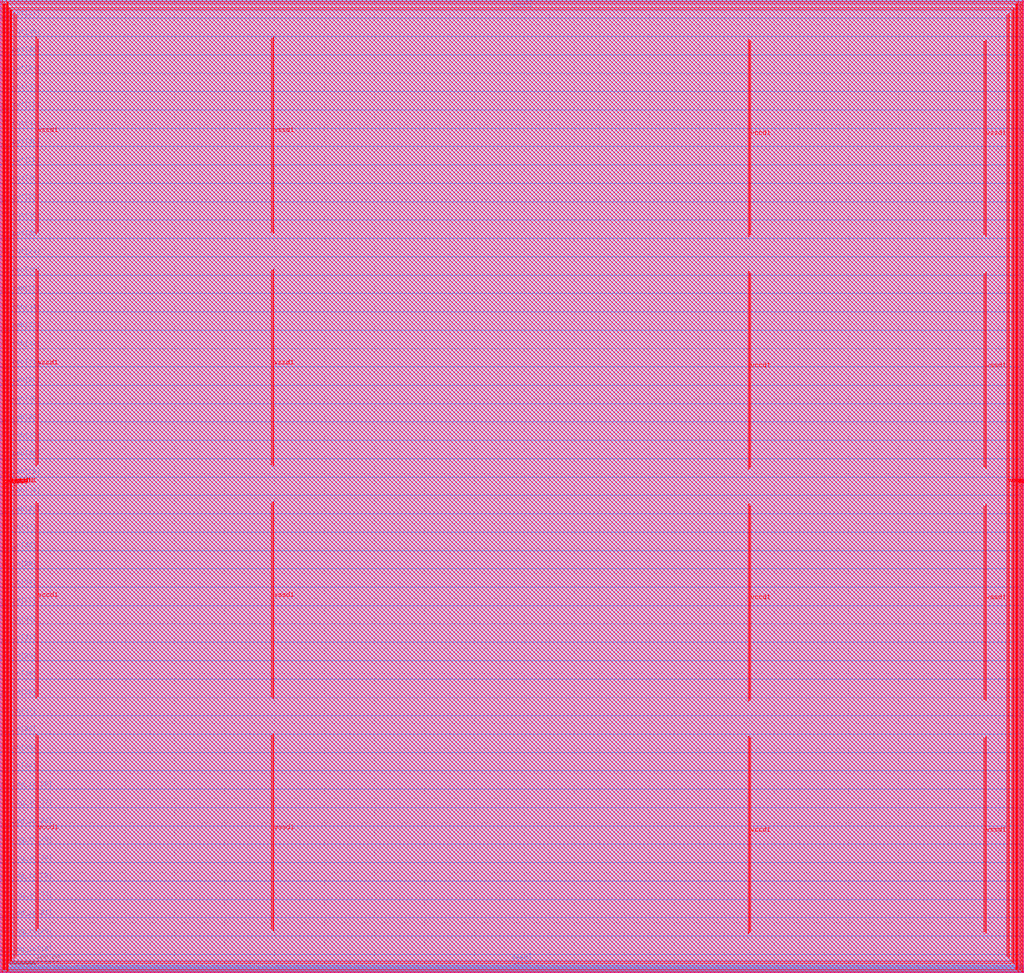
<source format=lef>
##
## LEF for PtnCells ;
## created by Innovus v20.10-p004_1 on Wed Jun  1 19:12:32 2022
##

VERSION 5.8 ;

BUSBITCHARS "[]" ;
DIVIDERCHAR "/" ;

MACRO azadi_soc_top_caravel
  CLASS BLOCK ;
  SIZE 2050.220000 BY 1949.900000 ;
  FOREIGN azadi_soc_top_caravel 0.000000 0.000000 ;
  ORIGIN 0 0 ;
  SYMMETRY X Y R90 ;
  PIN wb_clk_i
    DIRECTION INPUT ;
    USE SIGNAL ;
    ANTENNAPARTIALMETALAREA 0.5386 LAYER met3  ;
    ANTENNAPARTIALMETALSIDEAREA 2.864 LAYER met3  ;
    ANTENNAPARTIALCUTAREA 0.04 LAYER via3  ;
    ANTENNAPARTIALMETALAREA 9.0858 LAYER met4  ;
    ANTENNAPARTIALMETALSIDEAREA 48.928 LAYER met4  ;
    PORT
      LAYER met3 ;
        RECT 4.010000 0.000000 4.310000 0.800000 ;
    END
  END wb_clk_i
  PIN wb_rst_i
    DIRECTION INPUT ;
    USE SIGNAL ;
    ANTENNAPARTIALMETALAREA 95.4106 LAYER met3  ;
    ANTENNAPARTIALMETALSIDEAREA 508.848 LAYER met3  ;
    ANTENNAPARTIALCUTAREA 0.04 LAYER via3  ;
    ANTENNAPARTIALMETALAREA 0.6516 LAYER met4  ;
    ANTENNAPARTIALMETALSIDEAREA 4.416 LAYER met4  ;
    ANTENNAMODEL OXIDE1 ;
    ANTENNAGATEAREA 0.99 LAYER met4  ;
    ANTENNAMAXAREACAR 4.72354 LAYER met4  ;
    ANTENNAMAXSIDEAREACAR 22.7465 LAYER met4  ;
    ANTENNAMAXCUTCAR 0.132727 LAYER via4  ;
    PORT
      LAYER met3 ;
        RECT 0.000000 1946.630000 0.800000 1946.930000 ;
    END
  END wb_rst_i
  PIN wbs_stb_i
    DIRECTION INPUT ;
    USE SIGNAL ;
    PORT
      LAYER met3 ;
        RECT 432.280000 0.000000 432.580000 0.800000 ;
    END
  END wbs_stb_i
  PIN wbs_cyc_i
    DIRECTION INPUT ;
    USE SIGNAL ;
    PORT
      LAYER met3 ;
        RECT 145.380000 0.000000 145.680000 0.800000 ;
    END
  END wbs_cyc_i
  PIN wbs_we_i
    DIRECTION INPUT ;
    USE SIGNAL ;
    PORT
      LAYER met3 ;
        RECT 436.440000 0.000000 436.740000 0.800000 ;
    END
  END wbs_we_i
  PIN wbs_sel_i[3]
    DIRECTION INPUT ;
    USE SIGNAL ;
    PORT
      LAYER met3 ;
        RECT 428.125000 0.000000 428.425000 0.800000 ;
    END
  END wbs_sel_i[3]
  PIN wbs_sel_i[2]
    DIRECTION INPUT ;
    USE SIGNAL ;
    PORT
      LAYER met3 ;
        RECT 423.965000 0.000000 424.265000 0.800000 ;
    END
  END wbs_sel_i[2]
  PIN wbs_sel_i[1]
    DIRECTION INPUT ;
    USE SIGNAL ;
    PORT
      LAYER met3 ;
        RECT 419.810000 0.000000 420.110000 0.800000 ;
    END
  END wbs_sel_i[1]
  PIN wbs_sel_i[0]
    DIRECTION INPUT ;
    USE SIGNAL ;
    PORT
      LAYER met3 ;
        RECT 415.650000 0.000000 415.950000 0.800000 ;
    END
  END wbs_sel_i[0]
  PIN wbs_dat_i[31]
    DIRECTION INPUT ;
    USE SIGNAL ;
    PORT
      LAYER met3 ;
        RECT 278.435000 0.000000 278.735000 0.800000 ;
    END
  END wbs_dat_i[31]
  PIN wbs_dat_i[30]
    DIRECTION INPUT ;
    USE SIGNAL ;
    PORT
      LAYER met3 ;
        RECT 274.280000 0.000000 274.580000 0.800000 ;
    END
  END wbs_dat_i[30]
  PIN wbs_dat_i[29]
    DIRECTION INPUT ;
    USE SIGNAL ;
    PORT
      LAYER met3 ;
        RECT 270.120000 0.000000 270.420000 0.800000 ;
    END
  END wbs_dat_i[29]
  PIN wbs_dat_i[28]
    DIRECTION INPUT ;
    USE SIGNAL ;
    PORT
      LAYER met3 ;
        RECT 265.960000 0.000000 266.260000 0.800000 ;
    END
  END wbs_dat_i[28]
  PIN wbs_dat_i[27]
    DIRECTION INPUT ;
    USE SIGNAL ;
    PORT
      LAYER met3 ;
        RECT 261.805000 0.000000 262.105000 0.800000 ;
    END
  END wbs_dat_i[27]
  PIN wbs_dat_i[26]
    DIRECTION INPUT ;
    USE SIGNAL ;
    PORT
      LAYER met3 ;
        RECT 257.645000 0.000000 257.945000 0.800000 ;
    END
  END wbs_dat_i[26]
  PIN wbs_dat_i[25]
    DIRECTION INPUT ;
    USE SIGNAL ;
    PORT
      LAYER met3 ;
        RECT 253.490000 0.000000 253.790000 0.800000 ;
    END
  END wbs_dat_i[25]
  PIN wbs_dat_i[24]
    DIRECTION INPUT ;
    USE SIGNAL ;
    PORT
      LAYER met3 ;
        RECT 249.330000 0.000000 249.630000 0.800000 ;
    END
  END wbs_dat_i[24]
  PIN wbs_dat_i[23]
    DIRECTION INPUT ;
    USE SIGNAL ;
    PORT
      LAYER met3 ;
        RECT 245.170000 0.000000 245.470000 0.800000 ;
    END
  END wbs_dat_i[23]
  PIN wbs_dat_i[22]
    DIRECTION INPUT ;
    USE SIGNAL ;
    PORT
      LAYER met3 ;
        RECT 241.015000 0.000000 241.315000 0.800000 ;
    END
  END wbs_dat_i[22]
  PIN wbs_dat_i[21]
    DIRECTION INPUT ;
    USE SIGNAL ;
    PORT
      LAYER met3 ;
        RECT 236.855000 0.000000 237.155000 0.800000 ;
    END
  END wbs_dat_i[21]
  PIN wbs_dat_i[20]
    DIRECTION INPUT ;
    USE SIGNAL ;
    PORT
      LAYER met3 ;
        RECT 232.700000 0.000000 233.000000 0.800000 ;
    END
  END wbs_dat_i[20]
  PIN wbs_dat_i[19]
    DIRECTION INPUT ;
    USE SIGNAL ;
    PORT
      LAYER met3 ;
        RECT 228.540000 0.000000 228.840000 0.800000 ;
    END
  END wbs_dat_i[19]
  PIN wbs_dat_i[18]
    DIRECTION INPUT ;
    USE SIGNAL ;
    PORT
      LAYER met3 ;
        RECT 224.380000 0.000000 224.680000 0.800000 ;
    END
  END wbs_dat_i[18]
  PIN wbs_dat_i[17]
    DIRECTION INPUT ;
    USE SIGNAL ;
    PORT
      LAYER met3 ;
        RECT 220.225000 0.000000 220.525000 0.800000 ;
    END
  END wbs_dat_i[17]
  PIN wbs_dat_i[16]
    DIRECTION INPUT ;
    USE SIGNAL ;
    PORT
      LAYER met3 ;
        RECT 216.065000 0.000000 216.365000 0.800000 ;
    END
  END wbs_dat_i[16]
  PIN wbs_dat_i[15]
    DIRECTION INPUT ;
    USE SIGNAL ;
    PORT
      LAYER met3 ;
        RECT 211.910000 0.000000 212.210000 0.800000 ;
    END
  END wbs_dat_i[15]
  PIN wbs_dat_i[14]
    DIRECTION INPUT ;
    USE SIGNAL ;
    PORT
      LAYER met3 ;
        RECT 207.750000 0.000000 208.050000 0.800000 ;
    END
  END wbs_dat_i[14]
  PIN wbs_dat_i[13]
    DIRECTION INPUT ;
    USE SIGNAL ;
    PORT
      LAYER met3 ;
        RECT 203.590000 0.000000 203.890000 0.800000 ;
    END
  END wbs_dat_i[13]
  PIN wbs_dat_i[12]
    DIRECTION INPUT ;
    USE SIGNAL ;
    PORT
      LAYER met3 ;
        RECT 199.435000 0.000000 199.735000 0.800000 ;
    END
  END wbs_dat_i[12]
  PIN wbs_dat_i[11]
    DIRECTION INPUT ;
    USE SIGNAL ;
    PORT
      LAYER met3 ;
        RECT 195.275000 0.000000 195.575000 0.800000 ;
    END
  END wbs_dat_i[11]
  PIN wbs_dat_i[10]
    DIRECTION INPUT ;
    USE SIGNAL ;
    PORT
      LAYER met3 ;
        RECT 191.120000 0.000000 191.420000 0.800000 ;
    END
  END wbs_dat_i[10]
  PIN wbs_dat_i[9]
    DIRECTION INPUT ;
    USE SIGNAL ;
    PORT
      LAYER met3 ;
        RECT 186.960000 0.000000 187.260000 0.800000 ;
    END
  END wbs_dat_i[9]
  PIN wbs_dat_i[8]
    DIRECTION INPUT ;
    USE SIGNAL ;
    PORT
      LAYER met3 ;
        RECT 182.800000 0.000000 183.100000 0.800000 ;
    END
  END wbs_dat_i[8]
  PIN wbs_dat_i[7]
    DIRECTION INPUT ;
    USE SIGNAL ;
    PORT
      LAYER met3 ;
        RECT 178.645000 0.000000 178.945000 0.800000 ;
    END
  END wbs_dat_i[7]
  PIN wbs_dat_i[6]
    DIRECTION INPUT ;
    USE SIGNAL ;
    PORT
      LAYER met3 ;
        RECT 174.485000 0.000000 174.785000 0.800000 ;
    END
  END wbs_dat_i[6]
  PIN wbs_dat_i[5]
    DIRECTION INPUT ;
    USE SIGNAL ;
    PORT
      LAYER met3 ;
        RECT 170.330000 0.000000 170.630000 0.800000 ;
    END
  END wbs_dat_i[5]
  PIN wbs_dat_i[4]
    DIRECTION INPUT ;
    USE SIGNAL ;
    PORT
      LAYER met3 ;
        RECT 166.170000 0.000000 166.470000 0.800000 ;
    END
  END wbs_dat_i[4]
  PIN wbs_dat_i[3]
    DIRECTION INPUT ;
    USE SIGNAL ;
    PORT
      LAYER met3 ;
        RECT 162.010000 0.000000 162.310000 0.800000 ;
    END
  END wbs_dat_i[3]
  PIN wbs_dat_i[2]
    DIRECTION INPUT ;
    USE SIGNAL ;
    PORT
      LAYER met3 ;
        RECT 157.855000 0.000000 158.155000 0.800000 ;
    END
  END wbs_dat_i[2]
  PIN wbs_dat_i[1]
    DIRECTION INPUT ;
    USE SIGNAL ;
    PORT
      LAYER met3 ;
        RECT 153.695000 0.000000 153.995000 0.800000 ;
    END
  END wbs_dat_i[1]
  PIN wbs_dat_i[0]
    DIRECTION INPUT ;
    USE SIGNAL ;
    PORT
      LAYER met3 ;
        RECT 149.540000 0.000000 149.840000 0.800000 ;
    END
  END wbs_dat_i[0]
  PIN wbs_adr_i[31]
    DIRECTION INPUT ;
    USE SIGNAL ;
    PORT
      LAYER met3 ;
        RECT 141.220000 0.000000 141.520000 0.800000 ;
    END
  END wbs_adr_i[31]
  PIN wbs_adr_i[30]
    DIRECTION INPUT ;
    USE SIGNAL ;
    PORT
      LAYER met3 ;
        RECT 137.065000 0.000000 137.365000 0.800000 ;
    END
  END wbs_adr_i[30]
  PIN wbs_adr_i[29]
    DIRECTION INPUT ;
    USE SIGNAL ;
    PORT
      LAYER met3 ;
        RECT 132.905000 0.000000 133.205000 0.800000 ;
    END
  END wbs_adr_i[29]
  PIN wbs_adr_i[28]
    DIRECTION INPUT ;
    USE SIGNAL ;
    PORT
      LAYER met3 ;
        RECT 128.750000 0.000000 129.050000 0.800000 ;
    END
  END wbs_adr_i[28]
  PIN wbs_adr_i[27]
    DIRECTION INPUT ;
    USE SIGNAL ;
    PORT
      LAYER met3 ;
        RECT 124.590000 0.000000 124.890000 0.800000 ;
    END
  END wbs_adr_i[27]
  PIN wbs_adr_i[26]
    DIRECTION INPUT ;
    USE SIGNAL ;
    PORT
      LAYER met3 ;
        RECT 120.430000 0.000000 120.730000 0.800000 ;
    END
  END wbs_adr_i[26]
  PIN wbs_adr_i[25]
    DIRECTION INPUT ;
    USE SIGNAL ;
    PORT
      LAYER met3 ;
        RECT 116.275000 0.000000 116.575000 0.800000 ;
    END
  END wbs_adr_i[25]
  PIN wbs_adr_i[24]
    DIRECTION INPUT ;
    USE SIGNAL ;
    PORT
      LAYER met3 ;
        RECT 112.115000 0.000000 112.415000 0.800000 ;
    END
  END wbs_adr_i[24]
  PIN wbs_adr_i[23]
    DIRECTION INPUT ;
    USE SIGNAL ;
    PORT
      LAYER met3 ;
        RECT 107.960000 0.000000 108.260000 0.800000 ;
    END
  END wbs_adr_i[23]
  PIN wbs_adr_i[22]
    DIRECTION INPUT ;
    USE SIGNAL ;
    PORT
      LAYER met3 ;
        RECT 103.800000 0.000000 104.100000 0.800000 ;
    END
  END wbs_adr_i[22]
  PIN wbs_adr_i[21]
    DIRECTION INPUT ;
    USE SIGNAL ;
    PORT
      LAYER met3 ;
        RECT 99.640000 0.000000 99.940000 0.800000 ;
    END
  END wbs_adr_i[21]
  PIN wbs_adr_i[20]
    DIRECTION INPUT ;
    USE SIGNAL ;
    PORT
      LAYER met3 ;
        RECT 95.485000 0.000000 95.785000 0.800000 ;
    END
  END wbs_adr_i[20]
  PIN wbs_adr_i[19]
    DIRECTION INPUT ;
    USE SIGNAL ;
    PORT
      LAYER met3 ;
        RECT 91.325000 0.000000 91.625000 0.800000 ;
    END
  END wbs_adr_i[19]
  PIN wbs_adr_i[18]
    DIRECTION INPUT ;
    USE SIGNAL ;
    PORT
      LAYER met3 ;
        RECT 87.170000 0.000000 87.470000 0.800000 ;
    END
  END wbs_adr_i[18]
  PIN wbs_adr_i[17]
    DIRECTION INPUT ;
    USE SIGNAL ;
    PORT
      LAYER met3 ;
        RECT 83.010000 0.000000 83.310000 0.800000 ;
    END
  END wbs_adr_i[17]
  PIN wbs_adr_i[16]
    DIRECTION INPUT ;
    USE SIGNAL ;
    PORT
      LAYER met3 ;
        RECT 78.850000 0.000000 79.150000 0.800000 ;
    END
  END wbs_adr_i[16]
  PIN wbs_adr_i[15]
    DIRECTION INPUT ;
    USE SIGNAL ;
    PORT
      LAYER met3 ;
        RECT 74.695000 0.000000 74.995000 0.800000 ;
    END
  END wbs_adr_i[15]
  PIN wbs_adr_i[14]
    DIRECTION INPUT ;
    USE SIGNAL ;
    PORT
      LAYER met3 ;
        RECT 70.535000 0.000000 70.835000 0.800000 ;
    END
  END wbs_adr_i[14]
  PIN wbs_adr_i[13]
    DIRECTION INPUT ;
    USE SIGNAL ;
    PORT
      LAYER met3 ;
        RECT 66.380000 0.000000 66.680000 0.800000 ;
    END
  END wbs_adr_i[13]
  PIN wbs_adr_i[12]
    DIRECTION INPUT ;
    USE SIGNAL ;
    PORT
      LAYER met3 ;
        RECT 62.220000 0.000000 62.520000 0.800000 ;
    END
  END wbs_adr_i[12]
  PIN wbs_adr_i[11]
    DIRECTION INPUT ;
    USE SIGNAL ;
    PORT
      LAYER met3 ;
        RECT 58.060000 0.000000 58.360000 0.800000 ;
    END
  END wbs_adr_i[11]
  PIN wbs_adr_i[10]
    DIRECTION INPUT ;
    USE SIGNAL ;
    PORT
      LAYER met3 ;
        RECT 53.905000 0.000000 54.205000 0.800000 ;
    END
  END wbs_adr_i[10]
  PIN wbs_adr_i[9]
    DIRECTION INPUT ;
    USE SIGNAL ;
    PORT
      LAYER met3 ;
        RECT 49.745000 0.000000 50.045000 0.800000 ;
    END
  END wbs_adr_i[9]
  PIN wbs_adr_i[8]
    DIRECTION INPUT ;
    USE SIGNAL ;
    PORT
      LAYER met3 ;
        RECT 45.590000 0.000000 45.890000 0.800000 ;
    END
  END wbs_adr_i[8]
  PIN wbs_adr_i[7]
    DIRECTION INPUT ;
    USE SIGNAL ;
    PORT
      LAYER met3 ;
        RECT 41.430000 0.000000 41.730000 0.800000 ;
    END
  END wbs_adr_i[7]
  PIN wbs_adr_i[6]
    DIRECTION INPUT ;
    USE SIGNAL ;
    PORT
      LAYER met3 ;
        RECT 37.270000 0.000000 37.570000 0.800000 ;
    END
  END wbs_adr_i[6]
  PIN wbs_adr_i[5]
    DIRECTION INPUT ;
    USE SIGNAL ;
    PORT
      LAYER met3 ;
        RECT 33.115000 0.000000 33.415000 0.800000 ;
    END
  END wbs_adr_i[5]
  PIN wbs_adr_i[4]
    DIRECTION INPUT ;
    USE SIGNAL ;
    PORT
      LAYER met3 ;
        RECT 28.955000 0.000000 29.255000 0.800000 ;
    END
  END wbs_adr_i[4]
  PIN wbs_adr_i[3]
    DIRECTION INPUT ;
    USE SIGNAL ;
    PORT
      LAYER met3 ;
        RECT 24.800000 0.000000 25.100000 0.800000 ;
    END
  END wbs_adr_i[3]
  PIN wbs_adr_i[2]
    DIRECTION INPUT ;
    USE SIGNAL ;
    PORT
      LAYER met3 ;
        RECT 20.640000 0.000000 20.940000 0.800000 ;
    END
  END wbs_adr_i[2]
  PIN wbs_adr_i[1]
    DIRECTION INPUT ;
    USE SIGNAL ;
    PORT
      LAYER met3 ;
        RECT 16.480000 0.000000 16.780000 0.800000 ;
    END
  END wbs_adr_i[1]
  PIN wbs_adr_i[0]
    DIRECTION INPUT ;
    USE SIGNAL ;
    PORT
      LAYER met3 ;
        RECT 12.325000 0.000000 12.625000 0.800000 ;
    END
  END wbs_adr_i[0]
  PIN wbs_ack_o
    DIRECTION OUTPUT ;
    USE SIGNAL ;
    ANTENNADIFFAREA 0.891 LAYER met3  ;
    ANTENNAPARTIALMETALAREA 119.827 LAYER met3  ;
    ANTENNAPARTIALMETALSIDEAREA 641.448 LAYER met3  ;
    PORT
      LAYER met3 ;
        RECT 8.165000 0.000000 8.465000 0.800000 ;
    END
  END wbs_ack_o
  PIN wbs_dat_o[31]
    DIRECTION OUTPUT ;
    USE SIGNAL ;
    ANTENNADIFFAREA 0.3834 LAYER met3  ;
    ANTENNAPARTIALMETALAREA 139.703 LAYER met3  ;
    ANTENNAPARTIALMETALSIDEAREA 746.2 LAYER met3  ;
    ANTENNAMODEL OXIDE1 ;
    ANTENNAGATEAREA 0.2475 LAYER met3  ;
    ANTENNAMAXAREACAR 564.457 LAYER met3  ;
    ANTENNAMAXSIDEAREACAR 3014.95 LAYER met3  ;
    PORT
      LAYER met3 ;
        RECT 411.490000 0.000000 411.790000 0.800000 ;
    END
  END wbs_dat_o[31]
  PIN wbs_dat_o[30]
    DIRECTION OUTPUT ;
    USE SIGNAL ;
    ANTENNADIFFAREA 0.3834 LAYER met3  ;
    ANTENNAPARTIALMETALAREA 139.703 LAYER met3  ;
    ANTENNAPARTIALMETALSIDEAREA 746.2 LAYER met3  ;
    ANTENNAMODEL OXIDE1 ;
    ANTENNAGATEAREA 0.2475 LAYER met3  ;
    ANTENNAMAXAREACAR 564.457 LAYER met3  ;
    ANTENNAMAXSIDEAREACAR 3014.95 LAYER met3  ;
    PORT
      LAYER met3 ;
        RECT 407.335000 0.000000 407.635000 0.800000 ;
    END
  END wbs_dat_o[30]
  PIN wbs_dat_o[29]
    DIRECTION OUTPUT ;
    USE SIGNAL ;
    ANTENNADIFFAREA 0.3834 LAYER met3  ;
    ANTENNAPARTIALMETALAREA 139.703 LAYER met3  ;
    ANTENNAPARTIALMETALSIDEAREA 746.2 LAYER met3  ;
    ANTENNAMODEL OXIDE1 ;
    ANTENNAGATEAREA 0.2475 LAYER met3  ;
    ANTENNAMAXAREACAR 564.457 LAYER met3  ;
    ANTENNAMAXSIDEAREACAR 3014.95 LAYER met3  ;
    PORT
      LAYER met3 ;
        RECT 403.175000 0.000000 403.475000 0.800000 ;
    END
  END wbs_dat_o[29]
  PIN wbs_dat_o[28]
    DIRECTION OUTPUT ;
    USE SIGNAL ;
    ANTENNADIFFAREA 0.3834 LAYER met3  ;
    ANTENNAPARTIALMETALAREA 139.703 LAYER met3  ;
    ANTENNAPARTIALMETALSIDEAREA 746.2 LAYER met3  ;
    ANTENNAMODEL OXIDE1 ;
    ANTENNAGATEAREA 0.2475 LAYER met3  ;
    ANTENNAMAXAREACAR 564.457 LAYER met3  ;
    ANTENNAMAXSIDEAREACAR 3014.95 LAYER met3  ;
    PORT
      LAYER met3 ;
        RECT 399.020000 0.000000 399.320000 0.800000 ;
    END
  END wbs_dat_o[28]
  PIN wbs_dat_o[27]
    DIRECTION OUTPUT ;
    USE SIGNAL ;
    ANTENNADIFFAREA 0.3834 LAYER met3  ;
    ANTENNAPARTIALMETALAREA 139.703 LAYER met3  ;
    ANTENNAPARTIALMETALSIDEAREA 746.2 LAYER met3  ;
    ANTENNAMODEL OXIDE1 ;
    ANTENNAGATEAREA 0.2475 LAYER met3  ;
    ANTENNAMAXAREACAR 564.457 LAYER met3  ;
    ANTENNAMAXSIDEAREACAR 3014.95 LAYER met3  ;
    PORT
      LAYER met3 ;
        RECT 394.860000 0.000000 395.160000 0.800000 ;
    END
  END wbs_dat_o[27]
  PIN wbs_dat_o[26]
    DIRECTION OUTPUT ;
    USE SIGNAL ;
    ANTENNADIFFAREA 0.3834 LAYER met3  ;
    ANTENNAPARTIALMETALAREA 139.703 LAYER met3  ;
    ANTENNAPARTIALMETALSIDEAREA 746.2 LAYER met3  ;
    ANTENNAMODEL OXIDE1 ;
    ANTENNAGATEAREA 0.2475 LAYER met3  ;
    ANTENNAMAXAREACAR 564.457 LAYER met3  ;
    ANTENNAMAXSIDEAREACAR 3014.95 LAYER met3  ;
    PORT
      LAYER met3 ;
        RECT 390.700000 0.000000 391.000000 0.800000 ;
    END
  END wbs_dat_o[26]
  PIN wbs_dat_o[25]
    DIRECTION OUTPUT ;
    USE SIGNAL ;
    ANTENNADIFFAREA 0.3834 LAYER met3  ;
    ANTENNAPARTIALMETALAREA 139.703 LAYER met3  ;
    ANTENNAPARTIALMETALSIDEAREA 746.2 LAYER met3  ;
    ANTENNAMODEL OXIDE1 ;
    ANTENNAGATEAREA 0.2475 LAYER met3  ;
    ANTENNAMAXAREACAR 564.457 LAYER met3  ;
    ANTENNAMAXSIDEAREACAR 3014.95 LAYER met3  ;
    PORT
      LAYER met3 ;
        RECT 386.545000 0.000000 386.845000 0.800000 ;
    END
  END wbs_dat_o[25]
  PIN wbs_dat_o[24]
    DIRECTION OUTPUT ;
    USE SIGNAL ;
    ANTENNADIFFAREA 0.3834 LAYER met3  ;
    ANTENNAPARTIALMETALAREA 139.703 LAYER met3  ;
    ANTENNAPARTIALMETALSIDEAREA 746.2 LAYER met3  ;
    ANTENNAMODEL OXIDE1 ;
    ANTENNAGATEAREA 0.2475 LAYER met3  ;
    ANTENNAMAXAREACAR 564.457 LAYER met3  ;
    ANTENNAMAXSIDEAREACAR 3014.95 LAYER met3  ;
    PORT
      LAYER met3 ;
        RECT 382.385000 0.000000 382.685000 0.800000 ;
    END
  END wbs_dat_o[24]
  PIN wbs_dat_o[23]
    DIRECTION OUTPUT ;
    USE SIGNAL ;
    ANTENNADIFFAREA 0.3834 LAYER met3  ;
    ANTENNAPARTIALMETALAREA 139.703 LAYER met3  ;
    ANTENNAPARTIALMETALSIDEAREA 746.2 LAYER met3  ;
    ANTENNAMODEL OXIDE1 ;
    ANTENNAGATEAREA 0.2475 LAYER met3  ;
    ANTENNAMAXAREACAR 564.457 LAYER met3  ;
    ANTENNAMAXSIDEAREACAR 3014.95 LAYER met3  ;
    PORT
      LAYER met3 ;
        RECT 378.230000 0.000000 378.530000 0.800000 ;
    END
  END wbs_dat_o[23]
  PIN wbs_dat_o[22]
    DIRECTION OUTPUT ;
    USE SIGNAL ;
    ANTENNADIFFAREA 0.3834 LAYER met3  ;
    ANTENNAPARTIALMETALAREA 139.739 LAYER met3  ;
    ANTENNAPARTIALMETALSIDEAREA 746.424 LAYER met3  ;
    ANTENNAMODEL OXIDE1 ;
    ANTENNAGATEAREA 0.2475 LAYER met3  ;
    ANTENNAMAXAREACAR 564.602 LAYER met3  ;
    ANTENNAMAXSIDEAREACAR 3015.85 LAYER met3  ;
    PORT
      LAYER met3 ;
        RECT 374.070000 0.000000 374.370000 0.800000 ;
    END
  END wbs_dat_o[22]
  PIN wbs_dat_o[21]
    DIRECTION OUTPUT ;
    USE SIGNAL ;
    ANTENNADIFFAREA 0.891 LAYER met3  ;
    ANTENNAPARTIALMETALAREA 119.872 LAYER met3  ;
    ANTENNAPARTIALMETALSIDEAREA 641.688 LAYER met3  ;
    PORT
      LAYER met3 ;
        RECT 369.910000 0.000000 370.210000 0.800000 ;
    END
  END wbs_dat_o[21]
  PIN wbs_dat_o[20]
    DIRECTION OUTPUT ;
    USE SIGNAL ;
    ANTENNADIFFAREA 0.891 LAYER met3  ;
    ANTENNAPARTIALMETALAREA 119.872 LAYER met3  ;
    ANTENNAPARTIALMETALSIDEAREA 641.688 LAYER met3  ;
    PORT
      LAYER met3 ;
        RECT 365.755000 0.000000 366.055000 0.800000 ;
    END
  END wbs_dat_o[20]
  PIN wbs_dat_o[19]
    DIRECTION OUTPUT ;
    USE SIGNAL ;
    ANTENNADIFFAREA 0.891 LAYER met3  ;
    ANTENNAPARTIALMETALAREA 119.872 LAYER met3  ;
    ANTENNAPARTIALMETALSIDEAREA 641.688 LAYER met3  ;
    PORT
      LAYER met3 ;
        RECT 361.595000 0.000000 361.895000 0.800000 ;
    END
  END wbs_dat_o[19]
  PIN wbs_dat_o[18]
    DIRECTION OUTPUT ;
    USE SIGNAL ;
    ANTENNADIFFAREA 0.891 LAYER met3  ;
    ANTENNAPARTIALMETALAREA 119.872 LAYER met3  ;
    ANTENNAPARTIALMETALSIDEAREA 641.688 LAYER met3  ;
    PORT
      LAYER met3 ;
        RECT 357.440000 0.000000 357.740000 0.800000 ;
    END
  END wbs_dat_o[18]
  PIN wbs_dat_o[17]
    DIRECTION OUTPUT ;
    USE SIGNAL ;
    ANTENNADIFFAREA 0.891 LAYER met3  ;
    ANTENNAPARTIALMETALAREA 119.872 LAYER met3  ;
    ANTENNAPARTIALMETALSIDEAREA 641.688 LAYER met3  ;
    PORT
      LAYER met3 ;
        RECT 353.280000 0.000000 353.580000 0.800000 ;
    END
  END wbs_dat_o[17]
  PIN wbs_dat_o[16]
    DIRECTION OUTPUT ;
    USE SIGNAL ;
    ANTENNADIFFAREA 0.891 LAYER met3  ;
    ANTENNAPARTIALMETALAREA 119.872 LAYER met3  ;
    ANTENNAPARTIALMETALSIDEAREA 641.688 LAYER met3  ;
    PORT
      LAYER met3 ;
        RECT 349.120000 0.000000 349.420000 0.800000 ;
    END
  END wbs_dat_o[16]
  PIN wbs_dat_o[15]
    DIRECTION OUTPUT ;
    USE SIGNAL ;
    ANTENNADIFFAREA 0.891 LAYER met3  ;
    ANTENNAPARTIALMETALAREA 119.872 LAYER met3  ;
    ANTENNAPARTIALMETALSIDEAREA 641.688 LAYER met3  ;
    PORT
      LAYER met3 ;
        RECT 344.965000 0.000000 345.265000 0.800000 ;
    END
  END wbs_dat_o[15]
  PIN wbs_dat_o[14]
    DIRECTION OUTPUT ;
    USE SIGNAL ;
    ANTENNADIFFAREA 0.891 LAYER met3  ;
    ANTENNAPARTIALMETALAREA 119.872 LAYER met3  ;
    ANTENNAPARTIALMETALSIDEAREA 641.688 LAYER met3  ;
    PORT
      LAYER met3 ;
        RECT 340.805000 0.000000 341.105000 0.800000 ;
    END
  END wbs_dat_o[14]
  PIN wbs_dat_o[13]
    DIRECTION OUTPUT ;
    USE SIGNAL ;
    ANTENNADIFFAREA 0.891 LAYER met3  ;
    ANTENNAPARTIALMETALAREA 119.872 LAYER met3  ;
    ANTENNAPARTIALMETALSIDEAREA 641.688 LAYER met3  ;
    PORT
      LAYER met3 ;
        RECT 336.650000 0.000000 336.950000 0.800000 ;
    END
  END wbs_dat_o[13]
  PIN wbs_dat_o[12]
    DIRECTION OUTPUT ;
    USE SIGNAL ;
    ANTENNADIFFAREA 0.891 LAYER met3  ;
    ANTENNAPARTIALMETALAREA 119.872 LAYER met3  ;
    ANTENNAPARTIALMETALSIDEAREA 641.688 LAYER met3  ;
    PORT
      LAYER met3 ;
        RECT 332.490000 0.000000 332.790000 0.800000 ;
    END
  END wbs_dat_o[12]
  PIN wbs_dat_o[11]
    DIRECTION OUTPUT ;
    USE SIGNAL ;
    ANTENNADIFFAREA 0.891 LAYER met3  ;
    ANTENNAPARTIALMETALAREA 119.872 LAYER met3  ;
    ANTENNAPARTIALMETALSIDEAREA 641.864 LAYER met3  ;
    PORT
      LAYER met3 ;
        RECT 328.330000 0.000000 328.630000 0.800000 ;
    END
  END wbs_dat_o[11]
  PIN wbs_dat_o[10]
    DIRECTION OUTPUT ;
    USE SIGNAL ;
    ANTENNADIFFAREA 0.891 LAYER met3  ;
    ANTENNAPARTIALMETALAREA 119.872 LAYER met3  ;
    ANTENNAPARTIALMETALSIDEAREA 641.864 LAYER met3  ;
    PORT
      LAYER met3 ;
        RECT 324.175000 0.000000 324.475000 0.800000 ;
    END
  END wbs_dat_o[10]
  PIN wbs_dat_o[9]
    DIRECTION OUTPUT ;
    USE SIGNAL ;
    ANTENNADIFFAREA 0.891 LAYER met3  ;
    ANTENNAPARTIALMETALAREA 119.872 LAYER met3  ;
    ANTENNAPARTIALMETALSIDEAREA 641.688 LAYER met3  ;
    PORT
      LAYER met3 ;
        RECT 320.015000 0.000000 320.315000 0.800000 ;
    END
  END wbs_dat_o[9]
  PIN wbs_dat_o[8]
    DIRECTION OUTPUT ;
    USE SIGNAL ;
    ANTENNADIFFAREA 0.891 LAYER met3  ;
    ANTENNAPARTIALMETALAREA 119.872 LAYER met3  ;
    ANTENNAPARTIALMETALSIDEAREA 641.688 LAYER met3  ;
    PORT
      LAYER met3 ;
        RECT 315.860000 0.000000 316.160000 0.800000 ;
    END
  END wbs_dat_o[8]
  PIN wbs_dat_o[7]
    DIRECTION OUTPUT ;
    USE SIGNAL ;
    ANTENNADIFFAREA 0.891 LAYER met3  ;
    ANTENNAPARTIALMETALAREA 119.872 LAYER met3  ;
    ANTENNAPARTIALMETALSIDEAREA 641.688 LAYER met3  ;
    PORT
      LAYER met3 ;
        RECT 311.700000 0.000000 312.000000 0.800000 ;
    END
  END wbs_dat_o[7]
  PIN wbs_dat_o[6]
    DIRECTION OUTPUT ;
    USE SIGNAL ;
    ANTENNADIFFAREA 0.891 LAYER met3  ;
    ANTENNAPARTIALMETALAREA 119.872 LAYER met3  ;
    ANTENNAPARTIALMETALSIDEAREA 641.688 LAYER met3  ;
    PORT
      LAYER met3 ;
        RECT 307.540000 0.000000 307.840000 0.800000 ;
    END
  END wbs_dat_o[6]
  PIN wbs_dat_o[5]
    DIRECTION OUTPUT ;
    USE SIGNAL ;
    ANTENNADIFFAREA 0.891 LAYER met3  ;
    ANTENNAPARTIALMETALAREA 119.872 LAYER met3  ;
    ANTENNAPARTIALMETALSIDEAREA 641.688 LAYER met3  ;
    PORT
      LAYER met3 ;
        RECT 303.385000 0.000000 303.685000 0.800000 ;
    END
  END wbs_dat_o[5]
  PIN wbs_dat_o[4]
    DIRECTION OUTPUT ;
    USE SIGNAL ;
    ANTENNADIFFAREA 0.891 LAYER met3  ;
    ANTENNAPARTIALMETALAREA 119.872 LAYER met3  ;
    ANTENNAPARTIALMETALSIDEAREA 641.688 LAYER met3  ;
    PORT
      LAYER met3 ;
        RECT 299.225000 0.000000 299.525000 0.800000 ;
    END
  END wbs_dat_o[4]
  PIN wbs_dat_o[3]
    DIRECTION OUTPUT ;
    USE SIGNAL ;
    ANTENNADIFFAREA 0.891 LAYER met3  ;
    ANTENNAPARTIALMETALAREA 119.872 LAYER met3  ;
    ANTENNAPARTIALMETALSIDEAREA 641.688 LAYER met3  ;
    PORT
      LAYER met3 ;
        RECT 295.070000 0.000000 295.370000 0.800000 ;
    END
  END wbs_dat_o[3]
  PIN wbs_dat_o[2]
    DIRECTION OUTPUT ;
    USE SIGNAL ;
    ANTENNADIFFAREA 0.891 LAYER met3  ;
    ANTENNAPARTIALMETALAREA 119.872 LAYER met3  ;
    ANTENNAPARTIALMETALSIDEAREA 641.688 LAYER met3  ;
    PORT
      LAYER met3 ;
        RECT 290.910000 0.000000 291.210000 0.800000 ;
    END
  END wbs_dat_o[2]
  PIN wbs_dat_o[1]
    DIRECTION OUTPUT ;
    USE SIGNAL ;
    ANTENNADIFFAREA 0.891 LAYER met3  ;
    ANTENNAPARTIALMETALAREA 119.872 LAYER met3  ;
    ANTENNAPARTIALMETALSIDEAREA 641.688 LAYER met3  ;
    PORT
      LAYER met3 ;
        RECT 286.750000 0.000000 287.050000 0.800000 ;
    END
  END wbs_dat_o[1]
  PIN wbs_dat_o[0]
    DIRECTION OUTPUT ;
    USE SIGNAL ;
    ANTENNADIFFAREA 0.891 LAYER met3  ;
    ANTENNAPARTIALMETALAREA 119.872 LAYER met3  ;
    ANTENNAPARTIALMETALSIDEAREA 641.688 LAYER met3  ;
    PORT
      LAYER met3 ;
        RECT 282.595000 0.000000 282.895000 0.800000 ;
    END
  END wbs_dat_o[0]
  PIN la_data_in[127]
    DIRECTION INPUT ;
    USE SIGNAL ;
    PORT
      LAYER met3 ;
        RECT 968.665000 0.000000 968.965000 0.800000 ;
    END
  END la_data_in[127]
  PIN la_data_in[126]
    DIRECTION INPUT ;
    USE SIGNAL ;
    PORT
      LAYER met3 ;
        RECT 964.505000 0.000000 964.805000 0.800000 ;
    END
  END la_data_in[126]
  PIN la_data_in[125]
    DIRECTION INPUT ;
    USE SIGNAL ;
    PORT
      LAYER met3 ;
        RECT 960.350000 0.000000 960.650000 0.800000 ;
    END
  END la_data_in[125]
  PIN la_data_in[124]
    DIRECTION INPUT ;
    USE SIGNAL ;
    PORT
      LAYER met3 ;
        RECT 956.190000 0.000000 956.490000 0.800000 ;
    END
  END la_data_in[124]
  PIN la_data_in[123]
    DIRECTION INPUT ;
    USE SIGNAL ;
    PORT
      LAYER met3 ;
        RECT 952.030000 0.000000 952.330000 0.800000 ;
    END
  END la_data_in[123]
  PIN la_data_in[122]
    DIRECTION INPUT ;
    USE SIGNAL ;
    PORT
      LAYER met3 ;
        RECT 947.875000 0.000000 948.175000 0.800000 ;
    END
  END la_data_in[122]
  PIN la_data_in[121]
    DIRECTION INPUT ;
    USE SIGNAL ;
    PORT
      LAYER met3 ;
        RECT 943.715000 0.000000 944.015000 0.800000 ;
    END
  END la_data_in[121]
  PIN la_data_in[120]
    DIRECTION INPUT ;
    USE SIGNAL ;
    PORT
      LAYER met3 ;
        RECT 939.560000 0.000000 939.860000 0.800000 ;
    END
  END la_data_in[120]
  PIN la_data_in[119]
    DIRECTION INPUT ;
    USE SIGNAL ;
    PORT
      LAYER met3 ;
        RECT 935.400000 0.000000 935.700000 0.800000 ;
    END
  END la_data_in[119]
  PIN la_data_in[118]
    DIRECTION INPUT ;
    USE SIGNAL ;
    PORT
      LAYER met3 ;
        RECT 931.240000 0.000000 931.540000 0.800000 ;
    END
  END la_data_in[118]
  PIN la_data_in[117]
    DIRECTION INPUT ;
    USE SIGNAL ;
    PORT
      LAYER met3 ;
        RECT 927.085000 0.000000 927.385000 0.800000 ;
    END
  END la_data_in[117]
  PIN la_data_in[116]
    DIRECTION INPUT ;
    USE SIGNAL ;
    PORT
      LAYER met3 ;
        RECT 922.925000 0.000000 923.225000 0.800000 ;
    END
  END la_data_in[116]
  PIN la_data_in[115]
    DIRECTION INPUT ;
    USE SIGNAL ;
    PORT
      LAYER met3 ;
        RECT 918.770000 0.000000 919.070000 0.800000 ;
    END
  END la_data_in[115]
  PIN la_data_in[114]
    DIRECTION INPUT ;
    USE SIGNAL ;
    PORT
      LAYER met3 ;
        RECT 914.610000 0.000000 914.910000 0.800000 ;
    END
  END la_data_in[114]
  PIN la_data_in[113]
    DIRECTION INPUT ;
    USE SIGNAL ;
    PORT
      LAYER met3 ;
        RECT 910.450000 0.000000 910.750000 0.800000 ;
    END
  END la_data_in[113]
  PIN la_data_in[112]
    DIRECTION INPUT ;
    USE SIGNAL ;
    PORT
      LAYER met3 ;
        RECT 906.295000 0.000000 906.595000 0.800000 ;
    END
  END la_data_in[112]
  PIN la_data_in[111]
    DIRECTION INPUT ;
    USE SIGNAL ;
    PORT
      LAYER met3 ;
        RECT 902.135000 0.000000 902.435000 0.800000 ;
    END
  END la_data_in[111]
  PIN la_data_in[110]
    DIRECTION INPUT ;
    USE SIGNAL ;
    PORT
      LAYER met3 ;
        RECT 897.980000 0.000000 898.280000 0.800000 ;
    END
  END la_data_in[110]
  PIN la_data_in[109]
    DIRECTION INPUT ;
    USE SIGNAL ;
    PORT
      LAYER met3 ;
        RECT 893.820000 0.000000 894.120000 0.800000 ;
    END
  END la_data_in[109]
  PIN la_data_in[108]
    DIRECTION INPUT ;
    USE SIGNAL ;
    PORT
      LAYER met3 ;
        RECT 889.660000 0.000000 889.960000 0.800000 ;
    END
  END la_data_in[108]
  PIN la_data_in[107]
    DIRECTION INPUT ;
    USE SIGNAL ;
    PORT
      LAYER met3 ;
        RECT 885.505000 0.000000 885.805000 0.800000 ;
    END
  END la_data_in[107]
  PIN la_data_in[106]
    DIRECTION INPUT ;
    USE SIGNAL ;
    PORT
      LAYER met3 ;
        RECT 881.345000 0.000000 881.645000 0.800000 ;
    END
  END la_data_in[106]
  PIN la_data_in[105]
    DIRECTION INPUT ;
    USE SIGNAL ;
    PORT
      LAYER met3 ;
        RECT 877.190000 0.000000 877.490000 0.800000 ;
    END
  END la_data_in[105]
  PIN la_data_in[104]
    DIRECTION INPUT ;
    USE SIGNAL ;
    PORT
      LAYER met3 ;
        RECT 873.030000 0.000000 873.330000 0.800000 ;
    END
  END la_data_in[104]
  PIN la_data_in[103]
    DIRECTION INPUT ;
    USE SIGNAL ;
    PORT
      LAYER met3 ;
        RECT 868.870000 0.000000 869.170000 0.800000 ;
    END
  END la_data_in[103]
  PIN la_data_in[102]
    DIRECTION INPUT ;
    USE SIGNAL ;
    PORT
      LAYER met3 ;
        RECT 864.715000 0.000000 865.015000 0.800000 ;
    END
  END la_data_in[102]
  PIN la_data_in[101]
    DIRECTION INPUT ;
    USE SIGNAL ;
    PORT
      LAYER met3 ;
        RECT 860.555000 0.000000 860.855000 0.800000 ;
    END
  END la_data_in[101]
  PIN la_data_in[100]
    DIRECTION INPUT ;
    USE SIGNAL ;
    PORT
      LAYER met3 ;
        RECT 856.400000 0.000000 856.700000 0.800000 ;
    END
  END la_data_in[100]
  PIN la_data_in[99]
    DIRECTION INPUT ;
    USE SIGNAL ;
    PORT
      LAYER met3 ;
        RECT 852.240000 0.000000 852.540000 0.800000 ;
    END
  END la_data_in[99]
  PIN la_data_in[98]
    DIRECTION INPUT ;
    USE SIGNAL ;
    PORT
      LAYER met3 ;
        RECT 848.080000 0.000000 848.380000 0.800000 ;
    END
  END la_data_in[98]
  PIN la_data_in[97]
    DIRECTION INPUT ;
    USE SIGNAL ;
    PORT
      LAYER met3 ;
        RECT 843.925000 0.000000 844.225000 0.800000 ;
    END
  END la_data_in[97]
  PIN la_data_in[96]
    DIRECTION INPUT ;
    USE SIGNAL ;
    PORT
      LAYER met3 ;
        RECT 839.765000 0.000000 840.065000 0.800000 ;
    END
  END la_data_in[96]
  PIN la_data_in[95]
    DIRECTION INPUT ;
    USE SIGNAL ;
    PORT
      LAYER met3 ;
        RECT 835.610000 0.000000 835.910000 0.800000 ;
    END
  END la_data_in[95]
  PIN la_data_in[94]
    DIRECTION INPUT ;
    USE SIGNAL ;
    PORT
      LAYER met3 ;
        RECT 831.450000 0.000000 831.750000 0.800000 ;
    END
  END la_data_in[94]
  PIN la_data_in[93]
    DIRECTION INPUT ;
    USE SIGNAL ;
    PORT
      LAYER met3 ;
        RECT 827.290000 0.000000 827.590000 0.800000 ;
    END
  END la_data_in[93]
  PIN la_data_in[92]
    DIRECTION INPUT ;
    USE SIGNAL ;
    PORT
      LAYER met3 ;
        RECT 823.135000 0.000000 823.435000 0.800000 ;
    END
  END la_data_in[92]
  PIN la_data_in[91]
    DIRECTION INPUT ;
    USE SIGNAL ;
    PORT
      LAYER met3 ;
        RECT 818.975000 0.000000 819.275000 0.800000 ;
    END
  END la_data_in[91]
  PIN la_data_in[90]
    DIRECTION INPUT ;
    USE SIGNAL ;
    PORT
      LAYER met3 ;
        RECT 814.820000 0.000000 815.120000 0.800000 ;
    END
  END la_data_in[90]
  PIN la_data_in[89]
    DIRECTION INPUT ;
    USE SIGNAL ;
    PORT
      LAYER met3 ;
        RECT 810.660000 0.000000 810.960000 0.800000 ;
    END
  END la_data_in[89]
  PIN la_data_in[88]
    DIRECTION INPUT ;
    USE SIGNAL ;
    PORT
      LAYER met3 ;
        RECT 806.500000 0.000000 806.800000 0.800000 ;
    END
  END la_data_in[88]
  PIN la_data_in[87]
    DIRECTION INPUT ;
    USE SIGNAL ;
    PORT
      LAYER met3 ;
        RECT 802.345000 0.000000 802.645000 0.800000 ;
    END
  END la_data_in[87]
  PIN la_data_in[86]
    DIRECTION INPUT ;
    USE SIGNAL ;
    PORT
      LAYER met3 ;
        RECT 798.185000 0.000000 798.485000 0.800000 ;
    END
  END la_data_in[86]
  PIN la_data_in[85]
    DIRECTION INPUT ;
    USE SIGNAL ;
    PORT
      LAYER met3 ;
        RECT 794.030000 0.000000 794.330000 0.800000 ;
    END
  END la_data_in[85]
  PIN la_data_in[84]
    DIRECTION INPUT ;
    USE SIGNAL ;
    PORT
      LAYER met3 ;
        RECT 789.870000 0.000000 790.170000 0.800000 ;
    END
  END la_data_in[84]
  PIN la_data_in[83]
    DIRECTION INPUT ;
    USE SIGNAL ;
    PORT
      LAYER met3 ;
        RECT 785.710000 0.000000 786.010000 0.800000 ;
    END
  END la_data_in[83]
  PIN la_data_in[82]
    DIRECTION INPUT ;
    USE SIGNAL ;
    PORT
      LAYER met3 ;
        RECT 781.555000 0.000000 781.855000 0.800000 ;
    END
  END la_data_in[82]
  PIN la_data_in[81]
    DIRECTION INPUT ;
    USE SIGNAL ;
    PORT
      LAYER met3 ;
        RECT 777.395000 0.000000 777.695000 0.800000 ;
    END
  END la_data_in[81]
  PIN la_data_in[80]
    DIRECTION INPUT ;
    USE SIGNAL ;
    PORT
      LAYER met3 ;
        RECT 773.240000 0.000000 773.540000 0.800000 ;
    END
  END la_data_in[80]
  PIN la_data_in[79]
    DIRECTION INPUT ;
    USE SIGNAL ;
    PORT
      LAYER met3 ;
        RECT 769.080000 0.000000 769.380000 0.800000 ;
    END
  END la_data_in[79]
  PIN la_data_in[78]
    DIRECTION INPUT ;
    USE SIGNAL ;
    PORT
      LAYER met3 ;
        RECT 764.920000 0.000000 765.220000 0.800000 ;
    END
  END la_data_in[78]
  PIN la_data_in[77]
    DIRECTION INPUT ;
    USE SIGNAL ;
    PORT
      LAYER met3 ;
        RECT 760.765000 0.000000 761.065000 0.800000 ;
    END
  END la_data_in[77]
  PIN la_data_in[76]
    DIRECTION INPUT ;
    USE SIGNAL ;
    PORT
      LAYER met3 ;
        RECT 756.605000 0.000000 756.905000 0.800000 ;
    END
  END la_data_in[76]
  PIN la_data_in[75]
    DIRECTION INPUT ;
    USE SIGNAL ;
    PORT
      LAYER met3 ;
        RECT 752.450000 0.000000 752.750000 0.800000 ;
    END
  END la_data_in[75]
  PIN la_data_in[74]
    DIRECTION INPUT ;
    USE SIGNAL ;
    PORT
      LAYER met3 ;
        RECT 748.290000 0.000000 748.590000 0.800000 ;
    END
  END la_data_in[74]
  PIN la_data_in[73]
    DIRECTION INPUT ;
    USE SIGNAL ;
    PORT
      LAYER met3 ;
        RECT 744.130000 0.000000 744.430000 0.800000 ;
    END
  END la_data_in[73]
  PIN la_data_in[72]
    DIRECTION INPUT ;
    USE SIGNAL ;
    PORT
      LAYER met3 ;
        RECT 739.975000 0.000000 740.275000 0.800000 ;
    END
  END la_data_in[72]
  PIN la_data_in[71]
    DIRECTION INPUT ;
    USE SIGNAL ;
    PORT
      LAYER met3 ;
        RECT 735.815000 0.000000 736.115000 0.800000 ;
    END
  END la_data_in[71]
  PIN la_data_in[70]
    DIRECTION INPUT ;
    USE SIGNAL ;
    PORT
      LAYER met3 ;
        RECT 731.660000 0.000000 731.960000 0.800000 ;
    END
  END la_data_in[70]
  PIN la_data_in[69]
    DIRECTION INPUT ;
    USE SIGNAL ;
    PORT
      LAYER met3 ;
        RECT 727.500000 0.000000 727.800000 0.800000 ;
    END
  END la_data_in[69]
  PIN la_data_in[68]
    DIRECTION INPUT ;
    USE SIGNAL ;
    PORT
      LAYER met3 ;
        RECT 723.340000 0.000000 723.640000 0.800000 ;
    END
  END la_data_in[68]
  PIN la_data_in[67]
    DIRECTION INPUT ;
    USE SIGNAL ;
    PORT
      LAYER met3 ;
        RECT 719.185000 0.000000 719.485000 0.800000 ;
    END
  END la_data_in[67]
  PIN la_data_in[66]
    DIRECTION INPUT ;
    USE SIGNAL ;
    PORT
      LAYER met3 ;
        RECT 715.025000 0.000000 715.325000 0.800000 ;
    END
  END la_data_in[66]
  PIN la_data_in[65]
    DIRECTION INPUT ;
    USE SIGNAL ;
    PORT
      LAYER met3 ;
        RECT 710.870000 0.000000 711.170000 0.800000 ;
    END
  END la_data_in[65]
  PIN la_data_in[64]
    DIRECTION INPUT ;
    USE SIGNAL ;
    PORT
      LAYER met3 ;
        RECT 706.710000 0.000000 707.010000 0.800000 ;
    END
  END la_data_in[64]
  PIN la_data_in[63]
    DIRECTION INPUT ;
    USE SIGNAL ;
    PORT
      LAYER met3 ;
        RECT 702.550000 0.000000 702.850000 0.800000 ;
    END
  END la_data_in[63]
  PIN la_data_in[62]
    DIRECTION INPUT ;
    USE SIGNAL ;
    PORT
      LAYER met3 ;
        RECT 698.395000 0.000000 698.695000 0.800000 ;
    END
  END la_data_in[62]
  PIN la_data_in[61]
    DIRECTION INPUT ;
    USE SIGNAL ;
    PORT
      LAYER met3 ;
        RECT 694.235000 0.000000 694.535000 0.800000 ;
    END
  END la_data_in[61]
  PIN la_data_in[60]
    DIRECTION INPUT ;
    USE SIGNAL ;
    PORT
      LAYER met3 ;
        RECT 690.080000 0.000000 690.380000 0.800000 ;
    END
  END la_data_in[60]
  PIN la_data_in[59]
    DIRECTION INPUT ;
    USE SIGNAL ;
    PORT
      LAYER met3 ;
        RECT 685.920000 0.000000 686.220000 0.800000 ;
    END
  END la_data_in[59]
  PIN la_data_in[58]
    DIRECTION INPUT ;
    USE SIGNAL ;
    PORT
      LAYER met3 ;
        RECT 681.760000 0.000000 682.060000 0.800000 ;
    END
  END la_data_in[58]
  PIN la_data_in[57]
    DIRECTION INPUT ;
    USE SIGNAL ;
    PORT
      LAYER met3 ;
        RECT 677.605000 0.000000 677.905000 0.800000 ;
    END
  END la_data_in[57]
  PIN la_data_in[56]
    DIRECTION INPUT ;
    USE SIGNAL ;
    PORT
      LAYER met3 ;
        RECT 673.445000 0.000000 673.745000 0.800000 ;
    END
  END la_data_in[56]
  PIN la_data_in[55]
    DIRECTION INPUT ;
    USE SIGNAL ;
    PORT
      LAYER met3 ;
        RECT 669.290000 0.000000 669.590000 0.800000 ;
    END
  END la_data_in[55]
  PIN la_data_in[54]
    DIRECTION INPUT ;
    USE SIGNAL ;
    PORT
      LAYER met3 ;
        RECT 665.130000 0.000000 665.430000 0.800000 ;
    END
  END la_data_in[54]
  PIN la_data_in[53]
    DIRECTION INPUT ;
    USE SIGNAL ;
    PORT
      LAYER met3 ;
        RECT 660.970000 0.000000 661.270000 0.800000 ;
    END
  END la_data_in[53]
  PIN la_data_in[52]
    DIRECTION INPUT ;
    USE SIGNAL ;
    PORT
      LAYER met3 ;
        RECT 656.815000 0.000000 657.115000 0.800000 ;
    END
  END la_data_in[52]
  PIN la_data_in[51]
    DIRECTION INPUT ;
    USE SIGNAL ;
    PORT
      LAYER met3 ;
        RECT 652.655000 0.000000 652.955000 0.800000 ;
    END
  END la_data_in[51]
  PIN la_data_in[50]
    DIRECTION INPUT ;
    USE SIGNAL ;
    PORT
      LAYER met3 ;
        RECT 648.500000 0.000000 648.800000 0.800000 ;
    END
  END la_data_in[50]
  PIN la_data_in[49]
    DIRECTION INPUT ;
    USE SIGNAL ;
    PORT
      LAYER met3 ;
        RECT 644.340000 0.000000 644.640000 0.800000 ;
    END
  END la_data_in[49]
  PIN la_data_in[48]
    DIRECTION INPUT ;
    USE SIGNAL ;
    PORT
      LAYER met3 ;
        RECT 640.180000 0.000000 640.480000 0.800000 ;
    END
  END la_data_in[48]
  PIN la_data_in[47]
    DIRECTION INPUT ;
    USE SIGNAL ;
    PORT
      LAYER met3 ;
        RECT 636.025000 0.000000 636.325000 0.800000 ;
    END
  END la_data_in[47]
  PIN la_data_in[46]
    DIRECTION INPUT ;
    USE SIGNAL ;
    PORT
      LAYER met3 ;
        RECT 631.865000 0.000000 632.165000 0.800000 ;
    END
  END la_data_in[46]
  PIN la_data_in[45]
    DIRECTION INPUT ;
    USE SIGNAL ;
    PORT
      LAYER met3 ;
        RECT 627.710000 0.000000 628.010000 0.800000 ;
    END
  END la_data_in[45]
  PIN la_data_in[44]
    DIRECTION INPUT ;
    USE SIGNAL ;
    PORT
      LAYER met3 ;
        RECT 623.550000 0.000000 623.850000 0.800000 ;
    END
  END la_data_in[44]
  PIN la_data_in[43]
    DIRECTION INPUT ;
    USE SIGNAL ;
    PORT
      LAYER met3 ;
        RECT 619.390000 0.000000 619.690000 0.800000 ;
    END
  END la_data_in[43]
  PIN la_data_in[42]
    DIRECTION INPUT ;
    USE SIGNAL ;
    PORT
      LAYER met3 ;
        RECT 615.235000 0.000000 615.535000 0.800000 ;
    END
  END la_data_in[42]
  PIN la_data_in[41]
    DIRECTION INPUT ;
    USE SIGNAL ;
    PORT
      LAYER met3 ;
        RECT 611.075000 0.000000 611.375000 0.800000 ;
    END
  END la_data_in[41]
  PIN la_data_in[40]
    DIRECTION INPUT ;
    USE SIGNAL ;
    PORT
      LAYER met3 ;
        RECT 606.920000 0.000000 607.220000 0.800000 ;
    END
  END la_data_in[40]
  PIN la_data_in[39]
    DIRECTION INPUT ;
    USE SIGNAL ;
    PORT
      LAYER met3 ;
        RECT 602.760000 0.000000 603.060000 0.800000 ;
    END
  END la_data_in[39]
  PIN la_data_in[38]
    DIRECTION INPUT ;
    USE SIGNAL ;
    PORT
      LAYER met3 ;
        RECT 598.600000 0.000000 598.900000 0.800000 ;
    END
  END la_data_in[38]
  PIN la_data_in[37]
    DIRECTION INPUT ;
    USE SIGNAL ;
    PORT
      LAYER met3 ;
        RECT 594.445000 0.000000 594.745000 0.800000 ;
    END
  END la_data_in[37]
  PIN la_data_in[36]
    DIRECTION INPUT ;
    USE SIGNAL ;
    PORT
      LAYER met3 ;
        RECT 590.285000 0.000000 590.585000 0.800000 ;
    END
  END la_data_in[36]
  PIN la_data_in[35]
    DIRECTION INPUT ;
    USE SIGNAL ;
    PORT
      LAYER met3 ;
        RECT 586.130000 0.000000 586.430000 0.800000 ;
    END
  END la_data_in[35]
  PIN la_data_in[34]
    DIRECTION INPUT ;
    USE SIGNAL ;
    PORT
      LAYER met3 ;
        RECT 581.970000 0.000000 582.270000 0.800000 ;
    END
  END la_data_in[34]
  PIN la_data_in[33]
    DIRECTION INPUT ;
    USE SIGNAL ;
    PORT
      LAYER met3 ;
        RECT 577.810000 0.000000 578.110000 0.800000 ;
    END
  END la_data_in[33]
  PIN la_data_in[32]
    DIRECTION INPUT ;
    USE SIGNAL ;
    PORT
      LAYER met3 ;
        RECT 573.655000 0.000000 573.955000 0.800000 ;
    END
  END la_data_in[32]
  PIN la_data_in[31]
    DIRECTION INPUT ;
    USE SIGNAL ;
    PORT
      LAYER met3 ;
        RECT 569.495000 0.000000 569.795000 0.800000 ;
    END
  END la_data_in[31]
  PIN la_data_in[30]
    DIRECTION INPUT ;
    USE SIGNAL ;
    PORT
      LAYER met3 ;
        RECT 565.340000 0.000000 565.640000 0.800000 ;
    END
  END la_data_in[30]
  PIN la_data_in[29]
    DIRECTION INPUT ;
    USE SIGNAL ;
    PORT
      LAYER met3 ;
        RECT 561.180000 0.000000 561.480000 0.800000 ;
    END
  END la_data_in[29]
  PIN la_data_in[28]
    DIRECTION INPUT ;
    USE SIGNAL ;
    PORT
      LAYER met3 ;
        RECT 557.020000 0.000000 557.320000 0.800000 ;
    END
  END la_data_in[28]
  PIN la_data_in[27]
    DIRECTION INPUT ;
    USE SIGNAL ;
    PORT
      LAYER met3 ;
        RECT 552.865000 0.000000 553.165000 0.800000 ;
    END
  END la_data_in[27]
  PIN la_data_in[26]
    DIRECTION INPUT ;
    USE SIGNAL ;
    PORT
      LAYER met3 ;
        RECT 548.705000 0.000000 549.005000 0.800000 ;
    END
  END la_data_in[26]
  PIN la_data_in[25]
    DIRECTION INPUT ;
    USE SIGNAL ;
    PORT
      LAYER met3 ;
        RECT 544.550000 0.000000 544.850000 0.800000 ;
    END
  END la_data_in[25]
  PIN la_data_in[24]
    DIRECTION INPUT ;
    USE SIGNAL ;
    PORT
      LAYER met3 ;
        RECT 540.390000 0.000000 540.690000 0.800000 ;
    END
  END la_data_in[24]
  PIN la_data_in[23]
    DIRECTION INPUT ;
    USE SIGNAL ;
    PORT
      LAYER met3 ;
        RECT 536.230000 0.000000 536.530000 0.800000 ;
    END
  END la_data_in[23]
  PIN la_data_in[22]
    DIRECTION INPUT ;
    USE SIGNAL ;
    PORT
      LAYER met3 ;
        RECT 532.075000 0.000000 532.375000 0.800000 ;
    END
  END la_data_in[22]
  PIN la_data_in[21]
    DIRECTION INPUT ;
    USE SIGNAL ;
    PORT
      LAYER met3 ;
        RECT 527.915000 0.000000 528.215000 0.800000 ;
    END
  END la_data_in[21]
  PIN la_data_in[20]
    DIRECTION INPUT ;
    USE SIGNAL ;
    PORT
      LAYER met3 ;
        RECT 523.760000 0.000000 524.060000 0.800000 ;
    END
  END la_data_in[20]
  PIN la_data_in[19]
    DIRECTION INPUT ;
    USE SIGNAL ;
    PORT
      LAYER met3 ;
        RECT 519.600000 0.000000 519.900000 0.800000 ;
    END
  END la_data_in[19]
  PIN la_data_in[18]
    DIRECTION INPUT ;
    USE SIGNAL ;
    PORT
      LAYER met3 ;
        RECT 515.440000 0.000000 515.740000 0.800000 ;
    END
  END la_data_in[18]
  PIN la_data_in[17]
    DIRECTION INPUT ;
    USE SIGNAL ;
    PORT
      LAYER met3 ;
        RECT 511.285000 0.000000 511.585000 0.800000 ;
    END
  END la_data_in[17]
  PIN la_data_in[16]
    DIRECTION INPUT ;
    USE SIGNAL ;
    PORT
      LAYER met3 ;
        RECT 507.125000 0.000000 507.425000 0.800000 ;
    END
  END la_data_in[16]
  PIN la_data_in[15]
    DIRECTION INPUT ;
    USE SIGNAL ;
    ANTENNAPARTIALMETALAREA 28.7841 LAYER met3  ;
    ANTENNAPARTIALMETALSIDEAREA 154.456 LAYER met3  ;
    PORT
      LAYER met3 ;
        RECT 502.970000 0.000000 503.270000 0.800000 ;
    END
  END la_data_in[15]
  PIN la_data_in[14]
    DIRECTION INPUT ;
    USE SIGNAL ;
    ANTENNAPARTIALMETALAREA 58.7733 LAYER met3  ;
    ANTENNAPARTIALMETALSIDEAREA 313.928 LAYER met3  ;
    PORT
      LAYER met3 ;
        RECT 498.810000 0.000000 499.110000 0.800000 ;
    END
  END la_data_in[14]
  PIN la_data_in[13]
    DIRECTION INPUT ;
    USE SIGNAL ;
    ANTENNAPARTIALMETALAREA 88.1571 LAYER met3  ;
    ANTENNAPARTIALMETALSIDEAREA 471.112 LAYER met3  ;
    PORT
      LAYER met3 ;
        RECT 494.650000 0.000000 494.950000 0.800000 ;
    END
  END la_data_in[13]
  PIN la_data_in[12]
    DIRECTION INPUT ;
    USE SIGNAL ;
    ANTENNAPARTIALMETALAREA 55.5168 LAYER met3  ;
    ANTENNAPARTIALMETALSIDEAREA 296.56 LAYER met3  ;
    PORT
      LAYER met3 ;
        RECT 490.495000 0.000000 490.795000 0.800000 ;
    END
  END la_data_in[12]
  PIN la_data_in[11]
    DIRECTION INPUT ;
    USE SIGNAL ;
    ANTENNAPARTIALMETALAREA 45.9876 LAYER met3  ;
    ANTENNAPARTIALMETALSIDEAREA 246.208 LAYER met3  ;
    PORT
      LAYER met3 ;
        RECT 486.335000 0.000000 486.635000 0.800000 ;
    END
  END la_data_in[11]
  PIN la_data_in[10]
    DIRECTION INPUT ;
    USE SIGNAL ;
    ANTENNAPARTIALMETALAREA 12.5001 LAYER met3  ;
    ANTENNAPARTIALMETALSIDEAREA 67.608 LAYER met3  ;
    PORT
      LAYER met3 ;
        RECT 482.180000 0.000000 482.480000 0.800000 ;
    END
  END la_data_in[10]
  PIN la_data_in[9]
    DIRECTION INPUT ;
    USE SIGNAL ;
    ANTENNAPARTIALMETALAREA 16.0071 LAYER met3  ;
    ANTENNAPARTIALMETALSIDEAREA 86.312 LAYER met3  ;
    PORT
      LAYER met3 ;
        RECT 478.020000 0.000000 478.320000 0.800000 ;
    END
  END la_data_in[9]
  PIN la_data_in[8]
    DIRECTION INPUT ;
    USE SIGNAL ;
    ANTENNAPARTIALMETALAREA 19.8531 LAYER met3  ;
    ANTENNAPARTIALMETALSIDEAREA 106.824 LAYER met3  ;
    PORT
      LAYER met3 ;
        RECT 473.860000 0.000000 474.160000 0.800000 ;
    END
  END la_data_in[8]
  PIN la_data_in[7]
    DIRECTION INPUT ;
    USE SIGNAL ;
    ANTENNAPARTIALMETALAREA 23.6316 LAYER met3  ;
    ANTENNAPARTIALMETALSIDEAREA 126.976 LAYER met3  ;
    PORT
      LAYER met3 ;
        RECT 469.705000 0.000000 470.005000 0.800000 ;
    END
  END la_data_in[7]
  PIN la_data_in[6]
    DIRECTION INPUT ;
    USE SIGNAL ;
    ANTENNAPARTIALMETALAREA 15.1266 LAYER met3  ;
    ANTENNAPARTIALMETALSIDEAREA 81.616 LAYER met3  ;
    PORT
      LAYER met3 ;
        RECT 465.545000 0.000000 465.845000 0.800000 ;
    END
  END la_data_in[6]
  PIN la_data_in[5]
    DIRECTION INPUT ;
    USE SIGNAL ;
    ANTENNAPARTIALMETALAREA 18.6951 LAYER met3  ;
    ANTENNAPARTIALMETALSIDEAREA 100.648 LAYER met3  ;
    PORT
      LAYER met3 ;
        RECT 461.390000 0.000000 461.690000 0.800000 ;
    END
  END la_data_in[5]
  PIN la_data_in[4]
    DIRECTION INPUT ;
    USE SIGNAL ;
    ANTENNAPARTIALMETALAREA 22.9101 LAYER met3  ;
    ANTENNAPARTIALMETALSIDEAREA 123.128 LAYER met3  ;
    PORT
      LAYER met3 ;
        RECT 457.230000 0.000000 457.530000 0.800000 ;
    END
  END la_data_in[4]
  PIN la_data_in[3]
    DIRECTION INPUT ;
    USE SIGNAL ;
    ANTENNAPARTIALMETALAREA 13.5561 LAYER met3  ;
    ANTENNAPARTIALMETALSIDEAREA 73.24 LAYER met3  ;
    PORT
      LAYER met3 ;
        RECT 453.070000 0.000000 453.370000 0.800000 ;
    END
  END la_data_in[3]
  PIN la_data_in[2]
    DIRECTION INPUT ;
    USE SIGNAL ;
    ANTENNAPARTIALMETALAREA 18.0906 LAYER met3  ;
    ANTENNAPARTIALMETALSIDEAREA 97.424 LAYER met3  ;
    PORT
      LAYER met3 ;
        RECT 448.915000 0.000000 449.215000 0.800000 ;
    END
  END la_data_in[2]
  PIN la_data_in[1]
    DIRECTION INPUT ;
    USE SIGNAL ;
    ANTENNAPARTIALMETALAREA 21.5466 LAYER met3  ;
    ANTENNAPARTIALMETALSIDEAREA 115.856 LAYER met3  ;
    PORT
      LAYER met3 ;
        RECT 444.755000 0.000000 445.055000 0.800000 ;
    END
  END la_data_in[1]
  PIN la_data_in[0]
    DIRECTION INPUT ;
    USE SIGNAL ;
    ANTENNAPARTIALMETALAREA 23.0001 LAYER met3  ;
    ANTENNAPARTIALMETALSIDEAREA 123.608 LAYER met3  ;
    PORT
      LAYER met3 ;
        RECT 440.600000 0.000000 440.900000 0.800000 ;
    END
  END la_data_in[0]
  PIN la_data_out[127]
    DIRECTION OUTPUT ;
    USE SIGNAL ;
    ANTENNADIFFAREA 0.7952 LAYER met3  ;
    ANTENNAPARTIALMETALAREA 94.581 LAYER met3  ;
    ANTENNAPARTIALMETALSIDEAREA 508.704 LAYER met3  ;
    ANTENNAMODEL OXIDE1 ;
    ANTENNAGATEAREA 0.213 LAYER met3  ;
    ANTENNAMAXAREACAR 444.042 LAYER met3  ;
    ANTENNAMAXSIDEAREACAR 2388.28 LAYER met3  ;
    PORT
      LAYER met3 ;
        RECT 1500.890000 0.000000 1501.190000 0.800000 ;
    END
  END la_data_out[127]
  PIN la_data_out[126]
    DIRECTION OUTPUT ;
    USE SIGNAL ;
    ANTENNADIFFAREA 0.7952 LAYER met3  ;
    ANTENNAPARTIALMETALAREA 94.626 LAYER met3  ;
    ANTENNAPARTIALMETALSIDEAREA 508.944 LAYER met3  ;
    ANTENNAMODEL OXIDE1 ;
    ANTENNAGATEAREA 0.213 LAYER met3  ;
    ANTENNAMAXAREACAR 444.254 LAYER met3  ;
    ANTENNAMAXSIDEAREACAR 2389.41 LAYER met3  ;
    PORT
      LAYER met3 ;
        RECT 1496.730000 0.000000 1497.030000 0.800000 ;
    END
  END la_data_out[126]
  PIN la_data_out[125]
    DIRECTION OUTPUT ;
    USE SIGNAL ;
    ANTENNADIFFAREA 0.7952 LAYER met3  ;
    ANTENNAPARTIALMETALAREA 94.626 LAYER met3  ;
    ANTENNAPARTIALMETALSIDEAREA 508.944 LAYER met3  ;
    ANTENNAMODEL OXIDE1 ;
    ANTENNAGATEAREA 0.213 LAYER met3  ;
    ANTENNAMAXAREACAR 444.254 LAYER met3  ;
    ANTENNAMAXSIDEAREACAR 2389.41 LAYER met3  ;
    PORT
      LAYER met3 ;
        RECT 1492.570000 0.000000 1492.870000 0.800000 ;
    END
  END la_data_out[125]
  PIN la_data_out[124]
    DIRECTION OUTPUT ;
    USE SIGNAL ;
    ANTENNADIFFAREA 0.7952 LAYER met3  ;
    ANTENNAPARTIALMETALAREA 94.626 LAYER met3  ;
    ANTENNAPARTIALMETALSIDEAREA 509.312 LAYER met3  ;
    ANTENNAMODEL OXIDE1 ;
    ANTENNAGATEAREA 0.213 LAYER met3  ;
    ANTENNAMAXAREACAR 444.254 LAYER met3  ;
    ANTENNAMAXSIDEAREACAR 2391.14 LAYER met3  ;
    PORT
      LAYER met3 ;
        RECT 1488.415000 0.000000 1488.715000 0.800000 ;
    END
  END la_data_out[124]
  PIN la_data_out[123]
    DIRECTION OUTPUT ;
    USE SIGNAL ;
    ANTENNADIFFAREA 0.7952 LAYER met3  ;
    ANTENNAPARTIALMETALAREA 94.626 LAYER met3  ;
    ANTENNAPARTIALMETALSIDEAREA 509.12 LAYER met3  ;
    ANTENNAMODEL OXIDE1 ;
    ANTENNAGATEAREA 0.213 LAYER met3  ;
    ANTENNAMAXAREACAR 444.254 LAYER met3  ;
    ANTENNAMAXSIDEAREACAR 2390.23 LAYER met3  ;
    PORT
      LAYER met3 ;
        RECT 1484.255000 0.000000 1484.555000 0.800000 ;
    END
  END la_data_out[123]
  PIN la_data_out[122]
    DIRECTION OUTPUT ;
    USE SIGNAL ;
    ANTENNADIFFAREA 0.7952 LAYER met3  ;
    ANTENNAPARTIALMETALAREA 94.626 LAYER met3  ;
    ANTENNAPARTIALMETALSIDEAREA 508.944 LAYER met3  ;
    ANTENNAMODEL OXIDE1 ;
    ANTENNAGATEAREA 0.213 LAYER met3  ;
    ANTENNAMAXAREACAR 444.254 LAYER met3  ;
    ANTENNAMAXSIDEAREACAR 2389.41 LAYER met3  ;
    PORT
      LAYER met3 ;
        RECT 1480.100000 0.000000 1480.400000 0.800000 ;
    END
  END la_data_out[122]
  PIN la_data_out[121]
    DIRECTION OUTPUT ;
    USE SIGNAL ;
    ANTENNADIFFAREA 0.7952 LAYER met3  ;
    ANTENNAPARTIALMETALAREA 94.626 LAYER met3  ;
    ANTENNAPARTIALMETALSIDEAREA 508.944 LAYER met3  ;
    ANTENNAMODEL OXIDE1 ;
    ANTENNAGATEAREA 0.213 LAYER met3  ;
    ANTENNAMAXAREACAR 444.254 LAYER met3  ;
    ANTENNAMAXSIDEAREACAR 2389.41 LAYER met3  ;
    PORT
      LAYER met3 ;
        RECT 1475.940000 0.000000 1476.240000 0.800000 ;
    END
  END la_data_out[121]
  PIN la_data_out[120]
    DIRECTION OUTPUT ;
    USE SIGNAL ;
    ANTENNADIFFAREA 0.7952 LAYER met3  ;
    ANTENNAPARTIALMETALAREA 94.626 LAYER met3  ;
    ANTENNAPARTIALMETALSIDEAREA 508.944 LAYER met3  ;
    ANTENNAMODEL OXIDE1 ;
    ANTENNAGATEAREA 0.213 LAYER met3  ;
    ANTENNAMAXAREACAR 444.254 LAYER met3  ;
    ANTENNAMAXSIDEAREACAR 2389.41 LAYER met3  ;
    PORT
      LAYER met3 ;
        RECT 1471.780000 0.000000 1472.080000 0.800000 ;
    END
  END la_data_out[120]
  PIN la_data_out[119]
    DIRECTION OUTPUT ;
    USE SIGNAL ;
    ANTENNADIFFAREA 0.7952 LAYER met3  ;
    ANTENNAPARTIALMETALAREA 94.626 LAYER met3  ;
    ANTENNAPARTIALMETALSIDEAREA 508.944 LAYER met3  ;
    ANTENNAMODEL OXIDE1 ;
    ANTENNAGATEAREA 0.213 LAYER met3  ;
    ANTENNAMAXAREACAR 444.254 LAYER met3  ;
    ANTENNAMAXSIDEAREACAR 2389.41 LAYER met3  ;
    PORT
      LAYER met3 ;
        RECT 1467.625000 0.000000 1467.925000 0.800000 ;
    END
  END la_data_out[119]
  PIN la_data_out[118]
    DIRECTION OUTPUT ;
    USE SIGNAL ;
    ANTENNADIFFAREA 0.7952 LAYER met3  ;
    ANTENNAPARTIALMETALAREA 94.626 LAYER met3  ;
    ANTENNAPARTIALMETALSIDEAREA 508.944 LAYER met3  ;
    ANTENNAMODEL OXIDE1 ;
    ANTENNAGATEAREA 0.213 LAYER met3  ;
    ANTENNAMAXAREACAR 444.254 LAYER met3  ;
    ANTENNAMAXSIDEAREACAR 2389.41 LAYER met3  ;
    PORT
      LAYER met3 ;
        RECT 1463.465000 0.000000 1463.765000 0.800000 ;
    END
  END la_data_out[118]
  PIN la_data_out[117]
    DIRECTION OUTPUT ;
    USE SIGNAL ;
    ANTENNADIFFAREA 0.7952 LAYER met3  ;
    ANTENNAPARTIALMETALAREA 94.626 LAYER met3  ;
    ANTENNAPARTIALMETALSIDEAREA 508.944 LAYER met3  ;
    ANTENNAMODEL OXIDE1 ;
    ANTENNAGATEAREA 0.213 LAYER met3  ;
    ANTENNAMAXAREACAR 444.254 LAYER met3  ;
    ANTENNAMAXSIDEAREACAR 2389.41 LAYER met3  ;
    PORT
      LAYER met3 ;
        RECT 1459.310000 0.000000 1459.610000 0.800000 ;
    END
  END la_data_out[117]
  PIN la_data_out[116]
    DIRECTION OUTPUT ;
    USE SIGNAL ;
    ANTENNADIFFAREA 0.7952 LAYER met3  ;
    ANTENNAPARTIALMETALAREA 94.626 LAYER met3  ;
    ANTENNAPARTIALMETALSIDEAREA 508.944 LAYER met3  ;
    ANTENNAMODEL OXIDE1 ;
    ANTENNAGATEAREA 0.213 LAYER met3  ;
    ANTENNAMAXAREACAR 444.254 LAYER met3  ;
    ANTENNAMAXSIDEAREACAR 2389.41 LAYER met3  ;
    PORT
      LAYER met3 ;
        RECT 1455.150000 0.000000 1455.450000 0.800000 ;
    END
  END la_data_out[116]
  PIN la_data_out[115]
    DIRECTION OUTPUT ;
    USE SIGNAL ;
    ANTENNADIFFAREA 0.7952 LAYER met3  ;
    ANTENNAPARTIALMETALAREA 94.626 LAYER met3  ;
    ANTENNAPARTIALMETALSIDEAREA 508.944 LAYER met3  ;
    ANTENNAMODEL OXIDE1 ;
    ANTENNAGATEAREA 0.213 LAYER met3  ;
    ANTENNAMAXAREACAR 444.254 LAYER met3  ;
    ANTENNAMAXSIDEAREACAR 2389.41 LAYER met3  ;
    PORT
      LAYER met3 ;
        RECT 1450.990000 0.000000 1451.290000 0.800000 ;
    END
  END la_data_out[115]
  PIN la_data_out[114]
    DIRECTION OUTPUT ;
    USE SIGNAL ;
    ANTENNADIFFAREA 0.7952 LAYER met3  ;
    ANTENNAPARTIALMETALAREA 94.626 LAYER met3  ;
    ANTENNAPARTIALMETALSIDEAREA 509.12 LAYER met3  ;
    ANTENNAMODEL OXIDE1 ;
    ANTENNAGATEAREA 0.213 LAYER met3  ;
    ANTENNAMAXAREACAR 444.254 LAYER met3  ;
    ANTENNAMAXSIDEAREACAR 2390.23 LAYER met3  ;
    PORT
      LAYER met3 ;
        RECT 1446.835000 0.000000 1447.135000 0.800000 ;
    END
  END la_data_out[114]
  PIN la_data_out[113]
    DIRECTION OUTPUT ;
    USE SIGNAL ;
    ANTENNADIFFAREA 0.7952 LAYER met3  ;
    ANTENNAPARTIALMETALAREA 94.626 LAYER met3  ;
    ANTENNAPARTIALMETALSIDEAREA 509.12 LAYER met3  ;
    ANTENNAMODEL OXIDE1 ;
    ANTENNAGATEAREA 0.213 LAYER met3  ;
    ANTENNAMAXAREACAR 444.254 LAYER met3  ;
    ANTENNAMAXSIDEAREACAR 2390.23 LAYER met3  ;
    PORT
      LAYER met3 ;
        RECT 1442.675000 0.000000 1442.975000 0.800000 ;
    END
  END la_data_out[113]
  PIN la_data_out[112]
    DIRECTION OUTPUT ;
    USE SIGNAL ;
    ANTENNADIFFAREA 0.7952 LAYER met3  ;
    ANTENNAPARTIALMETALAREA 94.626 LAYER met3  ;
    ANTENNAPARTIALMETALSIDEAREA 508.944 LAYER met3  ;
    ANTENNAMODEL OXIDE1 ;
    ANTENNAGATEAREA 0.213 LAYER met3  ;
    ANTENNAMAXAREACAR 444.254 LAYER met3  ;
    ANTENNAMAXSIDEAREACAR 2389.41 LAYER met3  ;
    PORT
      LAYER met3 ;
        RECT 1438.520000 0.000000 1438.820000 0.800000 ;
    END
  END la_data_out[112]
  PIN la_data_out[111]
    DIRECTION OUTPUT ;
    USE SIGNAL ;
    ANTENNADIFFAREA 0.7952 LAYER met3  ;
    ANTENNAPARTIALMETALAREA 94.626 LAYER met3  ;
    ANTENNAPARTIALMETALSIDEAREA 508.944 LAYER met3  ;
    ANTENNAMODEL OXIDE1 ;
    ANTENNAGATEAREA 0.213 LAYER met3  ;
    ANTENNAMAXAREACAR 444.254 LAYER met3  ;
    ANTENNAMAXSIDEAREACAR 2389.41 LAYER met3  ;
    PORT
      LAYER met3 ;
        RECT 1434.360000 0.000000 1434.660000 0.800000 ;
    END
  END la_data_out[111]
  PIN la_data_out[110]
    DIRECTION OUTPUT ;
    USE SIGNAL ;
    ANTENNADIFFAREA 0.7952 LAYER met3  ;
    ANTENNAPARTIALMETALAREA 94.626 LAYER met3  ;
    ANTENNAPARTIALMETALSIDEAREA 508.944 LAYER met3  ;
    ANTENNAMODEL OXIDE1 ;
    ANTENNAGATEAREA 0.213 LAYER met3  ;
    ANTENNAMAXAREACAR 444.254 LAYER met3  ;
    ANTENNAMAXSIDEAREACAR 2389.41 LAYER met3  ;
    PORT
      LAYER met3 ;
        RECT 1430.200000 0.000000 1430.500000 0.800000 ;
    END
  END la_data_out[110]
  PIN la_data_out[109]
    DIRECTION OUTPUT ;
    USE SIGNAL ;
    ANTENNADIFFAREA 0.7952 LAYER met3  ;
    ANTENNAPARTIALMETALAREA 94.626 LAYER met3  ;
    ANTENNAPARTIALMETALSIDEAREA 508.944 LAYER met3  ;
    ANTENNAMODEL OXIDE1 ;
    ANTENNAGATEAREA 0.213 LAYER met3  ;
    ANTENNAMAXAREACAR 444.254 LAYER met3  ;
    ANTENNAMAXSIDEAREACAR 2389.41 LAYER met3  ;
    PORT
      LAYER met3 ;
        RECT 1426.045000 0.000000 1426.345000 0.800000 ;
    END
  END la_data_out[109]
  PIN la_data_out[108]
    DIRECTION OUTPUT ;
    USE SIGNAL ;
    ANTENNADIFFAREA 0.7952 LAYER met3  ;
    ANTENNAPARTIALMETALAREA 94.626 LAYER met3  ;
    ANTENNAPARTIALMETALSIDEAREA 508.944 LAYER met3  ;
    ANTENNAMODEL OXIDE1 ;
    ANTENNAGATEAREA 0.213 LAYER met3  ;
    ANTENNAMAXAREACAR 444.254 LAYER met3  ;
    ANTENNAMAXSIDEAREACAR 2389.41 LAYER met3  ;
    PORT
      LAYER met3 ;
        RECT 1421.885000 0.000000 1422.185000 0.800000 ;
    END
  END la_data_out[108]
  PIN la_data_out[107]
    DIRECTION OUTPUT ;
    USE SIGNAL ;
    ANTENNADIFFAREA 0.7952 LAYER met3  ;
    ANTENNAPARTIALMETALAREA 94.626 LAYER met3  ;
    ANTENNAPARTIALMETALSIDEAREA 508.944 LAYER met3  ;
    ANTENNAMODEL OXIDE1 ;
    ANTENNAGATEAREA 0.213 LAYER met3  ;
    ANTENNAMAXAREACAR 444.254 LAYER met3  ;
    ANTENNAMAXSIDEAREACAR 2389.41 LAYER met3  ;
    PORT
      LAYER met3 ;
        RECT 1417.730000 0.000000 1418.030000 0.800000 ;
    END
  END la_data_out[107]
  PIN la_data_out[106]
    DIRECTION OUTPUT ;
    USE SIGNAL ;
    ANTENNADIFFAREA 0.7952 LAYER met3  ;
    ANTENNAPARTIALMETALAREA 94.626 LAYER met3  ;
    ANTENNAPARTIALMETALSIDEAREA 508.944 LAYER met3  ;
    ANTENNAMODEL OXIDE1 ;
    ANTENNAGATEAREA 0.213 LAYER met3  ;
    ANTENNAMAXAREACAR 444.254 LAYER met3  ;
    ANTENNAMAXSIDEAREACAR 2389.41 LAYER met3  ;
    PORT
      LAYER met3 ;
        RECT 1413.570000 0.000000 1413.870000 0.800000 ;
    END
  END la_data_out[106]
  PIN la_data_out[105]
    DIRECTION OUTPUT ;
    USE SIGNAL ;
    ANTENNADIFFAREA 0.7952 LAYER met3  ;
    ANTENNAPARTIALMETALAREA 94.626 LAYER met3  ;
    ANTENNAPARTIALMETALSIDEAREA 508.944 LAYER met3  ;
    ANTENNAMODEL OXIDE1 ;
    ANTENNAGATEAREA 0.213 LAYER met3  ;
    ANTENNAMAXAREACAR 444.254 LAYER met3  ;
    ANTENNAMAXSIDEAREACAR 2389.41 LAYER met3  ;
    PORT
      LAYER met3 ;
        RECT 1409.410000 0.000000 1409.710000 0.800000 ;
    END
  END la_data_out[105]
  PIN la_data_out[104]
    DIRECTION OUTPUT ;
    USE SIGNAL ;
    ANTENNADIFFAREA 0.7952 LAYER met3  ;
    ANTENNAPARTIALMETALAREA 94.626 LAYER met3  ;
    ANTENNAPARTIALMETALSIDEAREA 508.944 LAYER met3  ;
    ANTENNAMODEL OXIDE1 ;
    ANTENNAGATEAREA 0.213 LAYER met3  ;
    ANTENNAMAXAREACAR 444.254 LAYER met3  ;
    ANTENNAMAXSIDEAREACAR 2389.41 LAYER met3  ;
    PORT
      LAYER met3 ;
        RECT 1405.255000 0.000000 1405.555000 0.800000 ;
    END
  END la_data_out[104]
  PIN la_data_out[103]
    DIRECTION OUTPUT ;
    USE SIGNAL ;
    ANTENNADIFFAREA 0.7952 LAYER met3  ;
    ANTENNAPARTIALMETALAREA 94.626 LAYER met3  ;
    ANTENNAPARTIALMETALSIDEAREA 508.944 LAYER met3  ;
    ANTENNAMODEL OXIDE1 ;
    ANTENNAGATEAREA 0.213 LAYER met3  ;
    ANTENNAMAXAREACAR 444.254 LAYER met3  ;
    ANTENNAMAXSIDEAREACAR 2389.41 LAYER met3  ;
    PORT
      LAYER met3 ;
        RECT 1401.095000 0.000000 1401.395000 0.800000 ;
    END
  END la_data_out[103]
  PIN la_data_out[102]
    DIRECTION OUTPUT ;
    USE SIGNAL ;
    ANTENNADIFFAREA 0.7952 LAYER met3  ;
    ANTENNAPARTIALMETALAREA 94.626 LAYER met3  ;
    ANTENNAPARTIALMETALSIDEAREA 508.944 LAYER met3  ;
    ANTENNAMODEL OXIDE1 ;
    ANTENNAGATEAREA 0.213 LAYER met3  ;
    ANTENNAMAXAREACAR 444.254 LAYER met3  ;
    ANTENNAMAXSIDEAREACAR 2389.41 LAYER met3  ;
    PORT
      LAYER met3 ;
        RECT 1396.940000 0.000000 1397.240000 0.800000 ;
    END
  END la_data_out[102]
  PIN la_data_out[101]
    DIRECTION OUTPUT ;
    USE SIGNAL ;
    ANTENNADIFFAREA 0.7952 LAYER met3  ;
    ANTENNAPARTIALMETALAREA 94.626 LAYER met3  ;
    ANTENNAPARTIALMETALSIDEAREA 508.944 LAYER met3  ;
    ANTENNAMODEL OXIDE1 ;
    ANTENNAGATEAREA 0.213 LAYER met3  ;
    ANTENNAMAXAREACAR 444.254 LAYER met3  ;
    ANTENNAMAXSIDEAREACAR 2389.41 LAYER met3  ;
    PORT
      LAYER met3 ;
        RECT 1392.780000 0.000000 1393.080000 0.800000 ;
    END
  END la_data_out[101]
  PIN la_data_out[100]
    DIRECTION OUTPUT ;
    USE SIGNAL ;
    ANTENNADIFFAREA 0.7952 LAYER met3  ;
    ANTENNAPARTIALMETALAREA 94.626 LAYER met3  ;
    ANTENNAPARTIALMETALSIDEAREA 508.944 LAYER met3  ;
    ANTENNAMODEL OXIDE1 ;
    ANTENNAGATEAREA 0.213 LAYER met3  ;
    ANTENNAMAXAREACAR 444.254 LAYER met3  ;
    ANTENNAMAXSIDEAREACAR 2389.41 LAYER met3  ;
    PORT
      LAYER met3 ;
        RECT 1388.620000 0.000000 1388.920000 0.800000 ;
    END
  END la_data_out[100]
  PIN la_data_out[99]
    DIRECTION OUTPUT ;
    USE SIGNAL ;
    ANTENNADIFFAREA 0.7952 LAYER met3  ;
    ANTENNAPARTIALMETALAREA 94.626 LAYER met3  ;
    ANTENNAPARTIALMETALSIDEAREA 508.944 LAYER met3  ;
    ANTENNAMODEL OXIDE1 ;
    ANTENNAGATEAREA 0.213 LAYER met3  ;
    ANTENNAMAXAREACAR 444.254 LAYER met3  ;
    ANTENNAMAXSIDEAREACAR 2389.41 LAYER met3  ;
    PORT
      LAYER met3 ;
        RECT 1384.465000 0.000000 1384.765000 0.800000 ;
    END
  END la_data_out[99]
  PIN la_data_out[98]
    DIRECTION OUTPUT ;
    USE SIGNAL ;
    ANTENNADIFFAREA 0.7952 LAYER met3  ;
    ANTENNAPARTIALMETALAREA 94.626 LAYER met3  ;
    ANTENNAPARTIALMETALSIDEAREA 508.944 LAYER met3  ;
    ANTENNAMODEL OXIDE1 ;
    ANTENNAGATEAREA 0.213 LAYER met3  ;
    ANTENNAMAXAREACAR 444.254 LAYER met3  ;
    ANTENNAMAXSIDEAREACAR 2389.41 LAYER met3  ;
    PORT
      LAYER met3 ;
        RECT 1380.305000 0.000000 1380.605000 0.800000 ;
    END
  END la_data_out[98]
  PIN la_data_out[97]
    DIRECTION OUTPUT ;
    USE SIGNAL ;
    ANTENNADIFFAREA 0.7952 LAYER met3  ;
    ANTENNAPARTIALMETALAREA 94.626 LAYER met3  ;
    ANTENNAPARTIALMETALSIDEAREA 508.944 LAYER met3  ;
    ANTENNAMODEL OXIDE1 ;
    ANTENNAGATEAREA 0.213 LAYER met3  ;
    ANTENNAMAXAREACAR 444.254 LAYER met3  ;
    ANTENNAMAXSIDEAREACAR 2389.41 LAYER met3  ;
    PORT
      LAYER met3 ;
        RECT 1376.150000 0.000000 1376.450000 0.800000 ;
    END
  END la_data_out[97]
  PIN la_data_out[96]
    DIRECTION OUTPUT ;
    USE SIGNAL ;
    ANTENNADIFFAREA 0.7952 LAYER met3  ;
    ANTENNAPARTIALMETALAREA 94.626 LAYER met3  ;
    ANTENNAPARTIALMETALSIDEAREA 508.944 LAYER met3  ;
    ANTENNAMODEL OXIDE1 ;
    ANTENNAGATEAREA 0.213 LAYER met3  ;
    ANTENNAMAXAREACAR 444.254 LAYER met3  ;
    ANTENNAMAXSIDEAREACAR 2389.41 LAYER met3  ;
    PORT
      LAYER met3 ;
        RECT 1371.990000 0.000000 1372.290000 0.800000 ;
    END
  END la_data_out[96]
  PIN la_data_out[95]
    DIRECTION OUTPUT ;
    USE SIGNAL ;
    ANTENNADIFFAREA 0.7952 LAYER met3  ;
    ANTENNAPARTIALMETALAREA 94.626 LAYER met3  ;
    ANTENNAPARTIALMETALSIDEAREA 508.944 LAYER met3  ;
    ANTENNAMODEL OXIDE1 ;
    ANTENNAGATEAREA 0.213 LAYER met3  ;
    ANTENNAMAXAREACAR 444.254 LAYER met3  ;
    ANTENNAMAXSIDEAREACAR 2389.41 LAYER met3  ;
    PORT
      LAYER met3 ;
        RECT 1367.830000 0.000000 1368.130000 0.800000 ;
    END
  END la_data_out[95]
  PIN la_data_out[94]
    DIRECTION OUTPUT ;
    USE SIGNAL ;
    ANTENNADIFFAREA 0.7952 LAYER met3  ;
    ANTENNAPARTIALMETALAREA 94.626 LAYER met3  ;
    ANTENNAPARTIALMETALSIDEAREA 509.12 LAYER met3  ;
    ANTENNAMODEL OXIDE1 ;
    ANTENNAGATEAREA 0.213 LAYER met3  ;
    ANTENNAMAXAREACAR 444.254 LAYER met3  ;
    ANTENNAMAXSIDEAREACAR 2390.23 LAYER met3  ;
    PORT
      LAYER met3 ;
        RECT 1363.675000 0.000000 1363.975000 0.800000 ;
    END
  END la_data_out[94]
  PIN la_data_out[93]
    DIRECTION OUTPUT ;
    USE SIGNAL ;
    ANTENNADIFFAREA 0.7952 LAYER met3  ;
    ANTENNAPARTIALMETALAREA 94.626 LAYER met3  ;
    ANTENNAPARTIALMETALSIDEAREA 509.12 LAYER met3  ;
    ANTENNAMODEL OXIDE1 ;
    ANTENNAGATEAREA 0.213 LAYER met3  ;
    ANTENNAMAXAREACAR 444.254 LAYER met3  ;
    ANTENNAMAXSIDEAREACAR 2390.23 LAYER met3  ;
    PORT
      LAYER met3 ;
        RECT 1359.515000 0.000000 1359.815000 0.800000 ;
    END
  END la_data_out[93]
  PIN la_data_out[92]
    DIRECTION OUTPUT ;
    USE SIGNAL ;
    ANTENNADIFFAREA 0.7952 LAYER met3  ;
    ANTENNAPARTIALMETALAREA 94.626 LAYER met3  ;
    ANTENNAPARTIALMETALSIDEAREA 508.944 LAYER met3  ;
    ANTENNAMODEL OXIDE1 ;
    ANTENNAGATEAREA 0.213 LAYER met3  ;
    ANTENNAMAXAREACAR 444.254 LAYER met3  ;
    ANTENNAMAXSIDEAREACAR 2389.41 LAYER met3  ;
    PORT
      LAYER met3 ;
        RECT 1355.360000 0.000000 1355.660000 0.800000 ;
    END
  END la_data_out[92]
  PIN la_data_out[91]
    DIRECTION OUTPUT ;
    USE SIGNAL ;
    ANTENNADIFFAREA 0.7952 LAYER met3  ;
    ANTENNAPARTIALMETALAREA 94.626 LAYER met3  ;
    ANTENNAPARTIALMETALSIDEAREA 508.944 LAYER met3  ;
    ANTENNAMODEL OXIDE1 ;
    ANTENNAGATEAREA 0.213 LAYER met3  ;
    ANTENNAMAXAREACAR 444.254 LAYER met3  ;
    ANTENNAMAXSIDEAREACAR 2389.41 LAYER met3  ;
    PORT
      LAYER met3 ;
        RECT 1351.200000 0.000000 1351.500000 0.800000 ;
    END
  END la_data_out[91]
  PIN la_data_out[90]
    DIRECTION OUTPUT ;
    USE SIGNAL ;
    ANTENNADIFFAREA 0.7952 LAYER met3  ;
    ANTENNAPARTIALMETALAREA 94.626 LAYER met3  ;
    ANTENNAPARTIALMETALSIDEAREA 508.944 LAYER met3  ;
    ANTENNAMODEL OXIDE1 ;
    ANTENNAGATEAREA 0.213 LAYER met3  ;
    ANTENNAMAXAREACAR 444.254 LAYER met3  ;
    ANTENNAMAXSIDEAREACAR 2389.41 LAYER met3  ;
    PORT
      LAYER met3 ;
        RECT 1347.040000 0.000000 1347.340000 0.800000 ;
    END
  END la_data_out[90]
  PIN la_data_out[89]
    DIRECTION OUTPUT ;
    USE SIGNAL ;
    ANTENNADIFFAREA 0.7952 LAYER met3  ;
    ANTENNAPARTIALMETALAREA 94.626 LAYER met3  ;
    ANTENNAPARTIALMETALSIDEAREA 508.944 LAYER met3  ;
    ANTENNAMODEL OXIDE1 ;
    ANTENNAGATEAREA 0.213 LAYER met3  ;
    ANTENNAMAXAREACAR 444.254 LAYER met3  ;
    ANTENNAMAXSIDEAREACAR 2389.41 LAYER met3  ;
    PORT
      LAYER met3 ;
        RECT 1342.885000 0.000000 1343.185000 0.800000 ;
    END
  END la_data_out[89]
  PIN la_data_out[88]
    DIRECTION OUTPUT ;
    USE SIGNAL ;
    ANTENNADIFFAREA 0.7952 LAYER met3  ;
    ANTENNAPARTIALMETALAREA 94.626 LAYER met3  ;
    ANTENNAPARTIALMETALSIDEAREA 508.944 LAYER met3  ;
    ANTENNAMODEL OXIDE1 ;
    ANTENNAGATEAREA 0.213 LAYER met3  ;
    ANTENNAMAXAREACAR 444.254 LAYER met3  ;
    ANTENNAMAXSIDEAREACAR 2389.41 LAYER met3  ;
    PORT
      LAYER met3 ;
        RECT 1338.725000 0.000000 1339.025000 0.800000 ;
    END
  END la_data_out[88]
  PIN la_data_out[87]
    DIRECTION OUTPUT ;
    USE SIGNAL ;
    ANTENNADIFFAREA 0.7952 LAYER met3  ;
    ANTENNAPARTIALMETALAREA 94.626 LAYER met3  ;
    ANTENNAPARTIALMETALSIDEAREA 508.944 LAYER met3  ;
    ANTENNAMODEL OXIDE1 ;
    ANTENNAGATEAREA 0.213 LAYER met3  ;
    ANTENNAMAXAREACAR 444.254 LAYER met3  ;
    ANTENNAMAXSIDEAREACAR 2389.41 LAYER met3  ;
    PORT
      LAYER met3 ;
        RECT 1334.570000 0.000000 1334.870000 0.800000 ;
    END
  END la_data_out[87]
  PIN la_data_out[86]
    DIRECTION OUTPUT ;
    USE SIGNAL ;
    ANTENNADIFFAREA 0.7952 LAYER met3  ;
    ANTENNAPARTIALMETALAREA 94.626 LAYER met3  ;
    ANTENNAPARTIALMETALSIDEAREA 509.12 LAYER met3  ;
    ANTENNAMODEL OXIDE1 ;
    ANTENNAGATEAREA 0.213 LAYER met3  ;
    ANTENNAMAXAREACAR 444.254 LAYER met3  ;
    ANTENNAMAXSIDEAREACAR 2390.23 LAYER met3  ;
    PORT
      LAYER met3 ;
        RECT 1330.410000 0.000000 1330.710000 0.800000 ;
    END
  END la_data_out[86]
  PIN la_data_out[85]
    DIRECTION OUTPUT ;
    USE SIGNAL ;
    ANTENNADIFFAREA 0.7952 LAYER met3  ;
    ANTENNAPARTIALMETALAREA 94.626 LAYER met3  ;
    ANTENNAPARTIALMETALSIDEAREA 509.12 LAYER met3  ;
    ANTENNAMODEL OXIDE1 ;
    ANTENNAGATEAREA 0.213 LAYER met3  ;
    ANTENNAMAXAREACAR 444.254 LAYER met3  ;
    ANTENNAMAXSIDEAREACAR 2390.23 LAYER met3  ;
    PORT
      LAYER met3 ;
        RECT 1326.250000 0.000000 1326.550000 0.800000 ;
    END
  END la_data_out[85]
  PIN la_data_out[84]
    DIRECTION OUTPUT ;
    USE SIGNAL ;
    ANTENNADIFFAREA 0.7952 LAYER met3  ;
    ANTENNAPARTIALMETALAREA 94.626 LAYER met3  ;
    ANTENNAPARTIALMETALSIDEAREA 508.944 LAYER met3  ;
    ANTENNAMODEL OXIDE1 ;
    ANTENNAGATEAREA 0.213 LAYER met3  ;
    ANTENNAMAXAREACAR 444.254 LAYER met3  ;
    ANTENNAMAXSIDEAREACAR 2389.41 LAYER met3  ;
    PORT
      LAYER met3 ;
        RECT 1322.095000 0.000000 1322.395000 0.800000 ;
    END
  END la_data_out[84]
  PIN la_data_out[83]
    DIRECTION OUTPUT ;
    USE SIGNAL ;
    ANTENNADIFFAREA 0.7952 LAYER met3  ;
    ANTENNAPARTIALMETALAREA 94.626 LAYER met3  ;
    ANTENNAPARTIALMETALSIDEAREA 508.944 LAYER met3  ;
    ANTENNAMODEL OXIDE1 ;
    ANTENNAGATEAREA 0.213 LAYER met3  ;
    ANTENNAMAXAREACAR 444.254 LAYER met3  ;
    ANTENNAMAXSIDEAREACAR 2389.41 LAYER met3  ;
    PORT
      LAYER met3 ;
        RECT 1317.935000 0.000000 1318.235000 0.800000 ;
    END
  END la_data_out[83]
  PIN la_data_out[82]
    DIRECTION OUTPUT ;
    USE SIGNAL ;
    ANTENNADIFFAREA 0.7952 LAYER met3  ;
    ANTENNAPARTIALMETALAREA 94.626 LAYER met3  ;
    ANTENNAPARTIALMETALSIDEAREA 508.944 LAYER met3  ;
    ANTENNAMODEL OXIDE1 ;
    ANTENNAGATEAREA 0.213 LAYER met3  ;
    ANTENNAMAXAREACAR 444.254 LAYER met3  ;
    ANTENNAMAXSIDEAREACAR 2389.41 LAYER met3  ;
    PORT
      LAYER met3 ;
        RECT 1313.780000 0.000000 1314.080000 0.800000 ;
    END
  END la_data_out[82]
  PIN la_data_out[81]
    DIRECTION OUTPUT ;
    USE SIGNAL ;
    ANTENNADIFFAREA 0.7952 LAYER met3  ;
    ANTENNAPARTIALMETALAREA 94.626 LAYER met3  ;
    ANTENNAPARTIALMETALSIDEAREA 508.944 LAYER met3  ;
    ANTENNAMODEL OXIDE1 ;
    ANTENNAGATEAREA 0.213 LAYER met3  ;
    ANTENNAMAXAREACAR 444.254 LAYER met3  ;
    ANTENNAMAXSIDEAREACAR 2389.41 LAYER met3  ;
    PORT
      LAYER met3 ;
        RECT 1309.620000 0.000000 1309.920000 0.800000 ;
    END
  END la_data_out[81]
  PIN la_data_out[80]
    DIRECTION OUTPUT ;
    USE SIGNAL ;
    ANTENNADIFFAREA 0.7952 LAYER met3  ;
    ANTENNAPARTIALMETALAREA 94.626 LAYER met3  ;
    ANTENNAPARTIALMETALSIDEAREA 508.944 LAYER met3  ;
    ANTENNAMODEL OXIDE1 ;
    ANTENNAGATEAREA 0.213 LAYER met3  ;
    ANTENNAMAXAREACAR 444.254 LAYER met3  ;
    ANTENNAMAXSIDEAREACAR 2389.41 LAYER met3  ;
    PORT
      LAYER met3 ;
        RECT 1305.460000 0.000000 1305.760000 0.800000 ;
    END
  END la_data_out[80]
  PIN la_data_out[79]
    DIRECTION OUTPUT ;
    USE SIGNAL ;
    ANTENNADIFFAREA 0.7952 LAYER met3  ;
    ANTENNAPARTIALMETALAREA 94.626 LAYER met3  ;
    ANTENNAPARTIALMETALSIDEAREA 508.944 LAYER met3  ;
    ANTENNAMODEL OXIDE1 ;
    ANTENNAGATEAREA 0.213 LAYER met3  ;
    ANTENNAMAXAREACAR 444.254 LAYER met3  ;
    ANTENNAMAXSIDEAREACAR 2389.41 LAYER met3  ;
    PORT
      LAYER met3 ;
        RECT 1301.305000 0.000000 1301.605000 0.800000 ;
    END
  END la_data_out[79]
  PIN la_data_out[78]
    DIRECTION OUTPUT ;
    USE SIGNAL ;
    ANTENNADIFFAREA 0.7952 LAYER met3  ;
    ANTENNAPARTIALMETALAREA 94.626 LAYER met3  ;
    ANTENNAPARTIALMETALSIDEAREA 508.944 LAYER met3  ;
    ANTENNAMODEL OXIDE1 ;
    ANTENNAGATEAREA 0.213 LAYER met3  ;
    ANTENNAMAXAREACAR 444.254 LAYER met3  ;
    ANTENNAMAXSIDEAREACAR 2389.41 LAYER met3  ;
    PORT
      LAYER met3 ;
        RECT 1297.145000 0.000000 1297.445000 0.800000 ;
    END
  END la_data_out[78]
  PIN la_data_out[77]
    DIRECTION OUTPUT ;
    USE SIGNAL ;
    ANTENNADIFFAREA 0.7952 LAYER met3  ;
    ANTENNAPARTIALMETALAREA 94.626 LAYER met3  ;
    ANTENNAPARTIALMETALSIDEAREA 508.944 LAYER met3  ;
    ANTENNAMODEL OXIDE1 ;
    ANTENNAGATEAREA 0.213 LAYER met3  ;
    ANTENNAMAXAREACAR 444.254 LAYER met3  ;
    ANTENNAMAXSIDEAREACAR 2389.41 LAYER met3  ;
    PORT
      LAYER met3 ;
        RECT 1292.990000 0.000000 1293.290000 0.800000 ;
    END
  END la_data_out[77]
  PIN la_data_out[76]
    DIRECTION OUTPUT ;
    USE SIGNAL ;
    ANTENNADIFFAREA 0.7952 LAYER met3  ;
    ANTENNAPARTIALMETALAREA 94.626 LAYER met3  ;
    ANTENNAPARTIALMETALSIDEAREA 508.944 LAYER met3  ;
    ANTENNAMODEL OXIDE1 ;
    ANTENNAGATEAREA 0.213 LAYER met3  ;
    ANTENNAMAXAREACAR 444.254 LAYER met3  ;
    ANTENNAMAXSIDEAREACAR 2389.41 LAYER met3  ;
    PORT
      LAYER met3 ;
        RECT 1288.830000 0.000000 1289.130000 0.800000 ;
    END
  END la_data_out[76]
  PIN la_data_out[75]
    DIRECTION OUTPUT ;
    USE SIGNAL ;
    ANTENNADIFFAREA 0.7952 LAYER met3  ;
    ANTENNAPARTIALMETALAREA 94.626 LAYER met3  ;
    ANTENNAPARTIALMETALSIDEAREA 508.944 LAYER met3  ;
    ANTENNAMODEL OXIDE1 ;
    ANTENNAGATEAREA 0.213 LAYER met3  ;
    ANTENNAMAXAREACAR 444.254 LAYER met3  ;
    ANTENNAMAXSIDEAREACAR 2389.41 LAYER met3  ;
    PORT
      LAYER met3 ;
        RECT 1284.670000 0.000000 1284.970000 0.800000 ;
    END
  END la_data_out[75]
  PIN la_data_out[74]
    DIRECTION OUTPUT ;
    USE SIGNAL ;
    ANTENNADIFFAREA 0.7952 LAYER met3  ;
    ANTENNAPARTIALMETALAREA 94.581 LAYER met3  ;
    ANTENNAPARTIALMETALSIDEAREA 508.704 LAYER met3  ;
    ANTENNAMODEL OXIDE1 ;
    ANTENNAGATEAREA 0.213 LAYER met3  ;
    ANTENNAMAXAREACAR 444.042 LAYER met3  ;
    ANTENNAMAXSIDEAREACAR 2388.28 LAYER met3  ;
    PORT
      LAYER met3 ;
        RECT 1280.515000 0.000000 1280.815000 0.800000 ;
    END
  END la_data_out[74]
  PIN la_data_out[73]
    DIRECTION OUTPUT ;
    USE SIGNAL ;
    ANTENNADIFFAREA 0.7952 LAYER met3  ;
    ANTENNAPARTIALMETALAREA 94.626 LAYER met3  ;
    ANTENNAPARTIALMETALSIDEAREA 509.312 LAYER met3  ;
    ANTENNAMODEL OXIDE1 ;
    ANTENNAGATEAREA 0.213 LAYER met3  ;
    ANTENNAMAXAREACAR 444.254 LAYER met3  ;
    ANTENNAMAXSIDEAREACAR 2391.14 LAYER met3  ;
    PORT
      LAYER met3 ;
        RECT 1276.355000 0.000000 1276.655000 0.800000 ;
    END
  END la_data_out[73]
  PIN la_data_out[72]
    DIRECTION OUTPUT ;
    USE SIGNAL ;
    ANTENNADIFFAREA 0.7952 LAYER met3  ;
    ANTENNAPARTIALMETALAREA 94.626 LAYER met3  ;
    ANTENNAPARTIALMETALSIDEAREA 509.12 LAYER met3  ;
    ANTENNAMODEL OXIDE1 ;
    ANTENNAGATEAREA 0.213 LAYER met3  ;
    ANTENNAMAXAREACAR 444.254 LAYER met3  ;
    ANTENNAMAXSIDEAREACAR 2390.23 LAYER met3  ;
    PORT
      LAYER met3 ;
        RECT 1272.200000 0.000000 1272.500000 0.800000 ;
    END
  END la_data_out[72]
  PIN la_data_out[71]
    DIRECTION OUTPUT ;
    USE SIGNAL ;
    ANTENNADIFFAREA 0.7952 LAYER met3  ;
    ANTENNAPARTIALMETALAREA 94.626 LAYER met3  ;
    ANTENNAPARTIALMETALSIDEAREA 509.12 LAYER met3  ;
    ANTENNAMODEL OXIDE1 ;
    ANTENNAGATEAREA 0.213 LAYER met3  ;
    ANTENNAMAXAREACAR 444.254 LAYER met3  ;
    ANTENNAMAXSIDEAREACAR 2390.23 LAYER met3  ;
    PORT
      LAYER met3 ;
        RECT 1268.040000 0.000000 1268.340000 0.800000 ;
    END
  END la_data_out[71]
  PIN la_data_out[70]
    DIRECTION OUTPUT ;
    USE SIGNAL ;
    ANTENNADIFFAREA 0.7952 LAYER met3  ;
    ANTENNAPARTIALMETALAREA 94.626 LAYER met3  ;
    ANTENNAPARTIALMETALSIDEAREA 509.12 LAYER met3  ;
    ANTENNAMODEL OXIDE1 ;
    ANTENNAGATEAREA 0.213 LAYER met3  ;
    ANTENNAMAXAREACAR 444.254 LAYER met3  ;
    ANTENNAMAXSIDEAREACAR 2390.23 LAYER met3  ;
    PORT
      LAYER met3 ;
        RECT 1263.880000 0.000000 1264.180000 0.800000 ;
    END
  END la_data_out[70]
  PIN la_data_out[69]
    DIRECTION OUTPUT ;
    USE SIGNAL ;
    ANTENNADIFFAREA 0.7952 LAYER met3  ;
    ANTENNAPARTIALMETALAREA 94.626 LAYER met3  ;
    ANTENNAPARTIALMETALSIDEAREA 509.12 LAYER met3  ;
    ANTENNAMODEL OXIDE1 ;
    ANTENNAGATEAREA 0.213 LAYER met3  ;
    ANTENNAMAXAREACAR 444.254 LAYER met3  ;
    ANTENNAMAXSIDEAREACAR 2390.23 LAYER met3  ;
    PORT
      LAYER met3 ;
        RECT 1259.725000 0.000000 1260.025000 0.800000 ;
    END
  END la_data_out[69]
  PIN la_data_out[68]
    DIRECTION OUTPUT ;
    USE SIGNAL ;
    ANTENNADIFFAREA 0.7952 LAYER met3  ;
    ANTENNAPARTIALMETALAREA 94.626 LAYER met3  ;
    ANTENNAPARTIALMETALSIDEAREA 509.12 LAYER met3  ;
    ANTENNAMODEL OXIDE1 ;
    ANTENNAGATEAREA 0.213 LAYER met3  ;
    ANTENNAMAXAREACAR 444.254 LAYER met3  ;
    ANTENNAMAXSIDEAREACAR 2390.23 LAYER met3  ;
    PORT
      LAYER met3 ;
        RECT 1255.565000 0.000000 1255.865000 0.800000 ;
    END
  END la_data_out[68]
  PIN la_data_out[67]
    DIRECTION OUTPUT ;
    USE SIGNAL ;
    ANTENNADIFFAREA 0.7952 LAYER met3  ;
    ANTENNAPARTIALMETALAREA 94.626 LAYER met3  ;
    ANTENNAPARTIALMETALSIDEAREA 509.12 LAYER met3  ;
    ANTENNAMODEL OXIDE1 ;
    ANTENNAGATEAREA 0.213 LAYER met3  ;
    ANTENNAMAXAREACAR 444.254 LAYER met3  ;
    ANTENNAMAXSIDEAREACAR 2390.23 LAYER met3  ;
    PORT
      LAYER met3 ;
        RECT 1251.410000 0.000000 1251.710000 0.800000 ;
    END
  END la_data_out[67]
  PIN la_data_out[66]
    DIRECTION OUTPUT ;
    USE SIGNAL ;
    ANTENNADIFFAREA 0.7952 LAYER met3  ;
    ANTENNAPARTIALMETALAREA 94.626 LAYER met3  ;
    ANTENNAPARTIALMETALSIDEAREA 509.12 LAYER met3  ;
    ANTENNAMODEL OXIDE1 ;
    ANTENNAGATEAREA 0.213 LAYER met3  ;
    ANTENNAMAXAREACAR 444.254 LAYER met3  ;
    ANTENNAMAXSIDEAREACAR 2390.23 LAYER met3  ;
    PORT
      LAYER met3 ;
        RECT 1247.250000 0.000000 1247.550000 0.800000 ;
    END
  END la_data_out[66]
  PIN la_data_out[65]
    DIRECTION OUTPUT ;
    USE SIGNAL ;
    ANTENNADIFFAREA 0.7952 LAYER met3  ;
    ANTENNAPARTIALMETALAREA 94.626 LAYER met3  ;
    ANTENNAPARTIALMETALSIDEAREA 509.12 LAYER met3  ;
    ANTENNAMODEL OXIDE1 ;
    ANTENNAGATEAREA 0.213 LAYER met3  ;
    ANTENNAMAXAREACAR 444.254 LAYER met3  ;
    ANTENNAMAXSIDEAREACAR 2390.23 LAYER met3  ;
    PORT
      LAYER met3 ;
        RECT 1243.090000 0.000000 1243.390000 0.800000 ;
    END
  END la_data_out[65]
  PIN la_data_out[64]
    DIRECTION OUTPUT ;
    USE SIGNAL ;
    ANTENNADIFFAREA 0.7952 LAYER met3  ;
    ANTENNAPARTIALMETALAREA 94.626 LAYER met3  ;
    ANTENNAPARTIALMETALSIDEAREA 509.12 LAYER met3  ;
    ANTENNAMODEL OXIDE1 ;
    ANTENNAGATEAREA 0.213 LAYER met3  ;
    ANTENNAMAXAREACAR 444.254 LAYER met3  ;
    ANTENNAMAXSIDEAREACAR 2390.23 LAYER met3  ;
    PORT
      LAYER met3 ;
        RECT 1238.935000 0.000000 1239.235000 0.800000 ;
    END
  END la_data_out[64]
  PIN la_data_out[63]
    DIRECTION OUTPUT ;
    USE SIGNAL ;
    ANTENNADIFFAREA 0.3834 LAYER met3  ;
    ANTENNAPARTIALMETALAREA 139.658 LAYER met3  ;
    ANTENNAPARTIALMETALSIDEAREA 745.784 LAYER met3  ;
    ANTENNAMODEL OXIDE1 ;
    ANTENNAGATEAREA 0.2475 LAYER met3  ;
    ANTENNAMAXAREACAR 564.275 LAYER met3  ;
    ANTENNAMAXSIDEAREACAR 3013.27 LAYER met3  ;
    PORT
      LAYER met3 ;
        RECT 1234.775000 0.000000 1235.075000 0.800000 ;
    END
  END la_data_out[63]
  PIN la_data_out[62]
    DIRECTION OUTPUT ;
    USE SIGNAL ;
    ANTENNADIFFAREA 0.3834 LAYER met3  ;
    ANTENNAPARTIALMETALAREA 139.703 LAYER met3  ;
    ANTENNAPARTIALMETALSIDEAREA 746.024 LAYER met3  ;
    ANTENNAMODEL OXIDE1 ;
    ANTENNAGATEAREA 0.2475 LAYER met3  ;
    ANTENNAMAXAREACAR 572.685 LAYER met3  ;
    ANTENNAMAXSIDEAREACAR 3049.29 LAYER met3  ;
    ANTENNAMAXCUTCAR 0.369293 LAYER via3  ;
    PORT
      LAYER met3 ;
        RECT 1230.620000 0.000000 1230.920000 0.800000 ;
    END
  END la_data_out[62]
  PIN la_data_out[61]
    DIRECTION OUTPUT ;
    USE SIGNAL ;
    ANTENNADIFFAREA 0.3834 LAYER met3  ;
    ANTENNAPARTIALMETALAREA 139.703 LAYER met3  ;
    ANTENNAPARTIALMETALSIDEAREA 746.024 LAYER met3  ;
    ANTENNAMODEL OXIDE1 ;
    ANTENNAGATEAREA 0.2475 LAYER met3  ;
    ANTENNAMAXAREACAR 564.457 LAYER met3  ;
    ANTENNAMAXSIDEAREACAR 3014.24 LAYER met3  ;
    PORT
      LAYER met3 ;
        RECT 1226.460000 0.000000 1226.760000 0.800000 ;
    END
  END la_data_out[61]
  PIN la_data_out[60]
    DIRECTION OUTPUT ;
    USE SIGNAL ;
    ANTENNADIFFAREA 0.3834 LAYER met3  ;
    ANTENNAPARTIALMETALAREA 139.703 LAYER met3  ;
    ANTENNAPARTIALMETALSIDEAREA 746.024 LAYER met3  ;
    ANTENNAMODEL OXIDE1 ;
    ANTENNAGATEAREA 0.2475 LAYER met3  ;
    ANTENNAMAXAREACAR 564.457 LAYER met3  ;
    ANTENNAMAXSIDEAREACAR 3014.24 LAYER met3  ;
    PORT
      LAYER met3 ;
        RECT 1222.300000 0.000000 1222.600000 0.800000 ;
    END
  END la_data_out[60]
  PIN la_data_out[59]
    DIRECTION OUTPUT ;
    USE SIGNAL ;
    ANTENNADIFFAREA 0.3834 LAYER met3  ;
    ANTENNAPARTIALMETALAREA 139.703 LAYER met3  ;
    ANTENNAPARTIALMETALSIDEAREA 746.024 LAYER met3  ;
    ANTENNAMODEL OXIDE1 ;
    ANTENNAGATEAREA 0.2475 LAYER met3  ;
    ANTENNAMAXAREACAR 564.457 LAYER met3  ;
    ANTENNAMAXSIDEAREACAR 3014.24 LAYER met3  ;
    PORT
      LAYER met3 ;
        RECT 1218.145000 0.000000 1218.445000 0.800000 ;
    END
  END la_data_out[59]
  PIN la_data_out[58]
    DIRECTION OUTPUT ;
    USE SIGNAL ;
    ANTENNADIFFAREA 0.3834 LAYER met3  ;
    ANTENNAPARTIALMETALAREA 139.703 LAYER met3  ;
    ANTENNAPARTIALMETALSIDEAREA 746.024 LAYER met3  ;
    ANTENNAMODEL OXIDE1 ;
    ANTENNAGATEAREA 0.2475 LAYER met3  ;
    ANTENNAMAXAREACAR 564.457 LAYER met3  ;
    ANTENNAMAXSIDEAREACAR 3014.24 LAYER met3  ;
    PORT
      LAYER met3 ;
        RECT 1213.985000 0.000000 1214.285000 0.800000 ;
    END
  END la_data_out[58]
  PIN la_data_out[57]
    DIRECTION OUTPUT ;
    USE SIGNAL ;
    ANTENNADIFFAREA 0.3834 LAYER met3  ;
    ANTENNAPARTIALMETALAREA 139.703 LAYER met3  ;
    ANTENNAPARTIALMETALSIDEAREA 746.024 LAYER met3  ;
    ANTENNAMODEL OXIDE1 ;
    ANTENNAGATEAREA 0.2475 LAYER met3  ;
    ANTENNAMAXAREACAR 564.457 LAYER met3  ;
    ANTENNAMAXSIDEAREACAR 3014.24 LAYER met3  ;
    PORT
      LAYER met3 ;
        RECT 1209.830000 0.000000 1210.130000 0.800000 ;
    END
  END la_data_out[57]
  PIN la_data_out[56]
    DIRECTION OUTPUT ;
    USE SIGNAL ;
    ANTENNADIFFAREA 0.3834 LAYER met3  ;
    ANTENNAPARTIALMETALAREA 139.703 LAYER met3  ;
    ANTENNAPARTIALMETALSIDEAREA 746.024 LAYER met3  ;
    ANTENNAMODEL OXIDE1 ;
    ANTENNAGATEAREA 0.2475 LAYER met3  ;
    ANTENNAMAXAREACAR 564.457 LAYER met3  ;
    ANTENNAMAXSIDEAREACAR 3014.24 LAYER met3  ;
    PORT
      LAYER met3 ;
        RECT 1205.670000 0.000000 1205.970000 0.800000 ;
    END
  END la_data_out[56]
  PIN la_data_out[55]
    DIRECTION OUTPUT ;
    USE SIGNAL ;
    ANTENNADIFFAREA 0.3834 LAYER met3  ;
    ANTENNAPARTIALMETALAREA 139.703 LAYER met3  ;
    ANTENNAPARTIALMETALSIDEAREA 746.2 LAYER met3  ;
    ANTENNAMODEL OXIDE1 ;
    ANTENNAGATEAREA 0.2475 LAYER met3  ;
    ANTENNAMAXAREACAR 564.457 LAYER met3  ;
    ANTENNAMAXSIDEAREACAR 3014.95 LAYER met3  ;
    PORT
      LAYER met3 ;
        RECT 1201.510000 0.000000 1201.810000 0.800000 ;
    END
  END la_data_out[55]
  PIN la_data_out[54]
    DIRECTION OUTPUT ;
    USE SIGNAL ;
    ANTENNADIFFAREA 0.3834 LAYER met3  ;
    ANTENNAPARTIALMETALAREA 139.703 LAYER met3  ;
    ANTENNAPARTIALMETALSIDEAREA 746.2 LAYER met3  ;
    ANTENNAMODEL OXIDE1 ;
    ANTENNAGATEAREA 0.2475 LAYER met3  ;
    ANTENNAMAXAREACAR 564.457 LAYER met3  ;
    ANTENNAMAXSIDEAREACAR 3014.95 LAYER met3  ;
    PORT
      LAYER met3 ;
        RECT 1197.355000 0.000000 1197.655000 0.800000 ;
    END
  END la_data_out[54]
  PIN la_data_out[53]
    DIRECTION OUTPUT ;
    USE SIGNAL ;
    ANTENNADIFFAREA 0.3834 LAYER met3  ;
    ANTENNAPARTIALMETALAREA 139.703 LAYER met3  ;
    ANTENNAPARTIALMETALSIDEAREA 746.024 LAYER met3  ;
    ANTENNAMODEL OXIDE1 ;
    ANTENNAGATEAREA 0.2475 LAYER met3  ;
    ANTENNAMAXAREACAR 564.457 LAYER met3  ;
    ANTENNAMAXSIDEAREACAR 3014.24 LAYER met3  ;
    PORT
      LAYER met3 ;
        RECT 1193.195000 0.000000 1193.495000 0.800000 ;
    END
  END la_data_out[53]
  PIN la_data_out[52]
    DIRECTION OUTPUT ;
    USE SIGNAL ;
    ANTENNADIFFAREA 0.3834 LAYER met3  ;
    ANTENNAPARTIALMETALAREA 139.703 LAYER met3  ;
    ANTENNAPARTIALMETALSIDEAREA 746.024 LAYER met3  ;
    ANTENNAMODEL OXIDE1 ;
    ANTENNAGATEAREA 0.2475 LAYER met3  ;
    ANTENNAMAXAREACAR 564.457 LAYER met3  ;
    ANTENNAMAXSIDEAREACAR 3014.24 LAYER met3  ;
    PORT
      LAYER met3 ;
        RECT 1189.040000 0.000000 1189.340000 0.800000 ;
    END
  END la_data_out[52]
  PIN la_data_out[51]
    DIRECTION OUTPUT ;
    USE SIGNAL ;
    ANTENNADIFFAREA 0.3834 LAYER met3  ;
    ANTENNAPARTIALMETALAREA 139.703 LAYER met3  ;
    ANTENNAPARTIALMETALSIDEAREA 746.024 LAYER met3  ;
    ANTENNAMODEL OXIDE1 ;
    ANTENNAGATEAREA 0.2475 LAYER met3  ;
    ANTENNAMAXAREACAR 564.457 LAYER met3  ;
    ANTENNAMAXSIDEAREACAR 3014.24 LAYER met3  ;
    PORT
      LAYER met3 ;
        RECT 1184.880000 0.000000 1185.180000 0.800000 ;
    END
  END la_data_out[51]
  PIN la_data_out[50]
    DIRECTION OUTPUT ;
    USE SIGNAL ;
    ANTENNADIFFAREA 0.3834 LAYER met3  ;
    ANTENNAPARTIALMETALAREA 139.703 LAYER met3  ;
    ANTENNAPARTIALMETALSIDEAREA 746.024 LAYER met3  ;
    ANTENNAMODEL OXIDE1 ;
    ANTENNAGATEAREA 0.2475 LAYER met3  ;
    ANTENNAMAXAREACAR 564.457 LAYER met3  ;
    ANTENNAMAXSIDEAREACAR 3014.24 LAYER met3  ;
    PORT
      LAYER met3 ;
        RECT 1180.720000 0.000000 1181.020000 0.800000 ;
    END
  END la_data_out[50]
  PIN la_data_out[49]
    DIRECTION OUTPUT ;
    USE SIGNAL ;
    ANTENNADIFFAREA 0.3834 LAYER met3  ;
    ANTENNAPARTIALMETALAREA 139.703 LAYER met3  ;
    ANTENNAPARTIALMETALSIDEAREA 746.024 LAYER met3  ;
    ANTENNAMODEL OXIDE1 ;
    ANTENNAGATEAREA 0.2475 LAYER met3  ;
    ANTENNAMAXAREACAR 564.457 LAYER met3  ;
    ANTENNAMAXSIDEAREACAR 3014.24 LAYER met3  ;
    PORT
      LAYER met3 ;
        RECT 1176.565000 0.000000 1176.865000 0.800000 ;
    END
  END la_data_out[49]
  PIN la_data_out[48]
    DIRECTION OUTPUT ;
    USE SIGNAL ;
    ANTENNADIFFAREA 0.3834 LAYER met3  ;
    ANTENNAPARTIALMETALAREA 139.703 LAYER met3  ;
    ANTENNAPARTIALMETALSIDEAREA 746.024 LAYER met3  ;
    ANTENNAMODEL OXIDE1 ;
    ANTENNAGATEAREA 0.2475 LAYER met3  ;
    ANTENNAMAXAREACAR 564.457 LAYER met3  ;
    ANTENNAMAXSIDEAREACAR 3014.24 LAYER met3  ;
    PORT
      LAYER met3 ;
        RECT 1172.405000 0.000000 1172.705000 0.800000 ;
    END
  END la_data_out[48]
  PIN la_data_out[47]
    DIRECTION OUTPUT ;
    USE SIGNAL ;
    ANTENNADIFFAREA 0.3834 LAYER met3  ;
    ANTENNAPARTIALMETALAREA 139.703 LAYER met3  ;
    ANTENNAPARTIALMETALSIDEAREA 746.024 LAYER met3  ;
    ANTENNAMODEL OXIDE1 ;
    ANTENNAGATEAREA 0.2475 LAYER met3  ;
    ANTENNAMAXAREACAR 564.457 LAYER met3  ;
    ANTENNAMAXSIDEAREACAR 3014.24 LAYER met3  ;
    PORT
      LAYER met3 ;
        RECT 1168.250000 0.000000 1168.550000 0.800000 ;
    END
  END la_data_out[47]
  PIN la_data_out[46]
    DIRECTION OUTPUT ;
    USE SIGNAL ;
    ANTENNADIFFAREA 0.3834 LAYER met3  ;
    ANTENNAPARTIALMETALAREA 139.703 LAYER met3  ;
    ANTENNAPARTIALMETALSIDEAREA 746.024 LAYER met3  ;
    ANTENNAMODEL OXIDE1 ;
    ANTENNAGATEAREA 0.2475 LAYER met3  ;
    ANTENNAMAXAREACAR 564.457 LAYER met3  ;
    ANTENNAMAXSIDEAREACAR 3014.24 LAYER met3  ;
    PORT
      LAYER met3 ;
        RECT 1164.090000 0.000000 1164.390000 0.800000 ;
    END
  END la_data_out[46]
  PIN la_data_out[45]
    DIRECTION OUTPUT ;
    USE SIGNAL ;
    ANTENNADIFFAREA 0.3834 LAYER met3  ;
    ANTENNAPARTIALMETALAREA 139.703 LAYER met3  ;
    ANTENNAPARTIALMETALSIDEAREA 746.024 LAYER met3  ;
    ANTENNAMODEL OXIDE1 ;
    ANTENNAGATEAREA 0.2475 LAYER met3  ;
    ANTENNAMAXAREACAR 564.457 LAYER met3  ;
    ANTENNAMAXSIDEAREACAR 3014.24 LAYER met3  ;
    PORT
      LAYER met3 ;
        RECT 1159.930000 0.000000 1160.230000 0.800000 ;
    END
  END la_data_out[45]
  PIN la_data_out[44]
    DIRECTION OUTPUT ;
    USE SIGNAL ;
    ANTENNADIFFAREA 0.3834 LAYER met3  ;
    ANTENNAPARTIALMETALAREA 139.703 LAYER met3  ;
    ANTENNAPARTIALMETALSIDEAREA 746.024 LAYER met3  ;
    ANTENNAMODEL OXIDE1 ;
    ANTENNAGATEAREA 0.2475 LAYER met3  ;
    ANTENNAMAXAREACAR 564.457 LAYER met3  ;
    ANTENNAMAXSIDEAREACAR 3014.24 LAYER met3  ;
    PORT
      LAYER met3 ;
        RECT 1155.775000 0.000000 1156.075000 0.800000 ;
    END
  END la_data_out[44]
  PIN la_data_out[43]
    DIRECTION OUTPUT ;
    USE SIGNAL ;
    ANTENNADIFFAREA 0.3834 LAYER met3  ;
    ANTENNAPARTIALMETALAREA 139.703 LAYER met3  ;
    ANTENNAPARTIALMETALSIDEAREA 746.024 LAYER met3  ;
    ANTENNAMODEL OXIDE1 ;
    ANTENNAGATEAREA 0.2475 LAYER met3  ;
    ANTENNAMAXAREACAR 564.457 LAYER met3  ;
    ANTENNAMAXSIDEAREACAR 3014.24 LAYER met3  ;
    PORT
      LAYER met3 ;
        RECT 1151.615000 0.000000 1151.915000 0.800000 ;
    END
  END la_data_out[43]
  PIN la_data_out[42]
    DIRECTION OUTPUT ;
    USE SIGNAL ;
    ANTENNADIFFAREA 0.3834 LAYER met3  ;
    ANTENNAPARTIALMETALAREA 139.703 LAYER met3  ;
    ANTENNAPARTIALMETALSIDEAREA 746.024 LAYER met3  ;
    ANTENNAMODEL OXIDE1 ;
    ANTENNAGATEAREA 0.2475 LAYER met3  ;
    ANTENNAMAXAREACAR 564.457 LAYER met3  ;
    ANTENNAMAXSIDEAREACAR 3014.24 LAYER met3  ;
    PORT
      LAYER met3 ;
        RECT 1147.460000 0.000000 1147.760000 0.800000 ;
    END
  END la_data_out[42]
  PIN la_data_out[41]
    DIRECTION OUTPUT ;
    USE SIGNAL ;
    ANTENNADIFFAREA 0.3834 LAYER met3  ;
    ANTENNAPARTIALMETALAREA 139.703 LAYER met3  ;
    ANTENNAPARTIALMETALSIDEAREA 746.024 LAYER met3  ;
    ANTENNAMODEL OXIDE1 ;
    ANTENNAGATEAREA 0.2475 LAYER met3  ;
    ANTENNAMAXAREACAR 564.457 LAYER met3  ;
    ANTENNAMAXSIDEAREACAR 3014.24 LAYER met3  ;
    PORT
      LAYER met3 ;
        RECT 1143.300000 0.000000 1143.600000 0.800000 ;
    END
  END la_data_out[41]
  PIN la_data_out[40]
    DIRECTION OUTPUT ;
    USE SIGNAL ;
    ANTENNADIFFAREA 0.3834 LAYER met3  ;
    ANTENNAPARTIALMETALAREA 139.703 LAYER met3  ;
    ANTENNAPARTIALMETALSIDEAREA 746.024 LAYER met3  ;
    ANTENNAMODEL OXIDE1 ;
    ANTENNAGATEAREA 0.2475 LAYER met3  ;
    ANTENNAMAXAREACAR 564.457 LAYER met3  ;
    ANTENNAMAXSIDEAREACAR 3014.24 LAYER met3  ;
    PORT
      LAYER met3 ;
        RECT 1139.140000 0.000000 1139.440000 0.800000 ;
    END
  END la_data_out[40]
  PIN la_data_out[39]
    DIRECTION OUTPUT ;
    USE SIGNAL ;
    ANTENNADIFFAREA 0.3834 LAYER met3  ;
    ANTENNAPARTIALMETALAREA 139.703 LAYER met3  ;
    ANTENNAPARTIALMETALSIDEAREA 746.024 LAYER met3  ;
    ANTENNAMODEL OXIDE1 ;
    ANTENNAGATEAREA 0.2475 LAYER met3  ;
    ANTENNAMAXAREACAR 564.457 LAYER met3  ;
    ANTENNAMAXSIDEAREACAR 3014.24 LAYER met3  ;
    PORT
      LAYER met3 ;
        RECT 1134.985000 0.000000 1135.285000 0.800000 ;
    END
  END la_data_out[39]
  PIN la_data_out[38]
    DIRECTION OUTPUT ;
    USE SIGNAL ;
    ANTENNADIFFAREA 0.3834 LAYER met3  ;
    ANTENNAPARTIALMETALAREA 139.703 LAYER met3  ;
    ANTENNAPARTIALMETALSIDEAREA 746.024 LAYER met3  ;
    ANTENNAMODEL OXIDE1 ;
    ANTENNAGATEAREA 0.2475 LAYER met3  ;
    ANTENNAMAXAREACAR 564.457 LAYER met3  ;
    ANTENNAMAXSIDEAREACAR 3014.24 LAYER met3  ;
    PORT
      LAYER met3 ;
        RECT 1130.825000 0.000000 1131.125000 0.800000 ;
    END
  END la_data_out[38]
  PIN la_data_out[37]
    DIRECTION OUTPUT ;
    USE SIGNAL ;
    ANTENNADIFFAREA 0.3834 LAYER met3  ;
    ANTENNAPARTIALMETALAREA 139.703 LAYER met3  ;
    ANTENNAPARTIALMETALSIDEAREA 746.024 LAYER met3  ;
    ANTENNAMODEL OXIDE1 ;
    ANTENNAGATEAREA 0.2475 LAYER met3  ;
    ANTENNAMAXAREACAR 564.457 LAYER met3  ;
    ANTENNAMAXSIDEAREACAR 3014.24 LAYER met3  ;
    PORT
      LAYER met3 ;
        RECT 1126.670000 0.000000 1126.970000 0.800000 ;
    END
  END la_data_out[37]
  PIN la_data_out[36]
    DIRECTION OUTPUT ;
    USE SIGNAL ;
    ANTENNADIFFAREA 0.3834 LAYER met3  ;
    ANTENNAPARTIALMETALAREA 139.703 LAYER met3  ;
    ANTENNAPARTIALMETALSIDEAREA 746.024 LAYER met3  ;
    ANTENNAMODEL OXIDE1 ;
    ANTENNAGATEAREA 0.2475 LAYER met3  ;
    ANTENNAMAXAREACAR 564.457 LAYER met3  ;
    ANTENNAMAXSIDEAREACAR 3014.24 LAYER met3  ;
    PORT
      LAYER met3 ;
        RECT 1122.510000 0.000000 1122.810000 0.800000 ;
    END
  END la_data_out[36]
  PIN la_data_out[35]
    DIRECTION OUTPUT ;
    USE SIGNAL ;
    ANTENNADIFFAREA 0.3834 LAYER met3  ;
    ANTENNAPARTIALMETALAREA 139.703 LAYER met3  ;
    ANTENNAPARTIALMETALSIDEAREA 746.2 LAYER met3  ;
    ANTENNAMODEL OXIDE1 ;
    ANTENNAGATEAREA 0.2475 LAYER met3  ;
    ANTENNAMAXAREACAR 564.457 LAYER met3  ;
    ANTENNAMAXSIDEAREACAR 3014.95 LAYER met3  ;
    PORT
      LAYER met3 ;
        RECT 1118.350000 0.000000 1118.650000 0.800000 ;
    END
  END la_data_out[35]
  PIN la_data_out[34]
    DIRECTION OUTPUT ;
    USE SIGNAL ;
    ANTENNADIFFAREA 0.3834 LAYER met3  ;
    ANTENNAPARTIALMETALAREA 139.703 LAYER met3  ;
    ANTENNAPARTIALMETALSIDEAREA 746.2 LAYER met3  ;
    ANTENNAMODEL OXIDE1 ;
    ANTENNAGATEAREA 0.2475 LAYER met3  ;
    ANTENNAMAXAREACAR 564.457 LAYER met3  ;
    ANTENNAMAXSIDEAREACAR 3014.95 LAYER met3  ;
    PORT
      LAYER met3 ;
        RECT 1114.195000 0.000000 1114.495000 0.800000 ;
    END
  END la_data_out[34]
  PIN la_data_out[33]
    DIRECTION OUTPUT ;
    USE SIGNAL ;
    ANTENNADIFFAREA 0.3834 LAYER met3  ;
    ANTENNAPARTIALMETALAREA 139.703 LAYER met3  ;
    ANTENNAPARTIALMETALSIDEAREA 746.024 LAYER met3  ;
    ANTENNAMODEL OXIDE1 ;
    ANTENNAGATEAREA 0.2475 LAYER met3  ;
    ANTENNAMAXAREACAR 564.457 LAYER met3  ;
    ANTENNAMAXSIDEAREACAR 3014.24 LAYER met3  ;
    PORT
      LAYER met3 ;
        RECT 1110.035000 0.000000 1110.335000 0.800000 ;
    END
  END la_data_out[33]
  PIN la_data_out[32]
    DIRECTION OUTPUT ;
    USE SIGNAL ;
    ANTENNADIFFAREA 0.3834 LAYER met3  ;
    ANTENNAPARTIALMETALAREA 139.703 LAYER met3  ;
    ANTENNAPARTIALMETALSIDEAREA 746.024 LAYER met3  ;
    ANTENNAMODEL OXIDE1 ;
    ANTENNAGATEAREA 0.2475 LAYER met3  ;
    ANTENNAMAXAREACAR 564.457 LAYER met3  ;
    ANTENNAMAXSIDEAREACAR 3014.24 LAYER met3  ;
    PORT
      LAYER met3 ;
        RECT 1105.880000 0.000000 1106.180000 0.800000 ;
    END
  END la_data_out[32]
  PIN la_data_out[31]
    DIRECTION OUTPUT ;
    USE SIGNAL ;
    ANTENNADIFFAREA 0.3834 LAYER met3  ;
    ANTENNAPARTIALMETALAREA 139.703 LAYER met3  ;
    ANTENNAPARTIALMETALSIDEAREA 746.024 LAYER met3  ;
    ANTENNAMODEL OXIDE1 ;
    ANTENNAGATEAREA 0.2475 LAYER met3  ;
    ANTENNAMAXAREACAR 564.457 LAYER met3  ;
    ANTENNAMAXSIDEAREACAR 3014.24 LAYER met3  ;
    PORT
      LAYER met3 ;
        RECT 1101.720000 0.000000 1102.020000 0.800000 ;
    END
  END la_data_out[31]
  PIN la_data_out[30]
    DIRECTION OUTPUT ;
    USE SIGNAL ;
    ANTENNADIFFAREA 0.3834 LAYER met3  ;
    ANTENNAPARTIALMETALAREA 139.703 LAYER met3  ;
    ANTENNAPARTIALMETALSIDEAREA 746.024 LAYER met3  ;
    ANTENNAMODEL OXIDE1 ;
    ANTENNAGATEAREA 0.2475 LAYER met3  ;
    ANTENNAMAXAREACAR 564.457 LAYER met3  ;
    ANTENNAMAXSIDEAREACAR 3014.24 LAYER met3  ;
    PORT
      LAYER met3 ;
        RECT 1097.560000 0.000000 1097.860000 0.800000 ;
    END
  END la_data_out[30]
  PIN la_data_out[29]
    DIRECTION OUTPUT ;
    USE SIGNAL ;
    ANTENNADIFFAREA 0.3834 LAYER met3  ;
    ANTENNAPARTIALMETALAREA 139.703 LAYER met3  ;
    ANTENNAPARTIALMETALSIDEAREA 746.024 LAYER met3  ;
    ANTENNAMODEL OXIDE1 ;
    ANTENNAGATEAREA 0.2475 LAYER met3  ;
    ANTENNAMAXAREACAR 564.457 LAYER met3  ;
    ANTENNAMAXSIDEAREACAR 3014.24 LAYER met3  ;
    PORT
      LAYER met3 ;
        RECT 1093.405000 0.000000 1093.705000 0.800000 ;
    END
  END la_data_out[29]
  PIN la_data_out[28]
    DIRECTION OUTPUT ;
    USE SIGNAL ;
    ANTENNADIFFAREA 0.3834 LAYER met3  ;
    ANTENNAPARTIALMETALAREA 139.703 LAYER met3  ;
    ANTENNAPARTIALMETALSIDEAREA 746.024 LAYER met3  ;
    ANTENNAMODEL OXIDE1 ;
    ANTENNAGATEAREA 0.2475 LAYER met3  ;
    ANTENNAMAXAREACAR 564.457 LAYER met3  ;
    ANTENNAMAXSIDEAREACAR 3014.24 LAYER met3  ;
    PORT
      LAYER met3 ;
        RECT 1089.245000 0.000000 1089.545000 0.800000 ;
    END
  END la_data_out[28]
  PIN la_data_out[27]
    DIRECTION OUTPUT ;
    USE SIGNAL ;
    ANTENNADIFFAREA 0.3834 LAYER met3  ;
    ANTENNAPARTIALMETALAREA 139.703 LAYER met3  ;
    ANTENNAPARTIALMETALSIDEAREA 746.024 LAYER met3  ;
    ANTENNAMODEL OXIDE1 ;
    ANTENNAGATEAREA 0.2475 LAYER met3  ;
    ANTENNAMAXAREACAR 564.457 LAYER met3  ;
    ANTENNAMAXSIDEAREACAR 3014.24 LAYER met3  ;
    PORT
      LAYER met3 ;
        RECT 1085.090000 0.000000 1085.390000 0.800000 ;
    END
  END la_data_out[27]
  PIN la_data_out[26]
    DIRECTION OUTPUT ;
    USE SIGNAL ;
    ANTENNADIFFAREA 0.3834 LAYER met3  ;
    ANTENNAPARTIALMETALAREA 139.703 LAYER met3  ;
    ANTENNAPARTIALMETALSIDEAREA 746.024 LAYER met3  ;
    ANTENNAMODEL OXIDE1 ;
    ANTENNAGATEAREA 0.2475 LAYER met3  ;
    ANTENNAMAXAREACAR 564.457 LAYER met3  ;
    ANTENNAMAXSIDEAREACAR 3014.24 LAYER met3  ;
    PORT
      LAYER met3 ;
        RECT 1080.930000 0.000000 1081.230000 0.800000 ;
    END
  END la_data_out[26]
  PIN la_data_out[25]
    DIRECTION OUTPUT ;
    USE SIGNAL ;
    ANTENNADIFFAREA 0.3834 LAYER met3  ;
    ANTENNAPARTIALMETALAREA 139.703 LAYER met3  ;
    ANTENNAPARTIALMETALSIDEAREA 746.024 LAYER met3  ;
    ANTENNAMODEL OXIDE1 ;
    ANTENNAGATEAREA 0.2475 LAYER met3  ;
    ANTENNAMAXAREACAR 564.457 LAYER met3  ;
    ANTENNAMAXSIDEAREACAR 3014.24 LAYER met3  ;
    PORT
      LAYER met3 ;
        RECT 1076.770000 0.000000 1077.070000 0.800000 ;
    END
  END la_data_out[25]
  PIN la_data_out[24]
    DIRECTION OUTPUT ;
    USE SIGNAL ;
    ANTENNADIFFAREA 0.3834 LAYER met3  ;
    ANTENNAPARTIALMETALAREA 139.703 LAYER met3  ;
    ANTENNAPARTIALMETALSIDEAREA 746.2 LAYER met3  ;
    ANTENNAMODEL OXIDE1 ;
    ANTENNAGATEAREA 0.2475 LAYER met3  ;
    ANTENNAMAXAREACAR 564.457 LAYER met3  ;
    ANTENNAMAXSIDEAREACAR 3014.95 LAYER met3  ;
    PORT
      LAYER met3 ;
        RECT 1072.615000 0.000000 1072.915000 0.800000 ;
    END
  END la_data_out[24]
  PIN la_data_out[23]
    DIRECTION OUTPUT ;
    USE SIGNAL ;
    ANTENNADIFFAREA 0.3834 LAYER met3  ;
    ANTENNAPARTIALMETALAREA 139.703 LAYER met3  ;
    ANTENNAPARTIALMETALSIDEAREA 746.2 LAYER met3  ;
    ANTENNAMODEL OXIDE1 ;
    ANTENNAGATEAREA 0.2475 LAYER met3  ;
    ANTENNAMAXAREACAR 564.457 LAYER met3  ;
    ANTENNAMAXSIDEAREACAR 3014.95 LAYER met3  ;
    PORT
      LAYER met3 ;
        RECT 1068.455000 0.000000 1068.755000 0.800000 ;
    END
  END la_data_out[23]
  PIN la_data_out[22]
    DIRECTION OUTPUT ;
    USE SIGNAL ;
    ANTENNADIFFAREA 0.3834 LAYER met3  ;
    ANTENNAPARTIALMETALAREA 139.703 LAYER met3  ;
    ANTENNAPARTIALMETALSIDEAREA 746.024 LAYER met3  ;
    ANTENNAMODEL OXIDE1 ;
    ANTENNAGATEAREA 0.2475 LAYER met3  ;
    ANTENNAMAXAREACAR 564.457 LAYER met3  ;
    ANTENNAMAXSIDEAREACAR 3014.24 LAYER met3  ;
    PORT
      LAYER met3 ;
        RECT 1064.300000 0.000000 1064.600000 0.800000 ;
    END
  END la_data_out[22]
  PIN la_data_out[21]
    DIRECTION OUTPUT ;
    USE SIGNAL ;
    ANTENNADIFFAREA 0.3834 LAYER met3  ;
    ANTENNAPARTIALMETALAREA 139.703 LAYER met3  ;
    ANTENNAPARTIALMETALSIDEAREA 746.024 LAYER met3  ;
    ANTENNAMODEL OXIDE1 ;
    ANTENNAGATEAREA 0.2475 LAYER met3  ;
    ANTENNAMAXAREACAR 564.457 LAYER met3  ;
    ANTENNAMAXSIDEAREACAR 3014.24 LAYER met3  ;
    PORT
      LAYER met3 ;
        RECT 1060.140000 0.000000 1060.440000 0.800000 ;
    END
  END la_data_out[21]
  PIN la_data_out[20]
    DIRECTION OUTPUT ;
    USE SIGNAL ;
    ANTENNADIFFAREA 0.3834 LAYER met3  ;
    ANTENNAPARTIALMETALAREA 139.703 LAYER met3  ;
    ANTENNAPARTIALMETALSIDEAREA 746.024 LAYER met3  ;
    ANTENNAMODEL OXIDE1 ;
    ANTENNAGATEAREA 0.2475 LAYER met3  ;
    ANTENNAMAXAREACAR 564.457 LAYER met3  ;
    ANTENNAMAXSIDEAREACAR 3014.24 LAYER met3  ;
    PORT
      LAYER met3 ;
        RECT 1055.980000 0.000000 1056.280000 0.800000 ;
    END
  END la_data_out[20]
  PIN la_data_out[19]
    DIRECTION OUTPUT ;
    USE SIGNAL ;
    ANTENNADIFFAREA 0.3834 LAYER met3  ;
    ANTENNAPARTIALMETALAREA 139.703 LAYER met3  ;
    ANTENNAPARTIALMETALSIDEAREA 746.024 LAYER met3  ;
    ANTENNAMODEL OXIDE1 ;
    ANTENNAGATEAREA 0.2475 LAYER met3  ;
    ANTENNAMAXAREACAR 564.457 LAYER met3  ;
    ANTENNAMAXSIDEAREACAR 3014.24 LAYER met3  ;
    PORT
      LAYER met3 ;
        RECT 1051.825000 0.000000 1052.125000 0.800000 ;
    END
  END la_data_out[19]
  PIN la_data_out[18]
    DIRECTION OUTPUT ;
    USE SIGNAL ;
    ANTENNADIFFAREA 0.3834 LAYER met3  ;
    ANTENNAPARTIALMETALAREA 139.703 LAYER met3  ;
    ANTENNAPARTIALMETALSIDEAREA 746.024 LAYER met3  ;
    ANTENNAMODEL OXIDE1 ;
    ANTENNAGATEAREA 0.2475 LAYER met3  ;
    ANTENNAMAXAREACAR 564.457 LAYER met3  ;
    ANTENNAMAXSIDEAREACAR 3014.24 LAYER met3  ;
    PORT
      LAYER met3 ;
        RECT 1047.665000 0.000000 1047.965000 0.800000 ;
    END
  END la_data_out[18]
  PIN la_data_out[17]
    DIRECTION OUTPUT ;
    USE SIGNAL ;
    ANTENNADIFFAREA 0.3834 LAYER met3  ;
    ANTENNAPARTIALMETALAREA 139.703 LAYER met3  ;
    ANTENNAPARTIALMETALSIDEAREA 746.024 LAYER met3  ;
    ANTENNAMODEL OXIDE1 ;
    ANTENNAGATEAREA 0.2475 LAYER met3  ;
    ANTENNAMAXAREACAR 564.457 LAYER met3  ;
    ANTENNAMAXSIDEAREACAR 3014.24 LAYER met3  ;
    PORT
      LAYER met3 ;
        RECT 1043.510000 0.000000 1043.810000 0.800000 ;
    END
  END la_data_out[17]
  PIN la_data_out[16]
    DIRECTION OUTPUT ;
    USE SIGNAL ;
    ANTENNADIFFAREA 0.3834 LAYER met3  ;
    ANTENNAPARTIALMETALAREA 139.703 LAYER met3  ;
    ANTENNAPARTIALMETALSIDEAREA 746.024 LAYER met3  ;
    ANTENNAMODEL OXIDE1 ;
    ANTENNAGATEAREA 0.2475 LAYER met3  ;
    ANTENNAMAXAREACAR 564.457 LAYER met3  ;
    ANTENNAMAXSIDEAREACAR 3014.24 LAYER met3  ;
    PORT
      LAYER met3 ;
        RECT 1039.350000 0.000000 1039.650000 0.800000 ;
    END
  END la_data_out[16]
  PIN la_data_out[15]
    DIRECTION OUTPUT ;
    USE SIGNAL ;
    ANTENNADIFFAREA 0.3834 LAYER met3  ;
    ANTENNAPARTIALMETALAREA 139.703 LAYER met3  ;
    ANTENNAPARTIALMETALSIDEAREA 746.2 LAYER met3  ;
    ANTENNAMODEL OXIDE1 ;
    ANTENNAGATEAREA 0.2475 LAYER met3  ;
    ANTENNAMAXAREACAR 564.457 LAYER met3  ;
    ANTENNAMAXSIDEAREACAR 3014.95 LAYER met3  ;
    PORT
      LAYER met3 ;
        RECT 1035.190000 0.000000 1035.490000 0.800000 ;
    END
  END la_data_out[15]
  PIN la_data_out[14]
    DIRECTION OUTPUT ;
    USE SIGNAL ;
    ANTENNADIFFAREA 0.3834 LAYER met3  ;
    ANTENNAPARTIALMETALAREA 139.703 LAYER met3  ;
    ANTENNAPARTIALMETALSIDEAREA 746.2 LAYER met3  ;
    ANTENNAMODEL OXIDE1 ;
    ANTENNAGATEAREA 0.2475 LAYER met3  ;
    ANTENNAMAXAREACAR 564.457 LAYER met3  ;
    ANTENNAMAXSIDEAREACAR 3014.95 LAYER met3  ;
    PORT
      LAYER met3 ;
        RECT 1031.035000 0.000000 1031.335000 0.800000 ;
    END
  END la_data_out[14]
  PIN la_data_out[13]
    DIRECTION OUTPUT ;
    USE SIGNAL ;
    ANTENNADIFFAREA 0.3834 LAYER met3  ;
    ANTENNAPARTIALMETALAREA 139.703 LAYER met3  ;
    ANTENNAPARTIALMETALSIDEAREA 746.024 LAYER met3  ;
    ANTENNAMODEL OXIDE1 ;
    ANTENNAGATEAREA 0.2475 LAYER met3  ;
    ANTENNAMAXAREACAR 564.457 LAYER met3  ;
    ANTENNAMAXSIDEAREACAR 3014.24 LAYER met3  ;
    PORT
      LAYER met3 ;
        RECT 1026.875000 0.000000 1027.175000 0.800000 ;
    END
  END la_data_out[13]
  PIN la_data_out[12]
    DIRECTION OUTPUT ;
    USE SIGNAL ;
    ANTENNADIFFAREA 0.3834 LAYER met3  ;
    ANTENNAPARTIALMETALAREA 139.703 LAYER met3  ;
    ANTENNAPARTIALMETALSIDEAREA 746.024 LAYER met3  ;
    ANTENNAMODEL OXIDE1 ;
    ANTENNAGATEAREA 0.2475 LAYER met3  ;
    ANTENNAMAXAREACAR 564.457 LAYER met3  ;
    ANTENNAMAXSIDEAREACAR 3014.24 LAYER met3  ;
    PORT
      LAYER met3 ;
        RECT 1022.720000 0.000000 1023.020000 0.800000 ;
    END
  END la_data_out[12]
  PIN la_data_out[11]
    DIRECTION OUTPUT ;
    USE SIGNAL ;
    ANTENNADIFFAREA 0.3834 LAYER met3  ;
    ANTENNAPARTIALMETALAREA 139.703 LAYER met3  ;
    ANTENNAPARTIALMETALSIDEAREA 746.024 LAYER met3  ;
    ANTENNAMODEL OXIDE1 ;
    ANTENNAGATEAREA 0.2475 LAYER met3  ;
    ANTENNAMAXAREACAR 564.457 LAYER met3  ;
    ANTENNAMAXSIDEAREACAR 3014.24 LAYER met3  ;
    PORT
      LAYER met3 ;
        RECT 1018.560000 0.000000 1018.860000 0.800000 ;
    END
  END la_data_out[11]
  PIN la_data_out[10]
    DIRECTION OUTPUT ;
    USE SIGNAL ;
    ANTENNADIFFAREA 0.3834 LAYER met3  ;
    ANTENNAPARTIALMETALAREA 139.703 LAYER met3  ;
    ANTENNAPARTIALMETALSIDEAREA 746.024 LAYER met3  ;
    ANTENNAMODEL OXIDE1 ;
    ANTENNAGATEAREA 0.2475 LAYER met3  ;
    ANTENNAMAXAREACAR 564.457 LAYER met3  ;
    ANTENNAMAXSIDEAREACAR 3014.24 LAYER met3  ;
    PORT
      LAYER met3 ;
        RECT 1014.400000 0.000000 1014.700000 0.800000 ;
    END
  END la_data_out[10]
  PIN la_data_out[9]
    DIRECTION OUTPUT ;
    USE SIGNAL ;
    ANTENNADIFFAREA 0.3834 LAYER met3  ;
    ANTENNAPARTIALMETALAREA 139.703 LAYER met3  ;
    ANTENNAPARTIALMETALSIDEAREA 746.024 LAYER met3  ;
    ANTENNAMODEL OXIDE1 ;
    ANTENNAGATEAREA 0.2475 LAYER met3  ;
    ANTENNAMAXAREACAR 564.457 LAYER met3  ;
    ANTENNAMAXSIDEAREACAR 3014.24 LAYER met3  ;
    PORT
      LAYER met3 ;
        RECT 1010.245000 0.000000 1010.545000 0.800000 ;
    END
  END la_data_out[9]
  PIN la_data_out[8]
    DIRECTION OUTPUT ;
    USE SIGNAL ;
    ANTENNADIFFAREA 0.3834 LAYER met3  ;
    ANTENNAPARTIALMETALAREA 139.703 LAYER met3  ;
    ANTENNAPARTIALMETALSIDEAREA 746.024 LAYER met3  ;
    ANTENNAMODEL OXIDE1 ;
    ANTENNAGATEAREA 0.2475 LAYER met3  ;
    ANTENNAMAXAREACAR 564.457 LAYER met3  ;
    ANTENNAMAXSIDEAREACAR 3014.24 LAYER met3  ;
    PORT
      LAYER met3 ;
        RECT 1006.085000 0.000000 1006.385000 0.800000 ;
    END
  END la_data_out[8]
  PIN la_data_out[7]
    DIRECTION OUTPUT ;
    USE SIGNAL ;
    ANTENNADIFFAREA 0.3834 LAYER met3  ;
    ANTENNAPARTIALMETALAREA 139.703 LAYER met3  ;
    ANTENNAPARTIALMETALSIDEAREA 746.024 LAYER met3  ;
    ANTENNAMODEL OXIDE1 ;
    ANTENNAGATEAREA 0.2475 LAYER met3  ;
    ANTENNAMAXAREACAR 564.457 LAYER met3  ;
    ANTENNAMAXSIDEAREACAR 3014.24 LAYER met3  ;
    PORT
      LAYER met3 ;
        RECT 1001.930000 0.000000 1002.230000 0.800000 ;
    END
  END la_data_out[7]
  PIN la_data_out[6]
    DIRECTION OUTPUT ;
    USE SIGNAL ;
    ANTENNADIFFAREA 0.3834 LAYER met3  ;
    ANTENNAPARTIALMETALAREA 139.703 LAYER met3  ;
    ANTENNAPARTIALMETALSIDEAREA 746.024 LAYER met3  ;
    ANTENNAMODEL OXIDE1 ;
    ANTENNAGATEAREA 0.2475 LAYER met3  ;
    ANTENNAMAXAREACAR 564.457 LAYER met3  ;
    ANTENNAMAXSIDEAREACAR 3014.24 LAYER met3  ;
    PORT
      LAYER met3 ;
        RECT 997.770000 0.000000 998.070000 0.800000 ;
    END
  END la_data_out[6]
  PIN la_data_out[5]
    DIRECTION OUTPUT ;
    USE SIGNAL ;
    ANTENNADIFFAREA 0.3834 LAYER met3  ;
    ANTENNAPARTIALMETALAREA 139.703 LAYER met3  ;
    ANTENNAPARTIALMETALSIDEAREA 746.024 LAYER met3  ;
    ANTENNAMODEL OXIDE1 ;
    ANTENNAGATEAREA 0.2475 LAYER met3  ;
    ANTENNAMAXAREACAR 564.457 LAYER met3  ;
    ANTENNAMAXSIDEAREACAR 3014.24 LAYER met3  ;
    PORT
      LAYER met3 ;
        RECT 993.610000 0.000000 993.910000 0.800000 ;
    END
  END la_data_out[5]
  PIN la_data_out[4]
    DIRECTION OUTPUT ;
    USE SIGNAL ;
    ANTENNADIFFAREA 0.3834 LAYER met3  ;
    ANTENNAPARTIALMETALAREA 139.703 LAYER met3  ;
    ANTENNAPARTIALMETALSIDEAREA 746.024 LAYER met3  ;
    ANTENNAMODEL OXIDE1 ;
    ANTENNAGATEAREA 0.2475 LAYER met3  ;
    ANTENNAMAXAREACAR 564.457 LAYER met3  ;
    ANTENNAMAXSIDEAREACAR 3014.24 LAYER met3  ;
    PORT
      LAYER met3 ;
        RECT 989.455000 0.000000 989.755000 0.800000 ;
    END
  END la_data_out[4]
  PIN la_data_out[3]
    DIRECTION OUTPUT ;
    USE SIGNAL ;
    ANTENNADIFFAREA 0.3834 LAYER met3  ;
    ANTENNAPARTIALMETALAREA 139.703 LAYER met3  ;
    ANTENNAPARTIALMETALSIDEAREA 746.024 LAYER met3  ;
    ANTENNAMODEL OXIDE1 ;
    ANTENNAGATEAREA 0.2475 LAYER met3  ;
    ANTENNAMAXAREACAR 564.457 LAYER met3  ;
    ANTENNAMAXSIDEAREACAR 3014.24 LAYER met3  ;
    PORT
      LAYER met3 ;
        RECT 985.295000 0.000000 985.595000 0.800000 ;
    END
  END la_data_out[3]
  PIN la_data_out[2]
    DIRECTION OUTPUT ;
    USE SIGNAL ;
    ANTENNADIFFAREA 0.3834 LAYER met3  ;
    ANTENNAPARTIALMETALAREA 139.703 LAYER met3  ;
    ANTENNAPARTIALMETALSIDEAREA 746.024 LAYER met3  ;
    ANTENNAMODEL OXIDE1 ;
    ANTENNAGATEAREA 0.2475 LAYER met3  ;
    ANTENNAMAXAREACAR 564.457 LAYER met3  ;
    ANTENNAMAXSIDEAREACAR 3014.24 LAYER met3  ;
    PORT
      LAYER met3 ;
        RECT 981.140000 0.000000 981.440000 0.800000 ;
    END
  END la_data_out[2]
  PIN la_data_out[1]
    DIRECTION OUTPUT ;
    USE SIGNAL ;
    ANTENNADIFFAREA 0.3834 LAYER met3  ;
    ANTENNAPARTIALMETALAREA 139.703 LAYER met3  ;
    ANTENNAPARTIALMETALSIDEAREA 746.024 LAYER met3  ;
    ANTENNAMODEL OXIDE1 ;
    ANTENNAGATEAREA 0.2475 LAYER met3  ;
    ANTENNAMAXAREACAR 564.457 LAYER met3  ;
    ANTENNAMAXSIDEAREACAR 3014.24 LAYER met3  ;
    PORT
      LAYER met3 ;
        RECT 976.980000 0.000000 977.280000 0.800000 ;
    END
  END la_data_out[1]
  PIN la_data_out[0]
    DIRECTION OUTPUT ;
    USE SIGNAL ;
    ANTENNADIFFAREA 0.3834 LAYER met3  ;
    ANTENNAPARTIALMETALAREA 139.703 LAYER met3  ;
    ANTENNAPARTIALMETALSIDEAREA 746.024 LAYER met3  ;
    ANTENNAMODEL OXIDE1 ;
    ANTENNAGATEAREA 0.2475 LAYER met3  ;
    ANTENNAMAXAREACAR 564.457 LAYER met3  ;
    ANTENNAMAXSIDEAREACAR 3014.24 LAYER met3  ;
    PORT
      LAYER met3 ;
        RECT 972.820000 0.000000 973.120000 0.800000 ;
    END
  END la_data_out[0]
  PIN la_oenb[127]
    DIRECTION INPUT ;
    USE SIGNAL ;
    PORT
      LAYER met3 ;
        RECT 2033.110000 0.000000 2033.410000 0.800000 ;
    END
  END la_oenb[127]
  PIN la_oenb[126]
    DIRECTION INPUT ;
    USE SIGNAL ;
    PORT
      LAYER met3 ;
        RECT 2028.955000 0.000000 2029.255000 0.800000 ;
    END
  END la_oenb[126]
  PIN la_oenb[125]
    DIRECTION INPUT ;
    USE SIGNAL ;
    PORT
      LAYER met3 ;
        RECT 2024.795000 0.000000 2025.095000 0.800000 ;
    END
  END la_oenb[125]
  PIN la_oenb[124]
    DIRECTION INPUT ;
    USE SIGNAL ;
    PORT
      LAYER met3 ;
        RECT 2020.640000 0.000000 2020.940000 0.800000 ;
    END
  END la_oenb[124]
  PIN la_oenb[123]
    DIRECTION INPUT ;
    USE SIGNAL ;
    PORT
      LAYER met3 ;
        RECT 2016.480000 0.000000 2016.780000 0.800000 ;
    END
  END la_oenb[123]
  PIN la_oenb[122]
    DIRECTION INPUT ;
    USE SIGNAL ;
    PORT
      LAYER met3 ;
        RECT 2012.320000 0.000000 2012.620000 0.800000 ;
    END
  END la_oenb[122]
  PIN la_oenb[121]
    DIRECTION INPUT ;
    USE SIGNAL ;
    PORT
      LAYER met3 ;
        RECT 2008.165000 0.000000 2008.465000 0.800000 ;
    END
  END la_oenb[121]
  PIN la_oenb[120]
    DIRECTION INPUT ;
    USE SIGNAL ;
    PORT
      LAYER met3 ;
        RECT 2004.005000 0.000000 2004.305000 0.800000 ;
    END
  END la_oenb[120]
  PIN la_oenb[119]
    DIRECTION INPUT ;
    USE SIGNAL ;
    PORT
      LAYER met3 ;
        RECT 1999.850000 0.000000 2000.150000 0.800000 ;
    END
  END la_oenb[119]
  PIN la_oenb[118]
    DIRECTION INPUT ;
    USE SIGNAL ;
    PORT
      LAYER met3 ;
        RECT 1995.690000 0.000000 1995.990000 0.800000 ;
    END
  END la_oenb[118]
  PIN la_oenb[117]
    DIRECTION INPUT ;
    USE SIGNAL ;
    PORT
      LAYER met3 ;
        RECT 1991.530000 0.000000 1991.830000 0.800000 ;
    END
  END la_oenb[117]
  PIN la_oenb[116]
    DIRECTION INPUT ;
    USE SIGNAL ;
    PORT
      LAYER met3 ;
        RECT 1987.375000 0.000000 1987.675000 0.800000 ;
    END
  END la_oenb[116]
  PIN la_oenb[115]
    DIRECTION INPUT ;
    USE SIGNAL ;
    PORT
      LAYER met3 ;
        RECT 1983.215000 0.000000 1983.515000 0.800000 ;
    END
  END la_oenb[115]
  PIN la_oenb[114]
    DIRECTION INPUT ;
    USE SIGNAL ;
    PORT
      LAYER met3 ;
        RECT 1979.060000 0.000000 1979.360000 0.800000 ;
    END
  END la_oenb[114]
  PIN la_oenb[113]
    DIRECTION INPUT ;
    USE SIGNAL ;
    PORT
      LAYER met3 ;
        RECT 1974.900000 0.000000 1975.200000 0.800000 ;
    END
  END la_oenb[113]
  PIN la_oenb[112]
    DIRECTION INPUT ;
    USE SIGNAL ;
    PORT
      LAYER met3 ;
        RECT 1970.740000 0.000000 1971.040000 0.800000 ;
    END
  END la_oenb[112]
  PIN la_oenb[111]
    DIRECTION INPUT ;
    USE SIGNAL ;
    PORT
      LAYER met3 ;
        RECT 1966.585000 0.000000 1966.885000 0.800000 ;
    END
  END la_oenb[111]
  PIN la_oenb[110]
    DIRECTION INPUT ;
    USE SIGNAL ;
    PORT
      LAYER met3 ;
        RECT 1962.425000 0.000000 1962.725000 0.800000 ;
    END
  END la_oenb[110]
  PIN la_oenb[109]
    DIRECTION INPUT ;
    USE SIGNAL ;
    PORT
      LAYER met3 ;
        RECT 1958.270000 0.000000 1958.570000 0.800000 ;
    END
  END la_oenb[109]
  PIN la_oenb[108]
    DIRECTION INPUT ;
    USE SIGNAL ;
    PORT
      LAYER met3 ;
        RECT 1954.110000 0.000000 1954.410000 0.800000 ;
    END
  END la_oenb[108]
  PIN la_oenb[107]
    DIRECTION INPUT ;
    USE SIGNAL ;
    PORT
      LAYER met3 ;
        RECT 1949.950000 0.000000 1950.250000 0.800000 ;
    END
  END la_oenb[107]
  PIN la_oenb[106]
    DIRECTION INPUT ;
    USE SIGNAL ;
    PORT
      LAYER met3 ;
        RECT 1945.795000 0.000000 1946.095000 0.800000 ;
    END
  END la_oenb[106]
  PIN la_oenb[105]
    DIRECTION INPUT ;
    USE SIGNAL ;
    PORT
      LAYER met3 ;
        RECT 1941.635000 0.000000 1941.935000 0.800000 ;
    END
  END la_oenb[105]
  PIN la_oenb[104]
    DIRECTION INPUT ;
    USE SIGNAL ;
    PORT
      LAYER met3 ;
        RECT 1937.480000 0.000000 1937.780000 0.800000 ;
    END
  END la_oenb[104]
  PIN la_oenb[103]
    DIRECTION INPUT ;
    USE SIGNAL ;
    PORT
      LAYER met3 ;
        RECT 1933.320000 0.000000 1933.620000 0.800000 ;
    END
  END la_oenb[103]
  PIN la_oenb[102]
    DIRECTION INPUT ;
    USE SIGNAL ;
    PORT
      LAYER met3 ;
        RECT 1929.160000 0.000000 1929.460000 0.800000 ;
    END
  END la_oenb[102]
  PIN la_oenb[101]
    DIRECTION INPUT ;
    USE SIGNAL ;
    PORT
      LAYER met3 ;
        RECT 1925.005000 0.000000 1925.305000 0.800000 ;
    END
  END la_oenb[101]
  PIN la_oenb[100]
    DIRECTION INPUT ;
    USE SIGNAL ;
    PORT
      LAYER met3 ;
        RECT 1920.845000 0.000000 1921.145000 0.800000 ;
    END
  END la_oenb[100]
  PIN la_oenb[99]
    DIRECTION INPUT ;
    USE SIGNAL ;
    PORT
      LAYER met3 ;
        RECT 1916.690000 0.000000 1916.990000 0.800000 ;
    END
  END la_oenb[99]
  PIN la_oenb[98]
    DIRECTION INPUT ;
    USE SIGNAL ;
    PORT
      LAYER met3 ;
        RECT 1912.530000 0.000000 1912.830000 0.800000 ;
    END
  END la_oenb[98]
  PIN la_oenb[97]
    DIRECTION INPUT ;
    USE SIGNAL ;
    PORT
      LAYER met3 ;
        RECT 1908.370000 0.000000 1908.670000 0.800000 ;
    END
  END la_oenb[97]
  PIN la_oenb[96]
    DIRECTION INPUT ;
    USE SIGNAL ;
    PORT
      LAYER met3 ;
        RECT 1904.215000 0.000000 1904.515000 0.800000 ;
    END
  END la_oenb[96]
  PIN la_oenb[95]
    DIRECTION INPUT ;
    USE SIGNAL ;
    PORT
      LAYER met3 ;
        RECT 1900.055000 0.000000 1900.355000 0.800000 ;
    END
  END la_oenb[95]
  PIN la_oenb[94]
    DIRECTION INPUT ;
    USE SIGNAL ;
    PORT
      LAYER met3 ;
        RECT 1895.900000 0.000000 1896.200000 0.800000 ;
    END
  END la_oenb[94]
  PIN la_oenb[93]
    DIRECTION INPUT ;
    USE SIGNAL ;
    PORT
      LAYER met3 ;
        RECT 1891.740000 0.000000 1892.040000 0.800000 ;
    END
  END la_oenb[93]
  PIN la_oenb[92]
    DIRECTION INPUT ;
    USE SIGNAL ;
    PORT
      LAYER met3 ;
        RECT 1887.580000 0.000000 1887.880000 0.800000 ;
    END
  END la_oenb[92]
  PIN la_oenb[91]
    DIRECTION INPUT ;
    USE SIGNAL ;
    PORT
      LAYER met3 ;
        RECT 1883.425000 0.000000 1883.725000 0.800000 ;
    END
  END la_oenb[91]
  PIN la_oenb[90]
    DIRECTION INPUT ;
    USE SIGNAL ;
    PORT
      LAYER met3 ;
        RECT 1879.265000 0.000000 1879.565000 0.800000 ;
    END
  END la_oenb[90]
  PIN la_oenb[89]
    DIRECTION INPUT ;
    USE SIGNAL ;
    PORT
      LAYER met3 ;
        RECT 1875.110000 0.000000 1875.410000 0.800000 ;
    END
  END la_oenb[89]
  PIN la_oenb[88]
    DIRECTION INPUT ;
    USE SIGNAL ;
    PORT
      LAYER met3 ;
        RECT 1870.950000 0.000000 1871.250000 0.800000 ;
    END
  END la_oenb[88]
  PIN la_oenb[87]
    DIRECTION INPUT ;
    USE SIGNAL ;
    PORT
      LAYER met3 ;
        RECT 1866.790000 0.000000 1867.090000 0.800000 ;
    END
  END la_oenb[87]
  PIN la_oenb[86]
    DIRECTION INPUT ;
    USE SIGNAL ;
    PORT
      LAYER met3 ;
        RECT 1862.635000 0.000000 1862.935000 0.800000 ;
    END
  END la_oenb[86]
  PIN la_oenb[85]
    DIRECTION INPUT ;
    USE SIGNAL ;
    PORT
      LAYER met3 ;
        RECT 1858.475000 0.000000 1858.775000 0.800000 ;
    END
  END la_oenb[85]
  PIN la_oenb[84]
    DIRECTION INPUT ;
    USE SIGNAL ;
    PORT
      LAYER met3 ;
        RECT 1854.320000 0.000000 1854.620000 0.800000 ;
    END
  END la_oenb[84]
  PIN la_oenb[83]
    DIRECTION INPUT ;
    USE SIGNAL ;
    PORT
      LAYER met3 ;
        RECT 1850.160000 0.000000 1850.460000 0.800000 ;
    END
  END la_oenb[83]
  PIN la_oenb[82]
    DIRECTION INPUT ;
    USE SIGNAL ;
    PORT
      LAYER met3 ;
        RECT 1846.000000 0.000000 1846.300000 0.800000 ;
    END
  END la_oenb[82]
  PIN la_oenb[81]
    DIRECTION INPUT ;
    USE SIGNAL ;
    PORT
      LAYER met3 ;
        RECT 1841.845000 0.000000 1842.145000 0.800000 ;
    END
  END la_oenb[81]
  PIN la_oenb[80]
    DIRECTION INPUT ;
    USE SIGNAL ;
    PORT
      LAYER met3 ;
        RECT 1837.685000 0.000000 1837.985000 0.800000 ;
    END
  END la_oenb[80]
  PIN la_oenb[79]
    DIRECTION INPUT ;
    USE SIGNAL ;
    PORT
      LAYER met3 ;
        RECT 1833.530000 0.000000 1833.830000 0.800000 ;
    END
  END la_oenb[79]
  PIN la_oenb[78]
    DIRECTION INPUT ;
    USE SIGNAL ;
    PORT
      LAYER met3 ;
        RECT 1829.370000 0.000000 1829.670000 0.800000 ;
    END
  END la_oenb[78]
  PIN la_oenb[77]
    DIRECTION INPUT ;
    USE SIGNAL ;
    PORT
      LAYER met3 ;
        RECT 1825.210000 0.000000 1825.510000 0.800000 ;
    END
  END la_oenb[77]
  PIN la_oenb[76]
    DIRECTION INPUT ;
    USE SIGNAL ;
    PORT
      LAYER met3 ;
        RECT 1821.055000 0.000000 1821.355000 0.800000 ;
    END
  END la_oenb[76]
  PIN la_oenb[75]
    DIRECTION INPUT ;
    USE SIGNAL ;
    PORT
      LAYER met3 ;
        RECT 1816.895000 0.000000 1817.195000 0.800000 ;
    END
  END la_oenb[75]
  PIN la_oenb[74]
    DIRECTION INPUT ;
    USE SIGNAL ;
    PORT
      LAYER met3 ;
        RECT 1812.740000 0.000000 1813.040000 0.800000 ;
    END
  END la_oenb[74]
  PIN la_oenb[73]
    DIRECTION INPUT ;
    USE SIGNAL ;
    PORT
      LAYER met3 ;
        RECT 1808.580000 0.000000 1808.880000 0.800000 ;
    END
  END la_oenb[73]
  PIN la_oenb[72]
    DIRECTION INPUT ;
    USE SIGNAL ;
    PORT
      LAYER met3 ;
        RECT 1804.420000 0.000000 1804.720000 0.800000 ;
    END
  END la_oenb[72]
  PIN la_oenb[71]
    DIRECTION INPUT ;
    USE SIGNAL ;
    PORT
      LAYER met3 ;
        RECT 1800.265000 0.000000 1800.565000 0.800000 ;
    END
  END la_oenb[71]
  PIN la_oenb[70]
    DIRECTION INPUT ;
    USE SIGNAL ;
    PORT
      LAYER met3 ;
        RECT 1796.105000 0.000000 1796.405000 0.800000 ;
    END
  END la_oenb[70]
  PIN la_oenb[69]
    DIRECTION INPUT ;
    USE SIGNAL ;
    PORT
      LAYER met3 ;
        RECT 1791.950000 0.000000 1792.250000 0.800000 ;
    END
  END la_oenb[69]
  PIN la_oenb[68]
    DIRECTION INPUT ;
    USE SIGNAL ;
    PORT
      LAYER met3 ;
        RECT 1787.790000 0.000000 1788.090000 0.800000 ;
    END
  END la_oenb[68]
  PIN la_oenb[67]
    DIRECTION INPUT ;
    USE SIGNAL ;
    PORT
      LAYER met3 ;
        RECT 1783.630000 0.000000 1783.930000 0.800000 ;
    END
  END la_oenb[67]
  PIN la_oenb[66]
    DIRECTION INPUT ;
    USE SIGNAL ;
    PORT
      LAYER met3 ;
        RECT 1779.475000 0.000000 1779.775000 0.800000 ;
    END
  END la_oenb[66]
  PIN la_oenb[65]
    DIRECTION INPUT ;
    USE SIGNAL ;
    PORT
      LAYER met3 ;
        RECT 1775.315000 0.000000 1775.615000 0.800000 ;
    END
  END la_oenb[65]
  PIN la_oenb[64]
    DIRECTION INPUT ;
    USE SIGNAL ;
    PORT
      LAYER met3 ;
        RECT 1771.160000 0.000000 1771.460000 0.800000 ;
    END
  END la_oenb[64]
  PIN la_oenb[63]
    DIRECTION INPUT ;
    USE SIGNAL ;
    PORT
      LAYER met3 ;
        RECT 1767.000000 0.000000 1767.300000 0.800000 ;
    END
  END la_oenb[63]
  PIN la_oenb[62]
    DIRECTION INPUT ;
    USE SIGNAL ;
    PORT
      LAYER met3 ;
        RECT 1762.840000 0.000000 1763.140000 0.800000 ;
    END
  END la_oenb[62]
  PIN la_oenb[61]
    DIRECTION INPUT ;
    USE SIGNAL ;
    PORT
      LAYER met3 ;
        RECT 1758.685000 0.000000 1758.985000 0.800000 ;
    END
  END la_oenb[61]
  PIN la_oenb[60]
    DIRECTION INPUT ;
    USE SIGNAL ;
    PORT
      LAYER met3 ;
        RECT 1754.525000 0.000000 1754.825000 0.800000 ;
    END
  END la_oenb[60]
  PIN la_oenb[59]
    DIRECTION INPUT ;
    USE SIGNAL ;
    PORT
      LAYER met3 ;
        RECT 1750.370000 0.000000 1750.670000 0.800000 ;
    END
  END la_oenb[59]
  PIN la_oenb[58]
    DIRECTION INPUT ;
    USE SIGNAL ;
    PORT
      LAYER met3 ;
        RECT 1746.210000 0.000000 1746.510000 0.800000 ;
    END
  END la_oenb[58]
  PIN la_oenb[57]
    DIRECTION INPUT ;
    USE SIGNAL ;
    PORT
      LAYER met3 ;
        RECT 1742.050000 0.000000 1742.350000 0.800000 ;
    END
  END la_oenb[57]
  PIN la_oenb[56]
    DIRECTION INPUT ;
    USE SIGNAL ;
    PORT
      LAYER met3 ;
        RECT 1737.895000 0.000000 1738.195000 0.800000 ;
    END
  END la_oenb[56]
  PIN la_oenb[55]
    DIRECTION INPUT ;
    USE SIGNAL ;
    PORT
      LAYER met3 ;
        RECT 1733.735000 0.000000 1734.035000 0.800000 ;
    END
  END la_oenb[55]
  PIN la_oenb[54]
    DIRECTION INPUT ;
    USE SIGNAL ;
    PORT
      LAYER met3 ;
        RECT 1729.580000 0.000000 1729.880000 0.800000 ;
    END
  END la_oenb[54]
  PIN la_oenb[53]
    DIRECTION INPUT ;
    USE SIGNAL ;
    PORT
      LAYER met3 ;
        RECT 1725.420000 0.000000 1725.720000 0.800000 ;
    END
  END la_oenb[53]
  PIN la_oenb[52]
    DIRECTION INPUT ;
    USE SIGNAL ;
    PORT
      LAYER met3 ;
        RECT 1721.260000 0.000000 1721.560000 0.800000 ;
    END
  END la_oenb[52]
  PIN la_oenb[51]
    DIRECTION INPUT ;
    USE SIGNAL ;
    PORT
      LAYER met3 ;
        RECT 1717.105000 0.000000 1717.405000 0.800000 ;
    END
  END la_oenb[51]
  PIN la_oenb[50]
    DIRECTION INPUT ;
    USE SIGNAL ;
    PORT
      LAYER met3 ;
        RECT 1712.945000 0.000000 1713.245000 0.800000 ;
    END
  END la_oenb[50]
  PIN la_oenb[49]
    DIRECTION INPUT ;
    USE SIGNAL ;
    PORT
      LAYER met3 ;
        RECT 1708.790000 0.000000 1709.090000 0.800000 ;
    END
  END la_oenb[49]
  PIN la_oenb[48]
    DIRECTION INPUT ;
    USE SIGNAL ;
    PORT
      LAYER met3 ;
        RECT 1704.630000 0.000000 1704.930000 0.800000 ;
    END
  END la_oenb[48]
  PIN la_oenb[47]
    DIRECTION INPUT ;
    USE SIGNAL ;
    PORT
      LAYER met3 ;
        RECT 1700.470000 0.000000 1700.770000 0.800000 ;
    END
  END la_oenb[47]
  PIN la_oenb[46]
    DIRECTION INPUT ;
    USE SIGNAL ;
    PORT
      LAYER met3 ;
        RECT 1696.315000 0.000000 1696.615000 0.800000 ;
    END
  END la_oenb[46]
  PIN la_oenb[45]
    DIRECTION INPUT ;
    USE SIGNAL ;
    PORT
      LAYER met3 ;
        RECT 1692.155000 0.000000 1692.455000 0.800000 ;
    END
  END la_oenb[45]
  PIN la_oenb[44]
    DIRECTION INPUT ;
    USE SIGNAL ;
    PORT
      LAYER met3 ;
        RECT 1688.000000 0.000000 1688.300000 0.800000 ;
    END
  END la_oenb[44]
  PIN la_oenb[43]
    DIRECTION INPUT ;
    USE SIGNAL ;
    PORT
      LAYER met3 ;
        RECT 1683.840000 0.000000 1684.140000 0.800000 ;
    END
  END la_oenb[43]
  PIN la_oenb[42]
    DIRECTION INPUT ;
    USE SIGNAL ;
    PORT
      LAYER met3 ;
        RECT 1679.680000 0.000000 1679.980000 0.800000 ;
    END
  END la_oenb[42]
  PIN la_oenb[41]
    DIRECTION INPUT ;
    USE SIGNAL ;
    PORT
      LAYER met3 ;
        RECT 1675.525000 0.000000 1675.825000 0.800000 ;
    END
  END la_oenb[41]
  PIN la_oenb[40]
    DIRECTION INPUT ;
    USE SIGNAL ;
    PORT
      LAYER met3 ;
        RECT 1671.365000 0.000000 1671.665000 0.800000 ;
    END
  END la_oenb[40]
  PIN la_oenb[39]
    DIRECTION INPUT ;
    USE SIGNAL ;
    PORT
      LAYER met3 ;
        RECT 1667.210000 0.000000 1667.510000 0.800000 ;
    END
  END la_oenb[39]
  PIN la_oenb[38]
    DIRECTION INPUT ;
    USE SIGNAL ;
    PORT
      LAYER met3 ;
        RECT 1663.050000 0.000000 1663.350000 0.800000 ;
    END
  END la_oenb[38]
  PIN la_oenb[37]
    DIRECTION INPUT ;
    USE SIGNAL ;
    PORT
      LAYER met3 ;
        RECT 1658.890000 0.000000 1659.190000 0.800000 ;
    END
  END la_oenb[37]
  PIN la_oenb[36]
    DIRECTION INPUT ;
    USE SIGNAL ;
    PORT
      LAYER met3 ;
        RECT 1654.735000 0.000000 1655.035000 0.800000 ;
    END
  END la_oenb[36]
  PIN la_oenb[35]
    DIRECTION INPUT ;
    USE SIGNAL ;
    PORT
      LAYER met3 ;
        RECT 1650.575000 0.000000 1650.875000 0.800000 ;
    END
  END la_oenb[35]
  PIN la_oenb[34]
    DIRECTION INPUT ;
    USE SIGNAL ;
    PORT
      LAYER met3 ;
        RECT 1646.420000 0.000000 1646.720000 0.800000 ;
    END
  END la_oenb[34]
  PIN la_oenb[33]
    DIRECTION INPUT ;
    USE SIGNAL ;
    PORT
      LAYER met3 ;
        RECT 1642.260000 0.000000 1642.560000 0.800000 ;
    END
  END la_oenb[33]
  PIN la_oenb[32]
    DIRECTION INPUT ;
    USE SIGNAL ;
    PORT
      LAYER met3 ;
        RECT 1638.100000 0.000000 1638.400000 0.800000 ;
    END
  END la_oenb[32]
  PIN la_oenb[31]
    DIRECTION INPUT ;
    USE SIGNAL ;
    PORT
      LAYER met3 ;
        RECT 1633.945000 0.000000 1634.245000 0.800000 ;
    END
  END la_oenb[31]
  PIN la_oenb[30]
    DIRECTION INPUT ;
    USE SIGNAL ;
    PORT
      LAYER met3 ;
        RECT 1629.785000 0.000000 1630.085000 0.800000 ;
    END
  END la_oenb[30]
  PIN la_oenb[29]
    DIRECTION INPUT ;
    USE SIGNAL ;
    PORT
      LAYER met3 ;
        RECT 1625.630000 0.000000 1625.930000 0.800000 ;
    END
  END la_oenb[29]
  PIN la_oenb[28]
    DIRECTION INPUT ;
    USE SIGNAL ;
    PORT
      LAYER met3 ;
        RECT 1621.470000 0.000000 1621.770000 0.800000 ;
    END
  END la_oenb[28]
  PIN la_oenb[27]
    DIRECTION INPUT ;
    USE SIGNAL ;
    PORT
      LAYER met3 ;
        RECT 1617.310000 0.000000 1617.610000 0.800000 ;
    END
  END la_oenb[27]
  PIN la_oenb[26]
    DIRECTION INPUT ;
    USE SIGNAL ;
    PORT
      LAYER met3 ;
        RECT 1613.155000 0.000000 1613.455000 0.800000 ;
    END
  END la_oenb[26]
  PIN la_oenb[25]
    DIRECTION INPUT ;
    USE SIGNAL ;
    PORT
      LAYER met3 ;
        RECT 1608.995000 0.000000 1609.295000 0.800000 ;
    END
  END la_oenb[25]
  PIN la_oenb[24]
    DIRECTION INPUT ;
    USE SIGNAL ;
    PORT
      LAYER met3 ;
        RECT 1604.840000 0.000000 1605.140000 0.800000 ;
    END
  END la_oenb[24]
  PIN la_oenb[23]
    DIRECTION INPUT ;
    USE SIGNAL ;
    PORT
      LAYER met3 ;
        RECT 1600.680000 0.000000 1600.980000 0.800000 ;
    END
  END la_oenb[23]
  PIN la_oenb[22]
    DIRECTION INPUT ;
    USE SIGNAL ;
    PORT
      LAYER met3 ;
        RECT 1596.520000 0.000000 1596.820000 0.800000 ;
    END
  END la_oenb[22]
  PIN la_oenb[21]
    DIRECTION INPUT ;
    USE SIGNAL ;
    PORT
      LAYER met3 ;
        RECT 1592.365000 0.000000 1592.665000 0.800000 ;
    END
  END la_oenb[21]
  PIN la_oenb[20]
    DIRECTION INPUT ;
    USE SIGNAL ;
    PORT
      LAYER met3 ;
        RECT 1588.205000 0.000000 1588.505000 0.800000 ;
    END
  END la_oenb[20]
  PIN la_oenb[19]
    DIRECTION INPUT ;
    USE SIGNAL ;
    PORT
      LAYER met3 ;
        RECT 1584.050000 0.000000 1584.350000 0.800000 ;
    END
  END la_oenb[19]
  PIN la_oenb[18]
    DIRECTION INPUT ;
    USE SIGNAL ;
    PORT
      LAYER met3 ;
        RECT 1579.890000 0.000000 1580.190000 0.800000 ;
    END
  END la_oenb[18]
  PIN la_oenb[17]
    DIRECTION INPUT ;
    USE SIGNAL ;
    PORT
      LAYER met3 ;
        RECT 1575.730000 0.000000 1576.030000 0.800000 ;
    END
  END la_oenb[17]
  PIN la_oenb[16]
    DIRECTION INPUT ;
    USE SIGNAL ;
    PORT
      LAYER met3 ;
        RECT 1571.575000 0.000000 1571.875000 0.800000 ;
    END
  END la_oenb[16]
  PIN la_oenb[15]
    DIRECTION INPUT ;
    USE SIGNAL ;
    PORT
      LAYER met3 ;
        RECT 1567.415000 0.000000 1567.715000 0.800000 ;
    END
  END la_oenb[15]
  PIN la_oenb[14]
    DIRECTION INPUT ;
    USE SIGNAL ;
    PORT
      LAYER met3 ;
        RECT 1563.260000 0.000000 1563.560000 0.800000 ;
    END
  END la_oenb[14]
  PIN la_oenb[13]
    DIRECTION INPUT ;
    USE SIGNAL ;
    PORT
      LAYER met3 ;
        RECT 1559.100000 0.000000 1559.400000 0.800000 ;
    END
  END la_oenb[13]
  PIN la_oenb[12]
    DIRECTION INPUT ;
    USE SIGNAL ;
    PORT
      LAYER met3 ;
        RECT 1554.940000 0.000000 1555.240000 0.800000 ;
    END
  END la_oenb[12]
  PIN la_oenb[11]
    DIRECTION INPUT ;
    USE SIGNAL ;
    PORT
      LAYER met3 ;
        RECT 1550.785000 0.000000 1551.085000 0.800000 ;
    END
  END la_oenb[11]
  PIN la_oenb[10]
    DIRECTION INPUT ;
    USE SIGNAL ;
    PORT
      LAYER met3 ;
        RECT 1546.625000 0.000000 1546.925000 0.800000 ;
    END
  END la_oenb[10]
  PIN la_oenb[9]
    DIRECTION INPUT ;
    USE SIGNAL ;
    PORT
      LAYER met3 ;
        RECT 1542.470000 0.000000 1542.770000 0.800000 ;
    END
  END la_oenb[9]
  PIN la_oenb[8]
    DIRECTION INPUT ;
    USE SIGNAL ;
    PORT
      LAYER met3 ;
        RECT 1538.310000 0.000000 1538.610000 0.800000 ;
    END
  END la_oenb[8]
  PIN la_oenb[7]
    DIRECTION INPUT ;
    USE SIGNAL ;
    PORT
      LAYER met3 ;
        RECT 1534.150000 0.000000 1534.450000 0.800000 ;
    END
  END la_oenb[7]
  PIN la_oenb[6]
    DIRECTION INPUT ;
    USE SIGNAL ;
    PORT
      LAYER met3 ;
        RECT 1529.995000 0.000000 1530.295000 0.800000 ;
    END
  END la_oenb[6]
  PIN la_oenb[5]
    DIRECTION INPUT ;
    USE SIGNAL ;
    PORT
      LAYER met3 ;
        RECT 1525.835000 0.000000 1526.135000 0.800000 ;
    END
  END la_oenb[5]
  PIN la_oenb[4]
    DIRECTION INPUT ;
    USE SIGNAL ;
    PORT
      LAYER met3 ;
        RECT 1521.680000 0.000000 1521.980000 0.800000 ;
    END
  END la_oenb[4]
  PIN la_oenb[3]
    DIRECTION INPUT ;
    USE SIGNAL ;
    PORT
      LAYER met3 ;
        RECT 1517.520000 0.000000 1517.820000 0.800000 ;
    END
  END la_oenb[3]
  PIN la_oenb[2]
    DIRECTION INPUT ;
    USE SIGNAL ;
    PORT
      LAYER met3 ;
        RECT 1513.360000 0.000000 1513.660000 0.800000 ;
    END
  END la_oenb[2]
  PIN la_oenb[1]
    DIRECTION INPUT ;
    USE SIGNAL ;
    PORT
      LAYER met3 ;
        RECT 1509.205000 0.000000 1509.505000 0.800000 ;
    END
  END la_oenb[1]
  PIN la_oenb[0]
    DIRECTION INPUT ;
    USE SIGNAL ;
    PORT
      LAYER met3 ;
        RECT 1505.045000 0.000000 1505.345000 0.800000 ;
    END
  END la_oenb[0]
  PIN io_in[37]
    DIRECTION INPUT ;
    USE SIGNAL ;
    PORT
      LAYER met3 ;
        RECT 0.000000 882.810000 0.800000 883.110000 ;
    END
  END io_in[37]
  PIN io_in[36]
    DIRECTION INPUT ;
    USE SIGNAL ;
    ANTENNAPARTIALMETALAREA 1.5063 LAYER met3  ;
    ANTENNAPARTIALMETALSIDEAREA 8.504 LAYER met3  ;
    PORT
      LAYER met3 ;
        RECT 0.000000 846.020000 0.800000 846.320000 ;
    END
  END io_in[36]
  PIN io_in[35]
    DIRECTION INPUT ;
    USE SIGNAL ;
    ANTENNAPARTIALMETALAREA 27.3124 LAYER met3  ;
    ANTENNAPARTIALMETALSIDEAREA 146.128 LAYER met3  ;
    ANTENNAPARTIALCUTAREA 0.04 LAYER via3  ;
    ANTENNAPARTIALMETALAREA 144.992 LAYER met4  ;
    ANTENNAPARTIALMETALSIDEAREA 773.76 LAYER met4  ;
    PORT
      LAYER met3 ;
        RECT 0.000000 809.230000 0.800000 809.530000 ;
    END
  END io_in[35]
  PIN io_in[34]
    DIRECTION INPUT ;
    USE SIGNAL ;
    ANTENNAPARTIALMETALAREA 46.1524 LAYER met3  ;
    ANTENNAPARTIALMETALSIDEAREA 246.608 LAYER met3  ;
    ANTENNAPARTIALCUTAREA 0.04 LAYER via3  ;
    ANTENNAPARTIALMETALAREA 121.154 LAYER met4  ;
    ANTENNAPARTIALMETALSIDEAREA 646.624 LAYER met4  ;
    PORT
      LAYER met3 ;
        RECT 0.000000 772.440000 0.800000 772.740000 ;
    END
  END io_in[34]
  PIN io_in[33]
    DIRECTION INPUT ;
    USE SIGNAL ;
    ANTENNAPARTIALMETALAREA 3.5331 LAYER met3  ;
    ANTENNAPARTIALMETALSIDEAREA 19.784 LAYER met3  ;
    PORT
      LAYER met3 ;
        RECT 0.000000 735.650000 0.800000 735.950000 ;
    END
  END io_in[33]
  PIN io_in[32]
    DIRECTION INPUT ;
    USE SIGNAL ;
    PORT
      LAYER met3 ;
        RECT 0.000000 698.860000 0.800000 699.160000 ;
    END
  END io_in[32]
  PIN io_in[31]
    DIRECTION INPUT ;
    USE SIGNAL ;
    PORT
      LAYER met3 ;
        RECT 0.000000 662.070000 0.800000 662.370000 ;
    END
  END io_in[31]
  PIN io_in[30]
    DIRECTION INPUT ;
    USE SIGNAL ;
    PORT
      LAYER met3 ;
        RECT 0.000000 625.280000 0.800000 625.580000 ;
    END
  END io_in[30]
  PIN io_in[29]
    DIRECTION INPUT ;
    USE SIGNAL ;
    ANTENNAPARTIALMETALAREA 6.9814 LAYER met3  ;
    ANTENNAPARTIALMETALSIDEAREA 37.696 LAYER met3  ;
    ANTENNAPARTIALCUTAREA 0.04 LAYER via3  ;
    ANTENNAPARTIALMETALAREA 93.9243 LAYER met4  ;
    ANTENNAPARTIALMETALSIDEAREA 501.4 LAYER met4  ;
    PORT
      LAYER met3 ;
        RECT 0.000000 588.490000 0.800000 588.790000 ;
    END
  END io_in[29]
  PIN io_in[28]
    DIRECTION INPUT ;
    USE SIGNAL ;
    ANTENNAPARTIALMETALAREA 0.2386 LAYER met3  ;
    ANTENNAPARTIALMETALSIDEAREA 1.264 LAYER met3  ;
    ANTENNAPARTIALCUTAREA 0.04 LAYER via3  ;
    ANTENNAPARTIALMETALAREA 118.61 LAYER met4  ;
    ANTENNAPARTIALMETALSIDEAREA 633.056 LAYER met4  ;
    PORT
      LAYER met3 ;
        RECT 0.000000 551.700000 0.800000 552.000000 ;
    END
  END io_in[28]
  PIN io_in[27]
    DIRECTION INPUT ;
    USE SIGNAL ;
    ANTENNAPARTIALMETALAREA 7.4584 LAYER met3  ;
    ANTENNAPARTIALMETALSIDEAREA 40.24 LAYER met3  ;
    ANTENNAPARTIALCUTAREA 0.04 LAYER via3  ;
    ANTENNAPARTIALMETALAREA 18.8943 LAYER met4  ;
    ANTENNAPARTIALMETALSIDEAREA 101.24 LAYER met4  ;
    PORT
      LAYER met3 ;
        RECT 0.000000 514.910000 0.800000 515.210000 ;
    END
  END io_in[27]
  PIN io_in[26]
    DIRECTION INPUT ;
    USE SIGNAL ;
    ANTENNAPARTIALMETALAREA 1.5916 LAYER met3  ;
    ANTENNAPARTIALMETALSIDEAREA 8.48 LAYER met3  ;
    ANTENNAPARTIALCUTAREA 0.04 LAYER via3  ;
    ANTENNAPARTIALMETALAREA 115.409 LAYER met4  ;
    ANTENNAPARTIALMETALSIDEAREA 615.984 LAYER met4  ;
    PORT
      LAYER met3 ;
        RECT 0.000000 478.120000 0.800000 478.420000 ;
    END
  END io_in[26]
  PIN io_in[25]
    DIRECTION INPUT ;
    USE SIGNAL ;
    ANTENNAPARTIALMETALAREA 6.8044 LAYER met3  ;
    ANTENNAPARTIALMETALSIDEAREA 36.752 LAYER met3  ;
    ANTENNAPARTIALCUTAREA 0.04 LAYER via3  ;
    ANTENNAPARTIALMETALAREA 19.0773 LAYER met4  ;
    ANTENNAPARTIALMETALSIDEAREA 102.216 LAYER met4  ;
    PORT
      LAYER met3 ;
        RECT 0.000000 441.330000 0.800000 441.630000 ;
    END
  END io_in[25]
  PIN io_in[24]
    DIRECTION INPUT ;
    USE SIGNAL ;
    ANTENNAPARTIALMETALAREA 19.2111 LAYER met3  ;
    ANTENNAPARTIALMETALSIDEAREA 103.4 LAYER met3  ;
    PORT
      LAYER met3 ;
        RECT 0.000000 404.540000 0.800000 404.840000 ;
    END
  END io_in[24]
  PIN io_in[23]
    DIRECTION INPUT ;
    USE SIGNAL ;
    ANTENNAPARTIALMETALAREA 0.2701 LAYER met3  ;
    ANTENNAPARTIALMETALSIDEAREA 1.432 LAYER met3  ;
    ANTENNAPARTIALCUTAREA 0.04 LAYER via3  ;
    ANTENNAPARTIALMETALAREA 0.7758 LAYER met4  ;
    ANTENNAPARTIALMETALSIDEAREA 4.608 LAYER met4  ;
    PORT
      LAYER met3 ;
        RECT 117.005000 1949.100000 117.305000 1949.900000 ;
    END
  END io_in[23]
  PIN io_in[22]
    DIRECTION INPUT ;
    USE SIGNAL ;
    ANTENNAPARTIALMETALAREA 2.3973 LAYER met3  ;
    ANTENNAPARTIALMETALSIDEAREA 13.256 LAYER met3  ;
    PORT
      LAYER met3 ;
        RECT 351.310000 1949.100000 351.610000 1949.900000 ;
    END
  END io_in[22]
  PIN io_in[21]
    DIRECTION INPUT ;
    USE SIGNAL ;
    ANTENNAPARTIALMETALAREA 86.7099 LAYER met3  ;
    ANTENNAPARTIALMETALSIDEAREA 463.864 LAYER met3  ;
    PORT
      LAYER met3 ;
        RECT 585.620000 1949.100000 585.920000 1949.900000 ;
    END
  END io_in[21]
  PIN io_in[20]
    DIRECTION INPUT ;
    USE SIGNAL ;
    ANTENNAPARTIALMETALAREA 35.8883 LAYER met3  ;
    ANTENNAPARTIALMETALSIDEAREA 192.248 LAYER met3  ;
    PORT
      LAYER met3 ;
        RECT 819.930000 1949.100000 820.230000 1949.900000 ;
    END
  END io_in[20]
  PIN io_in[19]
    DIRECTION INPUT ;
    USE SIGNAL ;
    ANTENNAPARTIALMETALAREA 42.2646 LAYER met3  ;
    ANTENNAPARTIALMETALSIDEAREA 226.352 LAYER met3  ;
    PORT
      LAYER met3 ;
        RECT 1054.235000 1949.100000 1054.535000 1949.900000 ;
    END
  END io_in[19]
  PIN io_in[18]
    DIRECTION INPUT ;
    USE SIGNAL ;
    ANTENNAPARTIALMETALAREA 49.9254 LAYER met3  ;
    ANTENNAPARTIALMETALSIDEAREA 267.68 LAYER met3  ;
    PORT
      LAYER met3 ;
        RECT 1288.545000 1949.100000 1288.845000 1949.900000 ;
    END
  END io_in[18]
  PIN io_in[17]
    DIRECTION INPUT ;
    USE SIGNAL ;
    ANTENNAPARTIALMETALAREA 47.5389 LAYER met3  ;
    ANTENNAPARTIALMETALSIDEAREA 254.952 LAYER met3  ;
    PORT
      LAYER met3 ;
        RECT 1522.850000 1949.100000 1523.150000 1949.900000 ;
    END
  END io_in[17]
  PIN io_in[16]
    DIRECTION INPUT ;
    USE SIGNAL ;
    ANTENNAPARTIALMETALAREA 28.2921 LAYER met3  ;
    ANTENNAPARTIALMETALSIDEAREA 151.832 LAYER met3  ;
    PORT
      LAYER met3 ;
        RECT 1757.160000 1949.100000 1757.460000 1949.900000 ;
    END
  END io_in[16]
  PIN io_in[15]
    DIRECTION INPUT ;
    USE SIGNAL ;
    PORT
      LAYER met3 ;
        RECT 1991.470000 1949.100000 1991.770000 1949.900000 ;
    END
  END io_in[15]
  PIN io_in[14]
    DIRECTION INPUT ;
    USE SIGNAL ;
    PORT
      LAYER met3 ;
        RECT 2049.420000 1087.290000 2050.220000 1087.590000 ;
    END
  END io_in[14]
  PIN io_in[13]
    DIRECTION INPUT ;
    USE SIGNAL ;
    ANTENNAPARTIALMETALAREA 0.8806 LAYER met3  ;
    ANTENNAPARTIALMETALSIDEAREA 4.688 LAYER met3  ;
    ANTENNAPARTIALCUTAREA 0.04 LAYER via3  ;
    ANTENNAPARTIALMETALAREA 63.6438 LAYER met4  ;
    ANTENNAPARTIALMETALSIDEAREA 339.904 LAYER met4  ;
    PORT
      LAYER met3 ;
        RECT 2049.420000 1124.790000 2050.220000 1125.090000 ;
    END
  END io_in[13]
  PIN io_in[12]
    DIRECTION INPUT ;
    USE SIGNAL ;
    ANTENNAPARTIALMETALAREA 3.1174 LAYER met3  ;
    ANTENNAPARTIALMETALSIDEAREA 17.088 LAYER met3  ;
    ANTENNAPARTIALCUTAREA 0.04 LAYER via3  ;
    ANTENNAPARTIALMETALAREA 67.0968 LAYER met4  ;
    ANTENNAPARTIALMETALSIDEAREA 358.32 LAYER met4  ;
    PORT
      LAYER met3 ;
        RECT 2049.420000 1162.290000 2050.220000 1162.590000 ;
    END
  END io_in[12]
  PIN io_in[11]
    DIRECTION INPUT ;
    USE SIGNAL ;
    ANTENNAPARTIALMETALAREA 1.1508 LAYER met3  ;
    ANTENNAPARTIALMETALSIDEAREA 6.608 LAYER met3  ;
    PORT
      LAYER met3 ;
        RECT 2049.420000 1199.785000 2050.220000 1200.085000 ;
    END
  END io_in[11]
  PIN io_in[10]
    DIRECTION INPUT ;
    USE SIGNAL ;
    ANTENNAPARTIALMETALAREA 0.4738 LAYER met3  ;
    ANTENNAPARTIALMETALSIDEAREA 2.992 LAYER met3  ;
    ANTENNAPARTIALCUTAREA 0.04 LAYER via3  ;
    ANTENNAPARTIALMETALAREA 73.3188 LAYER met4  ;
    ANTENNAPARTIALMETALSIDEAREA 391.504 LAYER met4  ;
    PORT
      LAYER met3 ;
        RECT 2049.420000 1237.285000 2050.220000 1237.585000 ;
    END
  END io_in[10]
  PIN io_in[9]
    DIRECTION INPUT ;
    USE SIGNAL ;
    PORT
      LAYER met3 ;
        RECT 2049.420000 1274.780000 2050.220000 1275.080000 ;
    END
  END io_in[9]
  PIN io_in[8]
    DIRECTION INPUT ;
    USE SIGNAL ;
    PORT
      LAYER met3 ;
        RECT 2049.420000 1312.280000 2050.220000 1312.580000 ;
    END
  END io_in[8]
  PIN io_in[7]
    DIRECTION INPUT ;
    USE SIGNAL ;
    ANTENNAPARTIALMETALAREA 28.3521 LAYER met3  ;
    ANTENNAPARTIALMETALSIDEAREA 152.152 LAYER met3  ;
    PORT
      LAYER met3 ;
        RECT 2049.420000 1349.780000 2050.220000 1350.080000 ;
    END
  END io_in[7]
  PIN io_in[6]
    DIRECTION INPUT ;
    USE SIGNAL ;
    PORT
      LAYER met3 ;
        RECT 2049.420000 1387.275000 2050.220000 1387.575000 ;
    END
  END io_in[6]
  PIN io_in[5]
    DIRECTION INPUT ;
    USE SIGNAL ;
    ANTENNAPARTIALMETALAREA 5.7798 LAYER met3  ;
    ANTENNAPARTIALMETALSIDEAREA 31.296 LAYER met3  ;
    PORT
      LAYER met3 ;
        RECT 2049.420000 1424.775000 2050.220000 1425.075000 ;
    END
  END io_in[5]
  PIN io_in[4]
    DIRECTION INPUT ;
    USE SIGNAL ;
    PORT
      LAYER met3 ;
        RECT 2049.420000 1462.270000 2050.220000 1462.570000 ;
    END
  END io_in[4]
  PIN io_in[3]
    DIRECTION INPUT ;
    USE SIGNAL ;
    PORT
      LAYER met3 ;
        RECT 2049.420000 1499.770000 2050.220000 1500.070000 ;
    END
  END io_in[3]
  PIN io_in[2]
    DIRECTION INPUT ;
    USE SIGNAL ;
    ANTENNAPARTIALMETALAREA 6.9933 LAYER met3  ;
    ANTENNAPARTIALMETALSIDEAREA 37.768 LAYER met3  ;
    PORT
      LAYER met3 ;
        RECT 2049.420000 1537.270000 2050.220000 1537.570000 ;
    END
  END io_in[2]
  PIN io_in[1]
    DIRECTION INPUT ;
    USE SIGNAL ;
    PORT
      LAYER met3 ;
        RECT 2049.420000 1574.765000 2050.220000 1575.065000 ;
    END
  END io_in[1]
  PIN io_in[0]
    DIRECTION INPUT ;
    USE SIGNAL ;
    PORT
      LAYER met3 ;
        RECT 2049.420000 1612.265000 2050.220000 1612.565000 ;
    END
  END io_in[0]
  PIN io_out[37]
    DIRECTION OUTPUT ;
    USE SIGNAL ;
    ANTENNADIFFAREA 0.891 LAYER met3  ;
    ANTENNAPARTIALMETALAREA 119.902 LAYER met3  ;
    ANTENNAPARTIALMETALSIDEAREA 641.848 LAYER met3  ;
    PORT
      LAYER met3 ;
        RECT 0.000000 1912.930000 0.800000 1913.230000 ;
    END
  END io_out[37]
  PIN io_out[36]
    DIRECTION OUTPUT ;
    USE SIGNAL ;
    ANTENNAPARTIALMETALAREA 1.5573 LAYER met3  ;
    ANTENNAPARTIALMETALSIDEAREA 8.776 LAYER met3  ;
    PORT
      LAYER met3 ;
        RECT 0.000000 1876.140000 0.800000 1876.440000 ;
    END
  END io_out[36]
  PIN io_out[35]
    DIRECTION OUTPUT ;
    USE SIGNAL ;
    ANTENNAPARTIALMETALAREA 1.3383 LAYER met3  ;
    ANTENNAPARTIALMETALSIDEAREA 7.608 LAYER met3  ;
    PORT
      LAYER met3 ;
        RECT 0.000000 1839.350000 0.800000 1839.650000 ;
    END
  END io_out[35]
  PIN io_out[34]
    DIRECTION OUTPUT ;
    USE SIGNAL ;
    ANTENNAPARTIALMETALAREA 6.0873 LAYER met3  ;
    ANTENNAPARTIALMETALSIDEAREA 32.936 LAYER met3  ;
    PORT
      LAYER met3 ;
        RECT 0.000000 1802.560000 0.800000 1802.860000 ;
    END
  END io_out[34]
  PIN io_out[33]
    DIRECTION OUTPUT ;
    USE SIGNAL ;
    ANTENNAPARTIALMETALAREA 0.2386 LAYER met3  ;
    ANTENNAPARTIALMETALSIDEAREA 1.264 LAYER met3  ;
    ANTENNAPARTIALCUTAREA 0.04 LAYER via3  ;
    ANTENNAPARTIALMETALAREA 52.9608 LAYER met4  ;
    ANTENNAPARTIALMETALSIDEAREA 282.928 LAYER met4  ;
    PORT
      LAYER met3 ;
        RECT 0.000000 1765.770000 0.800000 1766.070000 ;
    END
  END io_out[33]
  PIN io_out[32]
    DIRECTION OUTPUT ;
    USE SIGNAL ;
    ANTENNAPARTIALMETALAREA 0.7444 LAYER met3  ;
    ANTENNAPARTIALMETALSIDEAREA 4.432 LAYER met3  ;
    ANTENNAPARTIALCUTAREA 0.04 LAYER via3  ;
    ANTENNAPARTIALMETALAREA 81.9198 LAYER met4  ;
    ANTENNAPARTIALMETALSIDEAREA 437.376 LAYER met4  ;
    PORT
      LAYER met3 ;
        RECT 0.000000 1728.980000 0.800000 1729.280000 ;
    END
  END io_out[32]
  PIN io_out[31]
    DIRECTION OUTPUT ;
    USE SIGNAL ;
    ANTENNAPARTIALMETALAREA 7.3684 LAYER met3  ;
    ANTENNAPARTIALMETALSIDEAREA 39.76 LAYER met3  ;
    ANTENNAPARTIALCUTAREA 0.04 LAYER via3  ;
    ANTENNAPARTIALMETALAREA 30.9363 LAYER met4  ;
    ANTENNAPARTIALMETALSIDEAREA 165.464 LAYER met4  ;
    PORT
      LAYER met3 ;
        RECT 0.000000 1692.190000 0.800000 1692.490000 ;
    END
  END io_out[31]
  PIN io_out[30]
    DIRECTION OUTPUT ;
    USE SIGNAL ;
    ANTENNAPARTIALMETALAREA 1.9083 LAYER met3  ;
    ANTENNAPARTIALMETALSIDEAREA 10.648 LAYER met3  ;
    PORT
      LAYER met3 ;
        RECT 0.000000 1655.400000 0.800000 1655.700000 ;
    END
  END io_out[30]
  PIN io_out[29]
    DIRECTION OUTPUT ;
    USE SIGNAL ;
    ANTENNAPARTIALMETALAREA 6.2553 LAYER met3  ;
    ANTENNAPARTIALMETALSIDEAREA 33.832 LAYER met3  ;
    PORT
      LAYER met3 ;
        RECT 0.000000 1618.610000 0.800000 1618.910000 ;
    END
  END io_out[29]
  PIN io_out[28]
    DIRECTION OUTPUT ;
    USE SIGNAL ;
    ANTENNAPARTIALMETALAREA 0.2386 LAYER met3  ;
    ANTENNAPARTIALMETALSIDEAREA 1.264 LAYER met3  ;
    ANTENNAPARTIALCUTAREA 0.04 LAYER via3  ;
    ANTENNAPARTIALMETALAREA 201.641 LAYER met4  ;
    ANTENNAPARTIALMETALSIDEAREA 1075.89 LAYER met4  ;
    PORT
      LAYER met3 ;
        RECT 0.000000 1581.820000 0.800000 1582.120000 ;
    END
  END io_out[28]
  PIN io_out[27]
    DIRECTION OUTPUT ;
    USE SIGNAL ;
    ANTENNAPARTIALMETALAREA 1.7703 LAYER met3  ;
    ANTENNAPARTIALMETALSIDEAREA 9.912 LAYER met3  ;
    PORT
      LAYER met3 ;
        RECT 0.000000 1545.030000 0.800000 1545.330000 ;
    END
  END io_out[27]
  PIN io_out[26]
    DIRECTION OUTPUT ;
    USE SIGNAL ;
    ANTENNAPARTIALMETALAREA 1.7703 LAYER met3  ;
    ANTENNAPARTIALMETALSIDEAREA 9.912 LAYER met3  ;
    PORT
      LAYER met3 ;
        RECT 0.000000 1508.240000 0.800000 1508.540000 ;
    END
  END io_out[26]
  PIN io_out[25]
    DIRECTION OUTPUT ;
    USE SIGNAL ;
    ANTENNAPARTIALMETALAREA 1.4836 LAYER met3  ;
    ANTENNAPARTIALMETALSIDEAREA 7.904 LAYER met3  ;
    ANTENNAPARTIALCUTAREA 0.04 LAYER via3  ;
    ANTENNAPARTIALMETALAREA 197.576 LAYER met4  ;
    ANTENNAPARTIALMETALSIDEAREA 1054.21 LAYER met4  ;
    PORT
      LAYER met3 ;
        RECT 0.000000 1471.450000 0.800000 1471.750000 ;
    END
  END io_out[25]
  PIN io_out[24]
    DIRECTION OUTPUT ;
    USE SIGNAL ;
    ANTENNAPARTIALMETALAREA 20.0901 LAYER met3  ;
    ANTENNAPARTIALMETALSIDEAREA 108.088 LAYER met3  ;
    PORT
      LAYER met3 ;
        RECT 0.000000 1434.660000 0.800000 1434.960000 ;
    END
  END io_out[24]
  PIN io_out[23]
    DIRECTION OUTPUT ;
    USE SIGNAL ;
    ANTENNAPARTIALMETALAREA 50.2266 LAYER met3  ;
    ANTENNAPARTIALMETALSIDEAREA 268.816 LAYER met3  ;
    PORT
      LAYER met3 ;
        RECT 58.425000 1949.100000 58.725000 1949.900000 ;
    END
  END io_out[23]
  PIN io_out[22]
    DIRECTION OUTPUT ;
    USE SIGNAL ;
    ANTENNAPARTIALMETALAREA 17.6046 LAYER met3  ;
    ANTENNAPARTIALMETALSIDEAREA 94.832 LAYER met3  ;
    PORT
      LAYER met3 ;
        RECT 292.735000 1949.100000 293.035000 1949.900000 ;
    END
  END io_out[22]
  PIN io_out[21]
    DIRECTION OUTPUT ;
    USE SIGNAL ;
    ANTENNAPARTIALMETALAREA 85.2172 LAYER met3  ;
    ANTENNAPARTIALMETALSIDEAREA 455.88 LAYER met3  ;
    PORT
      LAYER met3 ;
        RECT 527.045000 1949.100000 527.345000 1949.900000 ;
    END
  END io_out[21]
  PIN io_out[20]
    DIRECTION OUTPUT ;
    USE SIGNAL ;
    ANTENNAPARTIALMETALAREA 5.3853 LAYER met3  ;
    ANTENNAPARTIALMETALSIDEAREA 29.192 LAYER met3  ;
    PORT
      LAYER met3 ;
        RECT 761.350000 1949.100000 761.650000 1949.900000 ;
    END
  END io_out[20]
  PIN io_out[19]
    DIRECTION OUTPUT ;
    USE SIGNAL ;
    ANTENNAPARTIALMETALAREA 92.6619 LAYER met3  ;
    ANTENNAPARTIALMETALSIDEAREA 495.608 LAYER met3  ;
    PORT
      LAYER met3 ;
        RECT 995.660000 1949.100000 995.960000 1949.900000 ;
    END
  END io_out[19]
  PIN io_out[18]
    DIRECTION OUTPUT ;
    USE SIGNAL ;
    ANTENNAPARTIALMETALAREA 38.7888 LAYER met3  ;
    ANTENNAPARTIALMETALSIDEAREA 207.344 LAYER met3  ;
    PORT
      LAYER met3 ;
        RECT 1229.965000 1949.100000 1230.265000 1949.900000 ;
    END
  END io_out[18]
  PIN io_out[17]
    DIRECTION OUTPUT ;
    USE SIGNAL ;
    ANTENNAPARTIALMETALAREA 42.5946 LAYER met3  ;
    ANTENNAPARTIALMETALSIDEAREA 228.112 LAYER met3  ;
    PORT
      LAYER met3 ;
        RECT 1464.275000 1949.100000 1464.575000 1949.900000 ;
    END
  END io_out[17]
  PIN io_out[16]
    DIRECTION OUTPUT ;
    USE SIGNAL ;
    ANTENNAPARTIALMETALAREA 0.2131 LAYER met3  ;
    ANTENNAPARTIALMETALSIDEAREA 1.128 LAYER met3  ;
    ANTENNAPARTIALCUTAREA 0.04 LAYER via3  ;
    ANTENNAPARTIALMETALAREA 0.9348 LAYER met4  ;
    ANTENNAPARTIALMETALSIDEAREA 5.456 LAYER met4  ;
    PORT
      LAYER met3 ;
        RECT 1698.585000 1949.100000 1698.885000 1949.900000 ;
    END
  END io_out[16]
  PIN io_out[15]
    DIRECTION OUTPUT ;
    USE SIGNAL ;
    ANTENNAPARTIALMETALAREA 38.4394 LAYER met3  ;
    ANTENNAPARTIALMETALSIDEAREA 205.472 LAYER met3  ;
    ANTENNAPARTIALCUTAREA 0.04 LAYER via3  ;
    ANTENNAPARTIALMETALAREA 5.9748 LAYER met4  ;
    ANTENNAPARTIALMETALSIDEAREA 32.336 LAYER met4  ;
    PORT
      LAYER met3 ;
        RECT 1932.890000 1949.100000 1933.190000 1949.900000 ;
    END
  END io_out[15]
  PIN io_out[14]
    DIRECTION OUTPUT ;
    USE SIGNAL ;
    ANTENNAPARTIALMETALAREA 2.6463 LAYER met3  ;
    ANTENNAPARTIALMETALSIDEAREA 14.584 LAYER met3  ;
    PORT
      LAYER met3 ;
        RECT 2049.420000 9.880000 2050.220000 10.180000 ;
    END
  END io_out[14]
  PIN io_out[13]
    DIRECTION OUTPUT ;
    USE SIGNAL ;
    ANTENNADIFFAREA 0.7952 LAYER met3  ;
    ANTENNAPARTIALMETALAREA 94.656 LAYER met3  ;
    ANTENNAPARTIALMETALSIDEAREA 509.104 LAYER met3  ;
    ANTENNAMODEL OXIDE1 ;
    ANTENNAGATEAREA 0.213 LAYER met3  ;
    ANTENNAMAXAREACAR 444.394 LAYER met3  ;
    ANTENNAMAXSIDEAREACAR 2390.16 LAYER met3  ;
    PORT
      LAYER met3 ;
        RECT 2049.420000 37.350000 2050.220000 37.650000 ;
    END
  END io_out[13]
  PIN io_out[12]
    DIRECTION OUTPUT ;
    USE SIGNAL ;
    ANTENNADIFFAREA 0.7952 LAYER met3  ;
    ANTENNAPARTIALMETALAREA 94.656 LAYER met3  ;
    ANTENNAPARTIALMETALSIDEAREA 509.104 LAYER met3  ;
    ANTENNAMODEL OXIDE1 ;
    ANTENNAGATEAREA 0.213 LAYER met3  ;
    ANTENNAMAXAREACAR 444.394 LAYER met3  ;
    ANTENNAMAXSIDEAREACAR 2390.16 LAYER met3  ;
    PORT
      LAYER met3 ;
        RECT 2049.420000 74.845000 2050.220000 75.145000 ;
    END
  END io_out[12]
  PIN io_out[11]
    DIRECTION OUTPUT ;
    USE SIGNAL ;
    ANTENNADIFFAREA 0.7952 LAYER met3  ;
    ANTENNAPARTIALMETALAREA 94.656 LAYER met3  ;
    ANTENNAPARTIALMETALSIDEAREA 509.104 LAYER met3  ;
    ANTENNAMODEL OXIDE1 ;
    ANTENNAGATEAREA 0.213 LAYER met3  ;
    ANTENNAMAXAREACAR 444.394 LAYER met3  ;
    ANTENNAMAXSIDEAREACAR 2390.16 LAYER met3  ;
    PORT
      LAYER met3 ;
        RECT 2049.420000 112.345000 2050.220000 112.645000 ;
    END
  END io_out[11]
  PIN io_out[10]
    DIRECTION OUTPUT ;
    USE SIGNAL ;
    ANTENNADIFFAREA 0.7952 LAYER met3  ;
    ANTENNAPARTIALMETALAREA 94.656 LAYER met3  ;
    ANTENNAPARTIALMETALSIDEAREA 509.104 LAYER met3  ;
    ANTENNAMODEL OXIDE1 ;
    ANTENNAGATEAREA 0.213 LAYER met3  ;
    ANTENNAMAXAREACAR 444.394 LAYER met3  ;
    ANTENNAMAXSIDEAREACAR 2390.16 LAYER met3  ;
    PORT
      LAYER met3 ;
        RECT 2049.420000 149.840000 2050.220000 150.140000 ;
    END
  END io_out[10]
  PIN io_out[9]
    DIRECTION OUTPUT ;
    USE SIGNAL ;
    ANTENNAPARTIALMETALAREA 6.9093 LAYER met3  ;
    ANTENNAPARTIALMETALSIDEAREA 37.32 LAYER met3  ;
    PORT
      LAYER met3 ;
        RECT 2049.420000 187.340000 2050.220000 187.640000 ;
    END
  END io_out[9]
  PIN io_out[8]
    DIRECTION OUTPUT ;
    USE SIGNAL ;
    ANTENNAPARTIALMETALAREA 7.3713 LAYER met3  ;
    ANTENNAPARTIALMETALSIDEAREA 39.784 LAYER met3  ;
    PORT
      LAYER met3 ;
        RECT 2049.420000 224.840000 2050.220000 225.140000 ;
    END
  END io_out[8]
  PIN io_out[7]
    DIRECTION OUTPUT ;
    USE SIGNAL ;
    ANTENNADIFFAREA 0.7952 LAYER met3  ;
    ANTENNAPARTIALMETALAREA 94.656 LAYER met3  ;
    ANTENNAPARTIALMETALSIDEAREA 509.104 LAYER met3  ;
    ANTENNAMODEL OXIDE1 ;
    ANTENNAGATEAREA 0.213 LAYER met3  ;
    ANTENNAMAXAREACAR 453.971 LAYER met3  ;
    ANTENNAMAXSIDEAREACAR 2433.17 LAYER met3  ;
    ANTENNAMAXCUTCAR 0.429108 LAYER via3  ;
    PORT
      LAYER met3 ;
        RECT 2049.420000 262.335000 2050.220000 262.635000 ;
    END
  END io_out[7]
  PIN io_out[6]
    DIRECTION OUTPUT ;
    USE SIGNAL ;
    ANTENNAPARTIALMETALAREA 2.8038 LAYER met3  ;
    ANTENNAPARTIALMETALSIDEAREA 15.424 LAYER met3  ;
    PORT
      LAYER met3 ;
        RECT 2049.420000 299.835000 2050.220000 300.135000 ;
    END
  END io_out[6]
  PIN io_out[5]
    DIRECTION OUTPUT ;
    USE SIGNAL ;
    ANTENNADIFFAREA 0.7952 LAYER met3  ;
    ANTENNAPARTIALMETALAREA 94.656 LAYER met3  ;
    ANTENNAPARTIALMETALSIDEAREA 509.104 LAYER met3  ;
    ANTENNAMODEL OXIDE1 ;
    ANTENNAGATEAREA 0.213 LAYER met3  ;
    ANTENNAMAXAREACAR 444.394 LAYER met3  ;
    ANTENNAMAXSIDEAREACAR 2390.16 LAYER met3  ;
    PORT
      LAYER met3 ;
        RECT 2049.420000 337.330000 2050.220000 337.630000 ;
    END
  END io_out[5]
  PIN io_out[4]
    DIRECTION OUTPUT ;
    USE SIGNAL ;
    ANTENNAPARTIALMETALAREA 1.1253 LAYER met3  ;
    ANTENNAPARTIALMETALSIDEAREA 6.472 LAYER met3  ;
    PORT
      LAYER met3 ;
        RECT 2049.420000 374.830000 2050.220000 375.130000 ;
    END
  END io_out[4]
  PIN io_out[3]
    DIRECTION OUTPUT ;
    USE SIGNAL ;
    ANTENNAPARTIALMETALAREA 6.3004 LAYER met3  ;
    ANTENNAPARTIALMETALSIDEAREA 34.064 LAYER met3  ;
    ANTENNAPARTIALCUTAREA 0.04 LAYER via3  ;
    ANTENNAPARTIALMETALAREA 26.6538 LAYER met4  ;
    ANTENNAPARTIALMETALSIDEAREA 142.624 LAYER met4  ;
    PORT
      LAYER met3 ;
        RECT 2049.420000 412.330000 2050.220000 412.630000 ;
    END
  END io_out[3]
  PIN io_out[2]
    DIRECTION OUTPUT ;
    USE SIGNAL ;
    ANTENNADIFFAREA 0.7952 LAYER met3  ;
    ANTENNAPARTIALMETALAREA 94.656 LAYER met3  ;
    ANTENNAPARTIALMETALSIDEAREA 509.104 LAYER met3  ;
    ANTENNAMODEL OXIDE1 ;
    ANTENNAGATEAREA 0.213 LAYER met3  ;
    ANTENNAMAXAREACAR 444.394 LAYER met3  ;
    ANTENNAMAXSIDEAREACAR 2390.16 LAYER met3  ;
    PORT
      LAYER met3 ;
        RECT 2049.420000 449.825000 2050.220000 450.125000 ;
    END
  END io_out[2]
  PIN io_out[1]
    DIRECTION OUTPUT ;
    USE SIGNAL ;
    ANTENNAPARTIALMETALAREA 2.3358 LAYER met3  ;
    ANTENNAPARTIALMETALSIDEAREA 12.928 LAYER met3  ;
    PORT
      LAYER met3 ;
        RECT 2049.420000 487.325000 2050.220000 487.625000 ;
    END
  END io_out[1]
  PIN io_out[0]
    DIRECTION OUTPUT ;
    USE SIGNAL ;
    ANTENNAPARTIALMETALAREA 1.0273 LAYER met3  ;
    ANTENNAPARTIALMETALSIDEAREA 5.944 LAYER met3  ;
    ANTENNAPARTIALCUTAREA 0.04 LAYER via3  ;
    ANTENNAPARTIALMETALAREA 275.351 LAYER met4  ;
    ANTENNAPARTIALMETALSIDEAREA 1469.01 LAYER met4  ;
    PORT
      LAYER met3 ;
        RECT 2049.420000 524.820000 2050.220000 525.120000 ;
    END
  END io_out[0]
  PIN io_oeb[37]
    DIRECTION OUTPUT ;
    USE SIGNAL ;
    ANTENNADIFFAREA 0.891 LAYER met3  ;
    ANTENNAPARTIALMETALAREA 119.827 LAYER met3  ;
    ANTENNAPARTIALMETALSIDEAREA 641.448 LAYER met3  ;
    PORT
      LAYER met3 ;
        RECT 1.460000 0.000000 1.760000 0.800000 ;
    END
  END io_oeb[37]
  PIN io_oeb[36]
    DIRECTION OUTPUT ;
    USE SIGNAL ;
    ANTENNADIFFAREA 0.4455 LAYER met3  ;
    ANTENNAPARTIALMETALAREA 0.5784 LAYER met3  ;
    ANTENNAPARTIALMETALSIDEAREA 3.56 LAYER met3  ;
    PORT
      LAYER met3 ;
        RECT 0.000000 1397.870000 0.800000 1398.170000 ;
    END
  END io_oeb[36]
  PIN io_oeb[35]
    DIRECTION OUTPUT ;
    USE SIGNAL ;
    ANTENNADIFFAREA 0.891 LAYER met3  ;
    ANTENNAPARTIALMETALAREA 0.6354 LAYER met3  ;
    ANTENNAPARTIALMETALSIDEAREA 3.864 LAYER met3  ;
    PORT
      LAYER met3 ;
        RECT 0.000000 1361.080000 0.800000 1361.380000 ;
    END
  END io_oeb[35]
  PIN io_oeb[34]
    DIRECTION OUTPUT ;
    USE SIGNAL ;
    ANTENNADIFFAREA 0.891 LAYER met3  ;
    ANTENNAPARTIALMETALAREA 0.5094 LAYER met3  ;
    ANTENNAPARTIALMETALSIDEAREA 3.192 LAYER met3  ;
    PORT
      LAYER met3 ;
        RECT 0.000000 1324.290000 0.800000 1324.590000 ;
    END
  END io_oeb[34]
  PIN io_oeb[33]
    DIRECTION OUTPUT ;
    USE SIGNAL ;
    ANTENNADIFFAREA 0.4455 LAYER met3  ;
    ANTENNAPARTIALMETALAREA 0.5664 LAYER met3  ;
    ANTENNAPARTIALMETALSIDEAREA 3.496 LAYER met3  ;
    PORT
      LAYER met3 ;
        RECT 0.000000 1287.500000 0.800000 1287.800000 ;
    END
  END io_oeb[33]
  PIN io_oeb[32]
    DIRECTION OUTPUT ;
    USE SIGNAL ;
    ANTENNADIFFAREA 0.891 LAYER met3  ;
    ANTENNAPARTIALMETALAREA 119.902 LAYER met3  ;
    ANTENNAPARTIALMETALSIDEAREA 641.848 LAYER met3  ;
    PORT
      LAYER met3 ;
        RECT 0.000000 1250.710000 0.800000 1251.010000 ;
    END
  END io_oeb[32]
  PIN io_oeb[31]
    DIRECTION OUTPUT ;
    USE SIGNAL ;
    ANTENNADIFFAREA 0.891 LAYER met3  ;
    ANTENNAPARTIALMETALAREA 119.902 LAYER met3  ;
    ANTENNAPARTIALMETALSIDEAREA 641.848 LAYER met3  ;
    PORT
      LAYER met3 ;
        RECT 0.000000 1213.920000 0.800000 1214.220000 ;
    END
  END io_oeb[31]
  PIN io_oeb[30]
    DIRECTION OUTPUT ;
    USE SIGNAL ;
    ANTENNADIFFAREA 0.891 LAYER met3  ;
    ANTENNAPARTIALMETALAREA 119.902 LAYER met3  ;
    ANTENNAPARTIALMETALSIDEAREA 641.848 LAYER met3  ;
    PORT
      LAYER met3 ;
        RECT 0.000000 1177.130000 0.800000 1177.430000 ;
    END
  END io_oeb[30]
  PIN io_oeb[29]
    DIRECTION OUTPUT ;
    USE SIGNAL ;
    ANTENNADIFFAREA 0.429 LAYER met3  ;
    ANTENNAPARTIALMETALAREA 0.4914 LAYER met3  ;
    ANTENNAPARTIALMETALSIDEAREA 2.616 LAYER met3  ;
    PORT
      LAYER met3 ;
        RECT 0.000000 1140.340000 0.800000 1140.640000 ;
    END
  END io_oeb[29]
  PIN io_oeb[28]
    DIRECTION OUTPUT ;
    USE SIGNAL ;
    ANTENNADIFFAREA 0.429 LAYER met3  ;
    ANTENNAPARTIALMETALAREA 1.4694 LAYER met3  ;
    ANTENNAPARTIALMETALSIDEAREA 7.832 LAYER met3  ;
    PORT
      LAYER met3 ;
        RECT 0.000000 1103.550000 0.800000 1103.850000 ;
    END
  END io_oeb[28]
  PIN io_oeb[27]
    DIRECTION OUTPUT ;
    USE SIGNAL ;
    ANTENNADIFFAREA 0.429 LAYER met3  ;
    ANTENNAPARTIALMETALAREA 0.8814 LAYER met3  ;
    ANTENNAPARTIALMETALSIDEAREA 4.696 LAYER met3  ;
    PORT
      LAYER met3 ;
        RECT 0.000000 1066.760000 0.800000 1067.060000 ;
    END
  END io_oeb[27]
  PIN io_oeb[26]
    DIRECTION OUTPUT ;
    USE SIGNAL ;
    ANTENNADIFFAREA 0.429 LAYER met3  ;
    ANTENNAPARTIALMETALAREA 0.6954 LAYER met3  ;
    ANTENNAPARTIALMETALSIDEAREA 3.704 LAYER met3  ;
    PORT
      LAYER met3 ;
        RECT 0.000000 1029.970000 0.800000 1030.270000 ;
    END
  END io_oeb[26]
  PIN io_oeb[25]
    DIRECTION OUTPUT ;
    USE SIGNAL ;
    ANTENNADIFFAREA 0.429 LAYER met3  ;
    ANTENNAPARTIALMETALAREA 0.2034 LAYER met3  ;
    ANTENNAPARTIALMETALSIDEAREA 1.08 LAYER met3  ;
    PORT
      LAYER met3 ;
        RECT 0.000000 993.180000 0.800000 993.480000 ;
    END
  END io_oeb[25]
  PIN io_oeb[24]
    DIRECTION OUTPUT ;
    USE SIGNAL ;
    ANTENNADIFFAREA 0.429 LAYER met3  ;
    ANTENNAPARTIALMETALAREA 0.2604 LAYER met3  ;
    ANTENNAPARTIALMETALSIDEAREA 1.384 LAYER met3  ;
    PORT
      LAYER met3 ;
        RECT 0.000000 956.390000 0.800000 956.690000 ;
    END
  END io_oeb[24]
  PIN io_oeb[23]
    DIRECTION OUTPUT ;
    USE SIGNAL ;
    ANTENNADIFFAREA 0.429 LAYER met3  ;
    ANTENNAPARTIALMETALAREA 0.3174 LAYER met3  ;
    ANTENNAPARTIALMETALSIDEAREA 1.688 LAYER met3  ;
    PORT
      LAYER met3 ;
        RECT 0.000000 919.600000 0.800000 919.900000 ;
    END
  END io_oeb[23]
  PIN io_oeb[22]
    DIRECTION OUTPUT ;
    USE SIGNAL ;
    ANTENNADIFFAREA 0.429 LAYER met3  ;
    ANTENNAPARTIALMETALAREA 0.3084 LAYER met3  ;
    ANTENNAPARTIALMETALSIDEAREA 1.64 LAYER met3  ;
    PORT
      LAYER met3 ;
        RECT 234.160000 1949.100000 234.460000 1949.900000 ;
    END
  END io_oeb[22]
  PIN io_oeb[21]
    DIRECTION OUTPUT ;
    USE SIGNAL ;
    ANTENNADIFFAREA 0.429 LAYER met3  ;
    ANTENNAPARTIALMETALAREA 84.7599 LAYER met3  ;
    ANTENNAPARTIALMETALSIDEAREA 452.048 LAYER met3  ;
    PORT
      LAYER met3 ;
        RECT 468.465000 1949.100000 468.765000 1949.900000 ;
    END
  END io_oeb[21]
  PIN io_oeb[20]
    DIRECTION OUTPUT ;
    USE SIGNAL ;
    ANTENNADIFFAREA 0.429 LAYER met3  ;
    ANTENNAPARTIALMETALAREA 0.2079 LAYER met3  ;
    ANTENNAPARTIALMETALSIDEAREA 1.104 LAYER met3  ;
    PORT
      LAYER met3 ;
        RECT 702.775000 1949.100000 703.075000 1949.900000 ;
    END
  END io_oeb[20]
  PIN io_oeb[19]
    DIRECTION OUTPUT ;
    USE SIGNAL ;
    ANTENNADIFFAREA 0.429 LAYER met3  ;
    ANTENNAPARTIALMETALAREA 33.0054 LAYER met3  ;
    ANTENNAPARTIALMETALSIDEAREA 176.024 LAYER met3  ;
    PORT
      LAYER met3 ;
        RECT 937.080000 1949.100000 937.380000 1949.900000 ;
    END
  END io_oeb[19]
  PIN io_oeb[18]
    DIRECTION OUTPUT ;
    USE SIGNAL ;
    ANTENNADIFFAREA 0.429 LAYER met3  ;
    ANTENNAPARTIALMETALAREA 0.3354 LAYER met3  ;
    ANTENNAPARTIALMETALSIDEAREA 1.784 LAYER met3  ;
    PORT
      LAYER met3 ;
        RECT 1171.390000 1949.100000 1171.690000 1949.900000 ;
    END
  END io_oeb[18]
  PIN io_oeb[17]
    DIRECTION OUTPUT ;
    USE SIGNAL ;
    ANTENNADIFFAREA 0.429 LAYER met3  ;
    ANTENNAPARTIALMETALAREA 59.9154 LAYER met3  ;
    ANTENNAPARTIALMETALSIDEAREA 319.544 LAYER met3  ;
    PORT
      LAYER met3 ;
        RECT 1405.700000 1949.100000 1406.000000 1949.900000 ;
    END
  END io_oeb[17]
  PIN io_oeb[16]
    DIRECTION OUTPUT ;
    USE SIGNAL ;
    ANTENNADIFFAREA 0.429 LAYER met3  ;
    ANTENNAPARTIALMETALAREA 66.2199 LAYER met3  ;
    ANTENNAPARTIALMETALSIDEAREA 353.168 LAYER met3  ;
    PORT
      LAYER met3 ;
        RECT 1640.005000 1949.100000 1640.305000 1949.900000 ;
    END
  END io_oeb[16]
  PIN io_oeb[15]
    DIRECTION OUTPUT ;
    USE SIGNAL ;
    ANTENNAPARTIALMETALAREA 46.5619 LAYER met3  ;
    ANTENNAPARTIALMETALSIDEAREA 248.792 LAYER met3  ;
    ANTENNAPARTIALCUTAREA 0.04 LAYER via3  ;
    ANTENNAPARTIALMETALAREA 0.3258 LAYER met4  ;
    ANTENNAPARTIALMETALSIDEAREA 2.208 LAYER met4  ;
    ANTENNAMODEL OXIDE1 ;
    ANTENNAGATEAREA 0.213 LAYER met4  ;
    ANTENNAMAXAREACAR 1.52958 LAYER met4  ;
    ANTENNAMAXSIDEAREACAR 10.3662 LAYER met4  ;
    PORT
      LAYER met3 ;
        RECT 1874.315000 1949.100000 1874.615000 1949.900000 ;
    END
  END io_oeb[15]
  PIN io_oeb[14]
    DIRECTION OUTPUT ;
    USE SIGNAL ;
    ANTENNAPARTIALMETALAREA 5.89645 LAYER met3  ;
    ANTENNAPARTIALMETALSIDEAREA 35.208 LAYER met3  ;
    ANTENNAMODEL OXIDE1 ;
    ANTENNAGATEAREA 0.213 LAYER met3  ;
    ANTENNAMAXAREACAR 55.4547 LAYER met3  ;
    ANTENNAMAXSIDEAREACAR 296.629 LAYER met3  ;
    ANTENNAPARTIALCUTAREA 0.04 LAYER via3  ;
    ANTENNAMAXCUTCAR 0.910329 LAYER via3  ;
    ANTENNAPARTIALMETALAREA 0.3258 LAYER met4  ;
    ANTENNAPARTIALMETALSIDEAREA 2.208 LAYER met4  ;
    ANTENNAGATEAREA 0.213 LAYER met4  ;
    ANTENNAMAXAREACAR 56.9843 LAYER met4  ;
    ANTENNAMAXSIDEAREACAR 306.995 LAYER met4  ;
    ANTENNAMAXCUTCAR 0.910329 LAYER via4  ;
    PORT
      LAYER met3 ;
        RECT 2049.420000 1941.750000 2050.220000 1942.050000 ;
    END
  END io_oeb[14]
  PIN io_oeb[13]
    DIRECTION OUTPUT ;
    USE SIGNAL ;
    ANTENNAPARTIALMETALAREA 4.8903 LAYER met3  ;
    ANTENNAPARTIALMETALSIDEAREA 29.408 LAYER met3  ;
    PORT
      LAYER met3 ;
        RECT 2049.420000 562.320000 2050.220000 562.620000 ;
    END
  END io_oeb[13]
  PIN io_oeb[12]
    DIRECTION OUTPUT ;
    USE SIGNAL ;
    ANTENNAPARTIALMETALAREA 4.8903 LAYER met3  ;
    ANTENNAPARTIALMETALSIDEAREA 29.408 LAYER met3  ;
    PORT
      LAYER met3 ;
        RECT 2049.420000 599.820000 2050.220000 600.120000 ;
    END
  END io_oeb[12]
  PIN io_oeb[11]
    DIRECTION OUTPUT ;
    USE SIGNAL ;
    ANTENNAPARTIALMETALAREA 4.8903 LAYER met3  ;
    ANTENNAPARTIALMETALSIDEAREA 29.408 LAYER met3  ;
    PORT
      LAYER met3 ;
        RECT 2049.420000 637.315000 2050.220000 637.615000 ;
    END
  END io_oeb[11]
  PIN io_oeb[10]
    DIRECTION OUTPUT ;
    USE SIGNAL ;
    ANTENNAPARTIALMETALAREA 4.8903 LAYER met3  ;
    ANTENNAPARTIALMETALSIDEAREA 29.408 LAYER met3  ;
    PORT
      LAYER met3 ;
        RECT 2049.420000 674.815000 2050.220000 675.115000 ;
    END
  END io_oeb[10]
  PIN io_oeb[9]
    DIRECTION OUTPUT ;
    USE SIGNAL ;
    ANTENNADIFFAREA 0.429 LAYER met3  ;
    ANTENNAPARTIALMETALAREA 0.4344 LAYER met3  ;
    ANTENNAPARTIALMETALSIDEAREA 2.312 LAYER met3  ;
    PORT
      LAYER met3 ;
        RECT 2049.420000 712.310000 2050.220000 712.610000 ;
    END
  END io_oeb[9]
  PIN io_oeb[8]
    DIRECTION OUTPUT ;
    USE SIGNAL ;
    ANTENNADIFFAREA 0.429 LAYER met3  ;
    ANTENNAPARTIALMETALAREA 0.4404 LAYER met3  ;
    ANTENNAPARTIALMETALSIDEAREA 2.344 LAYER met3  ;
    PORT
      LAYER met3 ;
        RECT 2049.420000 749.810000 2050.220000 750.110000 ;
    END
  END io_oeb[8]
  PIN io_oeb[7]
    DIRECTION OUTPUT ;
    USE SIGNAL ;
    ANTENNAPARTIALMETALAREA 4.8903 LAYER met3  ;
    ANTENNAPARTIALMETALSIDEAREA 29.408 LAYER met3  ;
    PORT
      LAYER met3 ;
        RECT 2049.420000 787.310000 2050.220000 787.610000 ;
    END
  END io_oeb[7]
  PIN io_oeb[6]
    DIRECTION OUTPUT ;
    USE SIGNAL ;
    ANTENNAPARTIALMETALAREA 5.89645 LAYER met3  ;
    ANTENNAPARTIALMETALSIDEAREA 35.208 LAYER met3  ;
    ANTENNAMODEL OXIDE1 ;
    ANTENNAGATEAREA 0.213 LAYER met3  ;
    ANTENNAMAXAREACAR 27.6829 LAYER met3  ;
    ANTENNAMAXSIDEAREACAR 165.296 LAYER met3  ;
    ANTENNAPARTIALCUTAREA 0.04 LAYER via3  ;
    ANTENNAMAXCUTCAR 0.187793 LAYER via3  ;
    ANTENNAPARTIALMETALAREA 0.3258 LAYER met4  ;
    ANTENNAPARTIALMETALSIDEAREA 2.208 LAYER met4  ;
    ANTENNAGATEAREA 0.213 LAYER met4  ;
    ANTENNAMAXAREACAR 29.2124 LAYER met4  ;
    ANTENNAMAXSIDEAREACAR 175.662 LAYER met4  ;
    ANTENNAMAXCUTCAR 0.187793 LAYER via4  ;
    PORT
      LAYER met3 ;
        RECT 2049.420000 824.805000 2050.220000 825.105000 ;
    END
  END io_oeb[6]
  PIN io_oeb[5]
    DIRECTION OUTPUT ;
    USE SIGNAL ;
    ANTENNAPARTIALMETALAREA 4.8903 LAYER met3  ;
    ANTENNAPARTIALMETALSIDEAREA 29.408 LAYER met3  ;
    PORT
      LAYER met3 ;
        RECT 2049.420000 862.305000 2050.220000 862.605000 ;
    END
  END io_oeb[5]
  PIN io_oeb[4]
    DIRECTION OUTPUT ;
    USE SIGNAL ;
    ANTENNAPARTIALMETALAREA 5.89645 LAYER met3  ;
    ANTENNAPARTIALMETALSIDEAREA 35.208 LAYER met3  ;
    ANTENNAMODEL OXIDE1 ;
    ANTENNAGATEAREA 0.213 LAYER met3  ;
    ANTENNAMAXAREACAR 27.6829 LAYER met3  ;
    ANTENNAMAXSIDEAREACAR 165.296 LAYER met3  ;
    ANTENNAPARTIALCUTAREA 0.04 LAYER via3  ;
    ANTENNAMAXCUTCAR 0.187793 LAYER via3  ;
    ANTENNAPARTIALMETALAREA 0.3258 LAYER met4  ;
    ANTENNAPARTIALMETALSIDEAREA 2.208 LAYER met4  ;
    ANTENNAGATEAREA 0.213 LAYER met4  ;
    ANTENNAMAXAREACAR 29.2124 LAYER met4  ;
    ANTENNAMAXSIDEAREACAR 175.662 LAYER met4  ;
    ANTENNAMAXCUTCAR 0.187793 LAYER via4  ;
    PORT
      LAYER met3 ;
        RECT 2049.420000 899.800000 2050.220000 900.100000 ;
    END
  END io_oeb[4]
  PIN io_oeb[3]
    DIRECTION OUTPUT ;
    USE SIGNAL ;
    ANTENNAPARTIALMETALAREA 5.89645 LAYER met3  ;
    ANTENNAPARTIALMETALSIDEAREA 35.208 LAYER met3  ;
    ANTENNAMODEL OXIDE1 ;
    ANTENNAGATEAREA 0.213 LAYER met3  ;
    ANTENNAMAXAREACAR 27.6829 LAYER met3  ;
    ANTENNAMAXSIDEAREACAR 165.296 LAYER met3  ;
    ANTENNAPARTIALCUTAREA 0.04 LAYER via3  ;
    ANTENNAMAXCUTCAR 0.187793 LAYER via3  ;
    ANTENNAPARTIALMETALAREA 0.3258 LAYER met4  ;
    ANTENNAPARTIALMETALSIDEAREA 2.208 LAYER met4  ;
    ANTENNAGATEAREA 0.213 LAYER met4  ;
    ANTENNAMAXAREACAR 29.2124 LAYER met4  ;
    ANTENNAMAXSIDEAREACAR 175.662 LAYER met4  ;
    ANTENNAMAXCUTCAR 0.187793 LAYER via4  ;
    PORT
      LAYER met3 ;
        RECT 2049.420000 937.300000 2050.220000 937.600000 ;
    END
  END io_oeb[3]
  PIN io_oeb[2]
    DIRECTION OUTPUT ;
    USE SIGNAL ;
    ANTENNAPARTIALMETALAREA 4.8453 LAYER met3  ;
    ANTENNAPARTIALMETALSIDEAREA 28.688 LAYER met3  ;
    PORT
      LAYER met3 ;
        RECT 2049.420000 974.800000 2050.220000 975.100000 ;
    END
  END io_oeb[2]
  PIN io_oeb[1]
    DIRECTION OUTPUT ;
    USE SIGNAL ;
    ANTENNADIFFAREA 0.429 LAYER met3  ;
    ANTENNAPARTIALMETALAREA 0.3249 LAYER met3  ;
    ANTENNAPARTIALMETALSIDEAREA 1.728 LAYER met3  ;
    PORT
      LAYER met3 ;
        RECT 2049.420000 1012.295000 2050.220000 1012.595000 ;
    END
  END io_oeb[1]
  PIN io_oeb[0]
    DIRECTION OUTPUT ;
    USE SIGNAL ;
    ANTENNAPARTIALMETALAREA 5.89645 LAYER met3  ;
    ANTENNAPARTIALMETALSIDEAREA 35.208 LAYER met3  ;
    ANTENNAMODEL OXIDE1 ;
    ANTENNAGATEAREA 0.213 LAYER met3  ;
    ANTENNAMAXAREACAR 27.6829 LAYER met3  ;
    ANTENNAMAXSIDEAREACAR 165.296 LAYER met3  ;
    ANTENNAPARTIALCUTAREA 0.04 LAYER via3  ;
    ANTENNAMAXCUTCAR 0.187793 LAYER via3  ;
    ANTENNAPARTIALMETALAREA 0.3258 LAYER met4  ;
    ANTENNAPARTIALMETALSIDEAREA 2.208 LAYER met4  ;
    ANTENNAGATEAREA 0.213 LAYER met4  ;
    ANTENNAMAXAREACAR 29.2124 LAYER met4  ;
    ANTENNAMAXSIDEAREACAR 175.662 LAYER met4  ;
    ANTENNAMAXCUTCAR 0.187793 LAYER via4  ;
    PORT
      LAYER met3 ;
        RECT 2049.420000 1049.795000 2050.220000 1050.095000 ;
    END
  END io_oeb[0]
  PIN analog_io[28]
    DIRECTION INOUT ;
    USE SIGNAL ;
    PORT
      LAYER met3 ;
        RECT 0.000000 367.750000 0.800000 368.050000 ;
    END
  END analog_io[28]
  PIN analog_io[27]
    DIRECTION INOUT ;
    USE SIGNAL ;
    PORT
      LAYER met3 ;
        RECT 0.000000 330.960000 0.800000 331.260000 ;
    END
  END analog_io[27]
  PIN analog_io[26]
    DIRECTION INOUT ;
    USE SIGNAL ;
    PORT
      LAYER met3 ;
        RECT 0.000000 294.170000 0.800000 294.470000 ;
    END
  END analog_io[26]
  PIN analog_io[25]
    DIRECTION INOUT ;
    USE SIGNAL ;
    PORT
      LAYER met3 ;
        RECT 0.000000 257.380000 0.800000 257.680000 ;
    END
  END analog_io[25]
  PIN analog_io[24]
    DIRECTION INOUT ;
    USE SIGNAL ;
    PORT
      LAYER met3 ;
        RECT 0.000000 220.590000 0.800000 220.890000 ;
    END
  END analog_io[24]
  PIN analog_io[23]
    DIRECTION INOUT ;
    USE SIGNAL ;
    PORT
      LAYER met3 ;
        RECT 0.000000 183.800000 0.800000 184.100000 ;
    END
  END analog_io[23]
  PIN analog_io[22]
    DIRECTION INOUT ;
    USE SIGNAL ;
    PORT
      LAYER met3 ;
        RECT 0.000000 147.010000 0.800000 147.310000 ;
    END
  END analog_io[22]
  PIN analog_io[21]
    DIRECTION INOUT ;
    USE SIGNAL ;
    PORT
      LAYER met3 ;
        RECT 0.000000 110.220000 0.800000 110.520000 ;
    END
  END analog_io[21]
  PIN analog_io[20]
    DIRECTION INOUT ;
    USE SIGNAL ;
    PORT
      LAYER met3 ;
        RECT 0.000000 73.430000 0.800000 73.730000 ;
    END
  END analog_io[20]
  PIN analog_io[19]
    DIRECTION INOUT ;
    USE SIGNAL ;
    PORT
      LAYER met3 ;
        RECT 0.000000 36.640000 0.800000 36.940000 ;
    END
  END analog_io[19]
  PIN analog_io[18]
    DIRECTION INOUT ;
    USE SIGNAL ;
    PORT
      LAYER met3 ;
        RECT 0.000000 7.440000 0.800000 7.740000 ;
    END
  END analog_io[18]
  PIN analog_io[17]
    DIRECTION INOUT ;
    USE SIGNAL ;
    PORT
      LAYER met3 ;
        RECT 3.760000 1949.100000 4.060000 1949.900000 ;
    END
  END analog_io[17]
  PIN analog_io[16]
    DIRECTION INOUT ;
    USE SIGNAL ;
    PORT
      LAYER met3 ;
        RECT 175.580000 1949.100000 175.880000 1949.900000 ;
    END
  END analog_io[16]
  PIN analog_io[15]
    DIRECTION INOUT ;
    USE SIGNAL ;
    PORT
      LAYER met3 ;
        RECT 409.890000 1949.100000 410.190000 1949.900000 ;
    END
  END analog_io[15]
  PIN analog_io[14]
    DIRECTION INOUT ;
    USE SIGNAL ;
    PORT
      LAYER met3 ;
        RECT 644.195000 1949.100000 644.495000 1949.900000 ;
    END
  END analog_io[14]
  PIN analog_io[13]
    DIRECTION INOUT ;
    USE SIGNAL ;
    PORT
      LAYER met3 ;
        RECT 878.505000 1949.100000 878.805000 1949.900000 ;
    END
  END analog_io[13]
  PIN analog_io[12]
    DIRECTION INOUT ;
    USE SIGNAL ;
    PORT
      LAYER met3 ;
        RECT 1112.815000 1949.100000 1113.115000 1949.900000 ;
    END
  END analog_io[12]
  PIN analog_io[11]
    DIRECTION INOUT ;
    USE SIGNAL ;
    PORT
      LAYER met3 ;
        RECT 1347.120000 1949.100000 1347.420000 1949.900000 ;
    END
  END analog_io[11]
  PIN analog_io[10]
    DIRECTION INOUT ;
    USE SIGNAL ;
    PORT
      LAYER met3 ;
        RECT 1581.430000 1949.100000 1581.730000 1949.900000 ;
    END
  END analog_io[10]
  PIN analog_io[9]
    DIRECTION INOUT ;
    USE SIGNAL ;
    PORT
      LAYER met3 ;
        RECT 1815.735000 1949.100000 1816.035000 1949.900000 ;
    END
  END analog_io[9]
  PIN analog_io[8]
    DIRECTION INOUT ;
    USE SIGNAL ;
    PORT
      LAYER met3 ;
        RECT 2049.420000 1649.760000 2050.220000 1650.060000 ;
    END
  END analog_io[8]
  PIN analog_io[7]
    DIRECTION INOUT ;
    USE SIGNAL ;
    PORT
      LAYER met3 ;
        RECT 2049.420000 1687.260000 2050.220000 1687.560000 ;
    END
  END analog_io[7]
  PIN analog_io[6]
    DIRECTION INOUT ;
    USE SIGNAL ;
    PORT
      LAYER met3 ;
        RECT 2049.420000 1724.760000 2050.220000 1725.060000 ;
    END
  END analog_io[6]
  PIN analog_io[5]
    DIRECTION INOUT ;
    USE SIGNAL ;
    PORT
      LAYER met3 ;
        RECT 2049.420000 1762.255000 2050.220000 1762.555000 ;
    END
  END analog_io[5]
  PIN analog_io[4]
    DIRECTION INOUT ;
    USE SIGNAL ;
    PORT
      LAYER met3 ;
        RECT 2049.420000 1799.755000 2050.220000 1800.055000 ;
    END
  END analog_io[4]
  PIN analog_io[3]
    DIRECTION INOUT ;
    USE SIGNAL ;
    PORT
      LAYER met3 ;
        RECT 2049.420000 1837.250000 2050.220000 1837.550000 ;
    END
  END analog_io[3]
  PIN analog_io[2]
    DIRECTION INOUT ;
    USE SIGNAL ;
    PORT
      LAYER met3 ;
        RECT 2049.420000 1874.750000 2050.220000 1875.050000 ;
    END
  END analog_io[2]
  PIN analog_io[1]
    DIRECTION INOUT ;
    USE SIGNAL ;
    PORT
      LAYER met3 ;
        RECT 2049.420000 1912.250000 2050.220000 1912.550000 ;
    END
  END analog_io[1]
  PIN analog_io[0]
    DIRECTION INOUT ;
    USE SIGNAL ;
    PORT
      LAYER met3 ;
        RECT 2035.580000 1949.100000 2035.880000 1949.900000 ;
    END
  END analog_io[0]
  PIN user_clock2
    DIRECTION INPUT ;
    USE SIGNAL ;
    PORT
      LAYER met3 ;
        RECT 2037.270000 0.000000 2037.570000 0.800000 ;
    END
  END user_clock2
  PIN user_irq[2]
    DIRECTION OUTPUT ;
    USE SIGNAL ;
    ANTENNADIFFAREA 0.7952 LAYER met3  ;
    ANTENNAPARTIALMETALAREA 94.626 LAYER met3  ;
    ANTENNAPARTIALMETALSIDEAREA 508.944 LAYER met3  ;
    ANTENNAMODEL OXIDE1 ;
    ANTENNAGATEAREA 0.213 LAYER met3  ;
    ANTENNAMAXAREACAR 444.254 LAYER met3  ;
    ANTENNAMAXSIDEAREACAR 2389.41 LAYER met3  ;
    PORT
      LAYER met3 ;
        RECT 2045.585000 0.000000 2045.885000 0.800000 ;
    END
  END user_irq[2]
  PIN user_irq[1]
    DIRECTION OUTPUT ;
    USE SIGNAL ;
    ANTENNADIFFAREA 0.7952 LAYER met3  ;
    ANTENNAPARTIALMETALAREA 94.581 LAYER met3  ;
    ANTENNAPARTIALMETALSIDEAREA 508.704 LAYER met3  ;
    ANTENNAMODEL OXIDE1 ;
    ANTENNAGATEAREA 0.213 LAYER met3  ;
    ANTENNAMAXAREACAR 444.042 LAYER met3  ;
    ANTENNAMAXSIDEAREACAR 2388.28 LAYER met3  ;
    PORT
      LAYER met3 ;
        RECT 2048.000000 0.000000 2048.300000 0.800000 ;
    END
  END user_irq[1]
  PIN user_irq[0]
    DIRECTION OUTPUT ;
    USE SIGNAL ;
    ANTENNADIFFAREA 0.7952 LAYER met3  ;
    ANTENNAPARTIALMETALAREA 94.581 LAYER met3  ;
    ANTENNAPARTIALMETALSIDEAREA 508.704 LAYER met3  ;
    ANTENNAMODEL OXIDE1 ;
    ANTENNAGATEAREA 0.213 LAYER met3  ;
    ANTENNAMAXAREACAR 444.042 LAYER met3  ;
    ANTENNAMAXSIDEAREACAR 2388.28 LAYER met3  ;
    PORT
      LAYER met3 ;
        RECT 2041.430000 0.000000 2041.730000 0.800000 ;
    END
  END user_irq[0]
  PIN vssd1
    DIRECTION INOUT ;
    USE GROUND ;
    PORT
      LAYER met4 ;
        RECT 2029.750000 19.275000 2031.550000 1933.595000 ;
    END
    PORT
      LAYER met4 ;
        RECT 2038.300000 2.660000 2040.100000 1945.540000 ;
    END
    PORT
      LAYER met4 ;
        RECT 2045.500000 2.660000 2047.300000 1945.540000 ;
      LAYER met3 ;
        RECT 2045.500000 2.660000 2047.300000 1945.540000 ;
    END
    PORT
      LAYER met3 ;
        RECT 17.070000 19.275000 2031.550000 21.075000 ;
    END
    PORT
      LAYER met3 ;
        RECT 2.920000 2.660000 2047.300000 4.460000 ;
    END
    PORT
      LAYER met3 ;
        RECT 2.920000 1943.740000 2047.300000 1945.540000 ;
    END
    PORT
      LAYER met3 ;
        RECT 17.070000 1931.795000 2031.550000 1933.595000 ;
    END
    PORT
      LAYER met4 ;
        RECT 17.070000 19.275000 18.870000 1933.595000 ;
    END
    PORT
      LAYER met4 ;
        RECT 13.720000 2.660000 15.520000 1945.520000 ;
    END
    PORT
      LAYER met4 ;
        RECT 2.920000 2.660000 4.720000 1945.540000 ;
    END

# P/G pin shape extracted from block 'azadi_soc_top'
    PORT
      LAYER met4 ;
        RECT 71.250000 84.380000 72.990000 479.160000 ;
      LAYER met4 ;
        RECT 546.570000 84.380000 548.310000 479.160000 ;
    END
    PORT
      LAYER met4 ;
        RECT 71.250000 1015.380000 72.990000 1410.160000 ;
      LAYER met4 ;
        RECT 546.570000 1015.380000 548.310000 1410.160000 ;
    END
    PORT
      LAYER met4 ;
        RECT 71.250000 1480.880000 72.990000 1875.660000 ;
      LAYER met4 ;
        RECT 546.570000 1480.880000 548.310000 1875.660000 ;
    END
    PORT
      LAYER met4 ;
        RECT 1498.130000 78.840000 1499.870000 473.620000 ;
      LAYER met4 ;
        RECT 1973.450000 78.840000 1975.190000 473.620000 ;
    END
    PORT
      LAYER met4 ;
        RECT 1498.130000 544.340000 1499.870000 939.120000 ;
      LAYER met4 ;
        RECT 1973.450000 544.340000 1975.190000 939.120000 ;
    END
    PORT
      LAYER met4 ;
        RECT 1498.130000 1009.840000 1499.870000 1404.620000 ;
      LAYER met4 ;
        RECT 1973.450000 1009.840000 1975.190000 1404.620000 ;
    END
    PORT
      LAYER met4 ;
        RECT 1498.130000 1475.340000 1499.870000 1870.120000 ;
      LAYER met4 ;
        RECT 1973.450000 1475.340000 1975.190000 1870.120000 ;
    END
    PORT
      LAYER met4 ;
        RECT 71.250000 549.880000 72.990000 944.660000 ;
      LAYER met4 ;
        RECT 546.570000 549.880000 548.310000 944.660000 ;
    END
    PORT
      LAYER met4 ;
        RECT 27.190000 29.135000 28.990000 1923.055000 ;
    END
    PORT
      LAYER met4 ;
        RECT 2019.630000 29.135000 2021.430000 1923.055000 ;
    END
# end of P/G pin shape extracted from block 'azadi_soc_top'

  END vssd1
  PIN vccd1
    DIRECTION INOUT ;
    USE POWER ;
    PORT
      LAYER met4 ;
        RECT 2041.900000 6.260000 2043.700000 1941.940000 ;
    END
    PORT
      LAYER met4 ;
        RECT 2034.700000 6.260000 2036.500000 1941.940000 ;
    END
    PORT
      LAYER met4 ;
        RECT 2026.150000 22.875000 2027.950000 1929.995000 ;
    END
    PORT
      LAYER met3 ;
        RECT 6.520000 6.260000 2043.700000 8.060000 ;
    END
    PORT
      LAYER met3 ;
        RECT 20.670000 22.875000 2027.950000 24.675000 ;
    END
    PORT
      LAYER met3 ;
        RECT 20.670000 1928.195000 2027.950000 1929.995000 ;
    END
    PORT
      LAYER met3 ;
        RECT 6.520000 1940.140000 2043.700000 1941.940000 ;
    END
    PORT
      LAYER met4 ;
        RECT 20.670000 22.875000 22.470000 1929.995000 ;
    END
    PORT
      LAYER met4 ;
        RECT 10.120000 6.260000 11.920000 1941.940000 ;
    END
    PORT
      LAYER met4 ;
        RECT 6.520000 6.260000 8.320000 1941.940000 ;
    END

# P/G pin shape extracted from block 'azadi_soc_top'
    PORT
      LAYER met4 ;
        RECT 543.170000 87.780000 544.910000 475.760000 ;
      LAYER met4 ;
        RECT 74.650000 87.780000 76.390000 475.760000 ;
    END
    PORT
      LAYER met4 ;
        RECT 543.170000 1018.780000 544.910000 1406.760000 ;
      LAYER met4 ;
        RECT 74.650000 1018.780000 76.390000 1406.760000 ;
    END
    PORT
      LAYER met4 ;
        RECT 543.170000 1484.280000 544.910000 1872.260000 ;
      LAYER met4 ;
        RECT 74.650000 1484.280000 76.390000 1872.260000 ;
    END
    PORT
      LAYER met4 ;
        RECT 1970.050000 82.240000 1971.790000 470.220000 ;
      LAYER met4 ;
        RECT 1501.530000 82.240000 1503.270000 470.220000 ;
    END
    PORT
      LAYER met4 ;
        RECT 1970.050000 547.740000 1971.790000 935.720000 ;
      LAYER met4 ;
        RECT 1501.530000 547.740000 1503.270000 935.720000 ;
    END
    PORT
      LAYER met4 ;
        RECT 1970.050000 1013.240000 1971.790000 1401.220000 ;
      LAYER met4 ;
        RECT 1501.530000 1013.240000 1503.270000 1401.220000 ;
    END
    PORT
      LAYER met4 ;
        RECT 1970.050000 1478.740000 1971.790000 1866.720000 ;
      LAYER met4 ;
        RECT 1501.530000 1478.740000 1503.270000 1866.720000 ;
    END
    PORT
      LAYER met4 ;
        RECT 543.170000 553.280000 544.910000 941.260000 ;
      LAYER met4 ;
        RECT 74.650000 553.280000 76.390000 941.260000 ;
    END
    PORT
      LAYER met4 ;
        RECT 30.790000 32.735000 32.590000 1919.455000 ;
    END
    PORT
      LAYER met4 ;
        RECT 2016.030000 32.735000 2017.830000 1919.455000 ;
    END
# end of P/G pin shape extracted from block 'azadi_soc_top'

  END vccd1
  OBS
    LAYER li1 ;
      RECT 0.000000 0.000000 2050.220000 1949.900000 ;
    LAYER met1 ;
      RECT 0.000000 0.000000 2050.220000 1949.900000 ;
    LAYER met2 ;
      RECT 0.000000 0.000000 2050.220000 1949.900000 ;
    LAYER met3 ;
      RECT 2036.180000 1948.800000 2050.220000 1949.900000 ;
      RECT 1992.070000 1948.800000 2035.280000 1949.900000 ;
      RECT 1933.490000 1948.800000 1991.170000 1949.900000 ;
      RECT 1874.915000 1948.800000 1932.590000 1949.900000 ;
      RECT 1816.335000 1948.800000 1874.015000 1949.900000 ;
      RECT 1757.760000 1948.800000 1815.435000 1949.900000 ;
      RECT 1699.185000 1948.800000 1756.860000 1949.900000 ;
      RECT 1640.605000 1948.800000 1698.285000 1949.900000 ;
      RECT 1582.030000 1948.800000 1639.705000 1949.900000 ;
      RECT 1523.450000 1948.800000 1581.130000 1949.900000 ;
      RECT 1464.875000 1948.800000 1522.550000 1949.900000 ;
      RECT 1406.300000 1948.800000 1463.975000 1949.900000 ;
      RECT 1347.720000 1948.800000 1405.400000 1949.900000 ;
      RECT 1289.145000 1948.800000 1346.820000 1949.900000 ;
      RECT 1230.565000 1948.800000 1288.245000 1949.900000 ;
      RECT 1171.990000 1948.800000 1229.665000 1949.900000 ;
      RECT 1113.415000 1948.800000 1171.090000 1949.900000 ;
      RECT 1054.835000 1948.800000 1112.515000 1949.900000 ;
      RECT 996.260000 1948.800000 1053.935000 1949.900000 ;
      RECT 937.680000 1948.800000 995.360000 1949.900000 ;
      RECT 879.105000 1948.800000 936.780000 1949.900000 ;
      RECT 820.530000 1948.800000 878.205000 1949.900000 ;
      RECT 761.950000 1948.800000 819.630000 1949.900000 ;
      RECT 703.375000 1948.800000 761.050000 1949.900000 ;
      RECT 644.795000 1948.800000 702.475000 1949.900000 ;
      RECT 586.220000 1948.800000 643.895000 1949.900000 ;
      RECT 527.645000 1948.800000 585.320000 1949.900000 ;
      RECT 469.065000 1948.800000 526.745000 1949.900000 ;
      RECT 410.490000 1948.800000 468.165000 1949.900000 ;
      RECT 351.910000 1948.800000 409.590000 1949.900000 ;
      RECT 293.335000 1948.800000 351.010000 1949.900000 ;
      RECT 234.760000 1948.800000 292.435000 1949.900000 ;
      RECT 176.180000 1948.800000 233.860000 1949.900000 ;
      RECT 117.605000 1948.800000 175.280000 1949.900000 ;
      RECT 59.025000 1948.800000 116.705000 1949.900000 ;
      RECT 4.360000 1948.800000 58.125000 1949.900000 ;
      RECT 0.000000 1948.800000 3.460000 1949.900000 ;
      RECT 0.000000 1947.230000 2050.220000 1948.800000 ;
      RECT 1.100000 1946.330000 2050.220000 1947.230000 ;
      RECT 0.000000 1945.940000 2050.220000 1946.330000 ;
      RECT 0.000000 1945.840000 2045.100000 1945.940000 ;
      RECT 0.000000 1943.440000 2.620000 1945.840000 ;
      RECT 2047.700000 1942.350000 2050.220000 1945.940000 ;
      RECT 0.000000 1942.240000 2045.100000 1943.440000 ;
      RECT 2047.700000 1941.450000 2049.120000 1942.350000 ;
      RECT 2044.000000 1939.840000 2045.100000 1942.240000 ;
      RECT 0.000000 1939.840000 6.220000 1942.240000 ;
      RECT 0.000000 1933.895000 2045.100000 1939.840000 ;
      RECT 2031.850000 1931.495000 2045.100000 1933.895000 ;
      RECT 0.000000 1931.495000 16.770000 1933.895000 ;
      RECT 0.000000 1930.295000 2045.100000 1931.495000 ;
      RECT 2028.250000 1927.895000 2045.100000 1930.295000 ;
      RECT 0.000000 1927.895000 20.370000 1930.295000 ;
      RECT 0.000000 1913.530000 2045.100000 1927.895000 ;
      RECT 2047.700000 1912.850000 2050.220000 1941.450000 ;
      RECT 1.100000 1912.630000 2045.100000 1913.530000 ;
      RECT 2047.700000 1911.950000 2049.120000 1912.850000 ;
      RECT 0.000000 1876.740000 2045.100000 1912.630000 ;
      RECT 1.100000 1875.840000 2045.100000 1876.740000 ;
      RECT 2047.700000 1875.350000 2050.220000 1911.950000 ;
      RECT 2047.700000 1874.450000 2049.120000 1875.350000 ;
      RECT 0.000000 1839.950000 2045.100000 1875.840000 ;
      RECT 1.100000 1839.050000 2045.100000 1839.950000 ;
      RECT 2047.700000 1837.850000 2050.220000 1874.450000 ;
      RECT 2047.700000 1836.950000 2049.120000 1837.850000 ;
      RECT 0.000000 1803.160000 2045.100000 1839.050000 ;
      RECT 1.100000 1802.260000 2045.100000 1803.160000 ;
      RECT 2047.700000 1800.355000 2050.220000 1836.950000 ;
      RECT 2047.700000 1799.455000 2049.120000 1800.355000 ;
      RECT 0.000000 1766.370000 2045.100000 1802.260000 ;
      RECT 1.100000 1765.470000 2045.100000 1766.370000 ;
      RECT 2047.700000 1762.855000 2050.220000 1799.455000 ;
      RECT 2047.700000 1761.955000 2049.120000 1762.855000 ;
      RECT 0.000000 1729.580000 2045.100000 1765.470000 ;
      RECT 1.100000 1728.680000 2045.100000 1729.580000 ;
      RECT 2047.700000 1725.360000 2050.220000 1761.955000 ;
      RECT 2047.700000 1724.460000 2049.120000 1725.360000 ;
      RECT 0.000000 1692.790000 2045.100000 1728.680000 ;
      RECT 1.100000 1691.890000 2045.100000 1692.790000 ;
      RECT 2047.700000 1687.860000 2050.220000 1724.460000 ;
      RECT 2047.700000 1686.960000 2049.120000 1687.860000 ;
      RECT 0.000000 1656.000000 2045.100000 1691.890000 ;
      RECT 1.100000 1655.100000 2045.100000 1656.000000 ;
      RECT 2047.700000 1650.360000 2050.220000 1686.960000 ;
      RECT 2047.700000 1649.460000 2049.120000 1650.360000 ;
      RECT 0.000000 1619.210000 2045.100000 1655.100000 ;
      RECT 1.100000 1618.310000 2045.100000 1619.210000 ;
      RECT 2047.700000 1612.865000 2050.220000 1649.460000 ;
      RECT 2047.700000 1611.965000 2049.120000 1612.865000 ;
      RECT 0.000000 1582.420000 2045.100000 1618.310000 ;
      RECT 1.100000 1581.520000 2045.100000 1582.420000 ;
      RECT 2047.700000 1575.365000 2050.220000 1611.965000 ;
      RECT 2047.700000 1574.465000 2049.120000 1575.365000 ;
      RECT 0.000000 1545.630000 2045.100000 1581.520000 ;
      RECT 1.100000 1544.730000 2045.100000 1545.630000 ;
      RECT 2047.700000 1537.870000 2050.220000 1574.465000 ;
      RECT 2047.700000 1536.970000 2049.120000 1537.870000 ;
      RECT 0.000000 1508.840000 2045.100000 1544.730000 ;
      RECT 1.100000 1507.940000 2045.100000 1508.840000 ;
      RECT 2047.700000 1500.370000 2050.220000 1536.970000 ;
      RECT 2047.700000 1499.470000 2049.120000 1500.370000 ;
      RECT 0.000000 1472.050000 2045.100000 1507.940000 ;
      RECT 1.100000 1471.150000 2045.100000 1472.050000 ;
      RECT 2047.700000 1462.870000 2050.220000 1499.470000 ;
      RECT 2047.700000 1461.970000 2049.120000 1462.870000 ;
      RECT 0.000000 1435.260000 2045.100000 1471.150000 ;
      RECT 1.100000 1434.360000 2045.100000 1435.260000 ;
      RECT 2047.700000 1425.375000 2050.220000 1461.970000 ;
      RECT 2047.700000 1424.475000 2049.120000 1425.375000 ;
      RECT 0.000000 1398.470000 2045.100000 1434.360000 ;
      RECT 1.100000 1397.570000 2045.100000 1398.470000 ;
      RECT 2047.700000 1387.875000 2050.220000 1424.475000 ;
      RECT 2047.700000 1386.975000 2049.120000 1387.875000 ;
      RECT 0.000000 1361.680000 2045.100000 1397.570000 ;
      RECT 1.100000 1360.780000 2045.100000 1361.680000 ;
      RECT 2047.700000 1350.380000 2050.220000 1386.975000 ;
      RECT 2047.700000 1349.480000 2049.120000 1350.380000 ;
      RECT 0.000000 1324.890000 2045.100000 1360.780000 ;
      RECT 1.100000 1323.990000 2045.100000 1324.890000 ;
      RECT 2047.700000 1312.880000 2050.220000 1349.480000 ;
      RECT 2047.700000 1311.980000 2049.120000 1312.880000 ;
      RECT 0.000000 1288.100000 2045.100000 1323.990000 ;
      RECT 1.100000 1287.200000 2045.100000 1288.100000 ;
      RECT 2047.700000 1275.380000 2050.220000 1311.980000 ;
      RECT 2047.700000 1274.480000 2049.120000 1275.380000 ;
      RECT 0.000000 1251.310000 2045.100000 1287.200000 ;
      RECT 1.100000 1250.410000 2045.100000 1251.310000 ;
      RECT 2047.700000 1237.885000 2050.220000 1274.480000 ;
      RECT 2047.700000 1236.985000 2049.120000 1237.885000 ;
      RECT 0.000000 1214.520000 2045.100000 1250.410000 ;
      RECT 1.100000 1213.620000 2045.100000 1214.520000 ;
      RECT 2047.700000 1200.385000 2050.220000 1236.985000 ;
      RECT 2047.700000 1199.485000 2049.120000 1200.385000 ;
      RECT 0.000000 1177.730000 2045.100000 1213.620000 ;
      RECT 1.100000 1176.830000 2045.100000 1177.730000 ;
      RECT 2047.700000 1162.890000 2050.220000 1199.485000 ;
      RECT 2047.700000 1161.990000 2049.120000 1162.890000 ;
      RECT 0.000000 1140.940000 2045.100000 1176.830000 ;
      RECT 1.100000 1140.040000 2045.100000 1140.940000 ;
      RECT 2047.700000 1125.390000 2050.220000 1161.990000 ;
      RECT 2047.700000 1124.490000 2049.120000 1125.390000 ;
      RECT 0.000000 1104.150000 2045.100000 1140.040000 ;
      RECT 1.100000 1103.250000 2045.100000 1104.150000 ;
      RECT 2047.700000 1087.890000 2050.220000 1124.490000 ;
      RECT 2047.700000 1086.990000 2049.120000 1087.890000 ;
      RECT 0.000000 1067.360000 2045.100000 1103.250000 ;
      RECT 1.100000 1066.460000 2045.100000 1067.360000 ;
      RECT 2047.700000 1050.395000 2050.220000 1086.990000 ;
      RECT 2047.700000 1049.495000 2049.120000 1050.395000 ;
      RECT 0.000000 1030.570000 2045.100000 1066.460000 ;
      RECT 1.100000 1029.670000 2045.100000 1030.570000 ;
      RECT 2047.700000 1012.895000 2050.220000 1049.495000 ;
      RECT 2047.700000 1011.995000 2049.120000 1012.895000 ;
      RECT 0.000000 993.780000 2045.100000 1029.670000 ;
      RECT 1.100000 992.880000 2045.100000 993.780000 ;
      RECT 2047.700000 975.400000 2050.220000 1011.995000 ;
      RECT 2047.700000 974.500000 2049.120000 975.400000 ;
      RECT 0.000000 956.990000 2045.100000 992.880000 ;
      RECT 1.100000 956.090000 2045.100000 956.990000 ;
      RECT 2047.700000 937.900000 2050.220000 974.500000 ;
      RECT 2047.700000 937.000000 2049.120000 937.900000 ;
      RECT 0.000000 920.200000 2045.100000 956.090000 ;
      RECT 1.100000 919.300000 2045.100000 920.200000 ;
      RECT 2047.700000 900.400000 2050.220000 937.000000 ;
      RECT 2047.700000 899.500000 2049.120000 900.400000 ;
      RECT 0.000000 883.410000 2045.100000 919.300000 ;
      RECT 1.100000 882.510000 2045.100000 883.410000 ;
      RECT 2047.700000 862.905000 2050.220000 899.500000 ;
      RECT 2047.700000 862.005000 2049.120000 862.905000 ;
      RECT 0.000000 846.620000 2045.100000 882.510000 ;
      RECT 1.100000 845.720000 2045.100000 846.620000 ;
      RECT 2047.700000 825.405000 2050.220000 862.005000 ;
      RECT 2047.700000 824.505000 2049.120000 825.405000 ;
      RECT 0.000000 809.830000 2045.100000 845.720000 ;
      RECT 1.100000 808.930000 2045.100000 809.830000 ;
      RECT 2047.700000 787.910000 2050.220000 824.505000 ;
      RECT 2047.700000 787.010000 2049.120000 787.910000 ;
      RECT 0.000000 773.040000 2045.100000 808.930000 ;
      RECT 1.100000 772.140000 2045.100000 773.040000 ;
      RECT 2047.700000 750.410000 2050.220000 787.010000 ;
      RECT 2047.700000 749.510000 2049.120000 750.410000 ;
      RECT 0.000000 736.250000 2045.100000 772.140000 ;
      RECT 1.100000 735.350000 2045.100000 736.250000 ;
      RECT 2047.700000 712.910000 2050.220000 749.510000 ;
      RECT 2047.700000 712.010000 2049.120000 712.910000 ;
      RECT 0.000000 699.460000 2045.100000 735.350000 ;
      RECT 1.100000 698.560000 2045.100000 699.460000 ;
      RECT 2047.700000 675.415000 2050.220000 712.010000 ;
      RECT 2047.700000 674.515000 2049.120000 675.415000 ;
      RECT 0.000000 662.670000 2045.100000 698.560000 ;
      RECT 1.100000 661.770000 2045.100000 662.670000 ;
      RECT 2047.700000 637.915000 2050.220000 674.515000 ;
      RECT 2047.700000 637.015000 2049.120000 637.915000 ;
      RECT 0.000000 625.880000 2045.100000 661.770000 ;
      RECT 1.100000 624.980000 2045.100000 625.880000 ;
      RECT 2047.700000 600.420000 2050.220000 637.015000 ;
      RECT 2047.700000 599.520000 2049.120000 600.420000 ;
      RECT 0.000000 589.090000 2045.100000 624.980000 ;
      RECT 1.100000 588.190000 2045.100000 589.090000 ;
      RECT 2047.700000 562.920000 2050.220000 599.520000 ;
      RECT 2047.700000 562.020000 2049.120000 562.920000 ;
      RECT 0.000000 552.300000 2045.100000 588.190000 ;
      RECT 1.100000 551.400000 2045.100000 552.300000 ;
      RECT 2047.700000 525.420000 2050.220000 562.020000 ;
      RECT 2047.700000 524.520000 2049.120000 525.420000 ;
      RECT 0.000000 515.510000 2045.100000 551.400000 ;
      RECT 1.100000 514.610000 2045.100000 515.510000 ;
      RECT 2047.700000 487.925000 2050.220000 524.520000 ;
      RECT 2047.700000 487.025000 2049.120000 487.925000 ;
      RECT 0.000000 478.720000 2045.100000 514.610000 ;
      RECT 1.100000 477.820000 2045.100000 478.720000 ;
      RECT 2047.700000 450.425000 2050.220000 487.025000 ;
      RECT 2047.700000 449.525000 2049.120000 450.425000 ;
      RECT 0.000000 441.930000 2045.100000 477.820000 ;
      RECT 1.100000 441.030000 2045.100000 441.930000 ;
      RECT 2047.700000 412.930000 2050.220000 449.525000 ;
      RECT 2047.700000 412.030000 2049.120000 412.930000 ;
      RECT 0.000000 405.140000 2045.100000 441.030000 ;
      RECT 1.100000 404.240000 2045.100000 405.140000 ;
      RECT 2047.700000 375.430000 2050.220000 412.030000 ;
      RECT 2047.700000 374.530000 2049.120000 375.430000 ;
      RECT 0.000000 368.350000 2045.100000 404.240000 ;
      RECT 1.100000 367.450000 2045.100000 368.350000 ;
      RECT 2047.700000 337.930000 2050.220000 374.530000 ;
      RECT 2047.700000 337.030000 2049.120000 337.930000 ;
      RECT 0.000000 331.560000 2045.100000 367.450000 ;
      RECT 1.100000 330.660000 2045.100000 331.560000 ;
      RECT 2047.700000 300.435000 2050.220000 337.030000 ;
      RECT 2047.700000 299.535000 2049.120000 300.435000 ;
      RECT 0.000000 294.770000 2045.100000 330.660000 ;
      RECT 1.100000 293.870000 2045.100000 294.770000 ;
      RECT 2047.700000 262.935000 2050.220000 299.535000 ;
      RECT 2047.700000 262.035000 2049.120000 262.935000 ;
      RECT 0.000000 257.980000 2045.100000 293.870000 ;
      RECT 1.100000 257.080000 2045.100000 257.980000 ;
      RECT 2047.700000 225.440000 2050.220000 262.035000 ;
      RECT 2047.700000 224.540000 2049.120000 225.440000 ;
      RECT 0.000000 221.190000 2045.100000 257.080000 ;
      RECT 1.100000 220.290000 2045.100000 221.190000 ;
      RECT 2047.700000 187.940000 2050.220000 224.540000 ;
      RECT 2047.700000 187.040000 2049.120000 187.940000 ;
      RECT 0.000000 184.400000 2045.100000 220.290000 ;
      RECT 1.100000 183.500000 2045.100000 184.400000 ;
      RECT 2047.700000 150.440000 2050.220000 187.040000 ;
      RECT 2047.700000 149.540000 2049.120000 150.440000 ;
      RECT 0.000000 147.610000 2045.100000 183.500000 ;
      RECT 1.100000 146.710000 2045.100000 147.610000 ;
      RECT 2047.700000 112.945000 2050.220000 149.540000 ;
      RECT 2047.700000 112.045000 2049.120000 112.945000 ;
      RECT 0.000000 110.820000 2045.100000 146.710000 ;
      RECT 1.100000 109.920000 2045.100000 110.820000 ;
      RECT 2047.700000 75.445000 2050.220000 112.045000 ;
      RECT 2047.700000 74.545000 2049.120000 75.445000 ;
      RECT 0.000000 74.030000 2045.100000 109.920000 ;
      RECT 1.100000 73.130000 2045.100000 74.030000 ;
      RECT 2047.700000 37.950000 2050.220000 74.545000 ;
      RECT 0.000000 37.240000 2045.100000 73.130000 ;
      RECT 2047.700000 37.050000 2049.120000 37.950000 ;
      RECT 1.100000 36.340000 2045.100000 37.240000 ;
      RECT 0.000000 24.975000 2045.100000 36.340000 ;
      RECT 2028.250000 22.575000 2045.100000 24.975000 ;
      RECT 0.000000 22.575000 20.370000 24.975000 ;
      RECT 0.000000 21.375000 2045.100000 22.575000 ;
      RECT 2031.850000 18.975000 2045.100000 21.375000 ;
      RECT 0.000000 18.975000 16.770000 21.375000 ;
      RECT 2047.700000 10.480000 2050.220000 37.050000 ;
      RECT 2047.700000 9.580000 2049.120000 10.480000 ;
      RECT 0.000000 8.360000 2045.100000 18.975000 ;
      RECT 0.000000 8.040000 6.220000 8.360000 ;
      RECT 1.100000 7.140000 6.220000 8.040000 ;
      RECT 2044.000000 5.960000 2045.100000 8.360000 ;
      RECT 0.000000 5.960000 6.220000 7.140000 ;
      RECT 0.000000 4.760000 2045.100000 5.960000 ;
      RECT 0.000000 2.360000 2.620000 4.760000 ;
      RECT 2047.700000 2.260000 2050.220000 9.580000 ;
      RECT 0.000000 2.260000 2045.100000 2.360000 ;
      RECT 0.000000 1.100000 2050.220000 2.260000 ;
      RECT 2048.600000 0.000000 2050.220000 1.100000 ;
      RECT 2046.185000 0.000000 2047.700000 1.100000 ;
      RECT 2042.030000 0.000000 2045.285000 1.100000 ;
      RECT 2037.870000 0.000000 2041.130000 1.100000 ;
      RECT 2033.710000 0.000000 2036.970000 1.100000 ;
      RECT 2029.555000 0.000000 2032.810000 1.100000 ;
      RECT 2025.395000 0.000000 2028.655000 1.100000 ;
      RECT 2021.240000 0.000000 2024.495000 1.100000 ;
      RECT 2017.080000 0.000000 2020.340000 1.100000 ;
      RECT 2012.920000 0.000000 2016.180000 1.100000 ;
      RECT 2008.765000 0.000000 2012.020000 1.100000 ;
      RECT 2004.605000 0.000000 2007.865000 1.100000 ;
      RECT 2000.450000 0.000000 2003.705000 1.100000 ;
      RECT 1996.290000 0.000000 1999.550000 1.100000 ;
      RECT 1992.130000 0.000000 1995.390000 1.100000 ;
      RECT 1987.975000 0.000000 1991.230000 1.100000 ;
      RECT 1983.815000 0.000000 1987.075000 1.100000 ;
      RECT 1979.660000 0.000000 1982.915000 1.100000 ;
      RECT 1975.500000 0.000000 1978.760000 1.100000 ;
      RECT 1971.340000 0.000000 1974.600000 1.100000 ;
      RECT 1967.185000 0.000000 1970.440000 1.100000 ;
      RECT 1963.025000 0.000000 1966.285000 1.100000 ;
      RECT 1958.870000 0.000000 1962.125000 1.100000 ;
      RECT 1954.710000 0.000000 1957.970000 1.100000 ;
      RECT 1950.550000 0.000000 1953.810000 1.100000 ;
      RECT 1946.395000 0.000000 1949.650000 1.100000 ;
      RECT 1942.235000 0.000000 1945.495000 1.100000 ;
      RECT 1938.080000 0.000000 1941.335000 1.100000 ;
      RECT 1933.920000 0.000000 1937.180000 1.100000 ;
      RECT 1929.760000 0.000000 1933.020000 1.100000 ;
      RECT 1925.605000 0.000000 1928.860000 1.100000 ;
      REC
... [26561 chars truncated]
</source>
